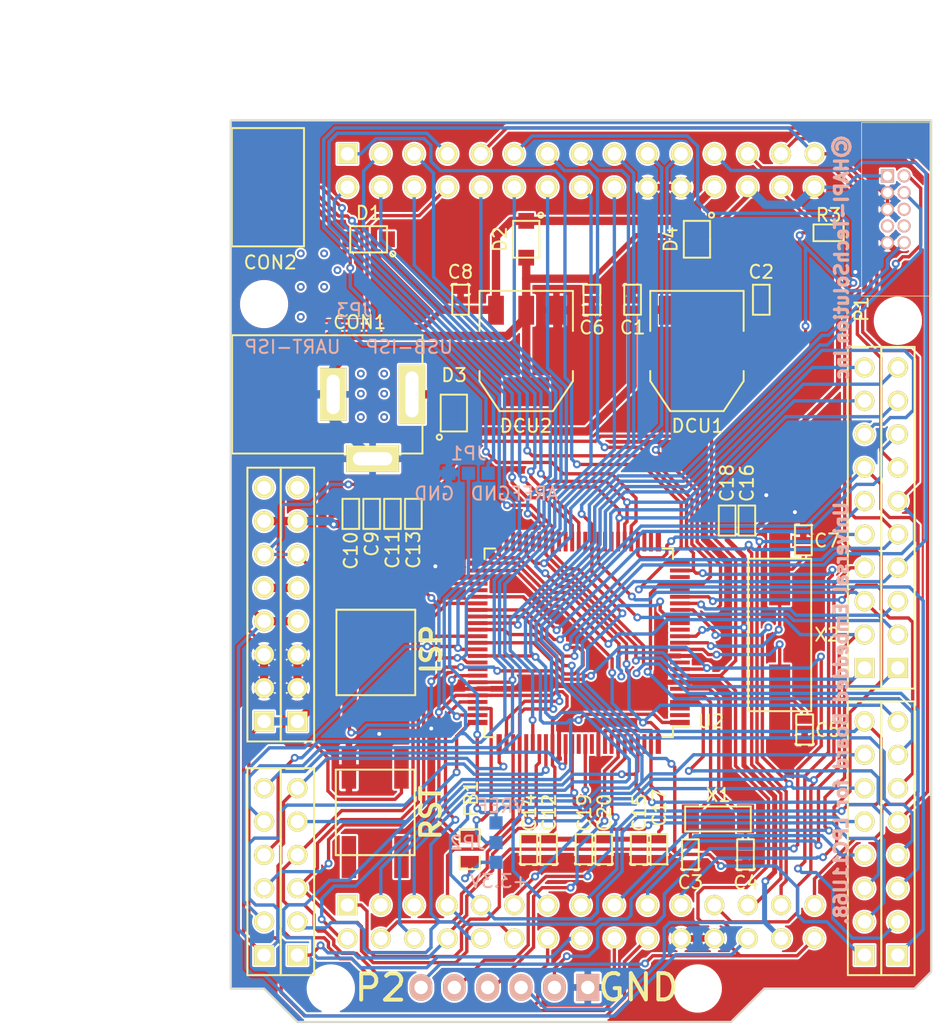
<source format=kicad_pcb>
(kicad_pcb (version 20221018) (generator pcbnew)
  (layers (0 "F.Cu" signal) (31 "B.Cu" signal) (34 "B.Paste" user) (35 "F.Paste" user) (36 "B.SilkS" user "B.Silkscreen") (37 "F.SilkS" user "F.Silkscreen") (38 "B.Mask" user) (39 "F.Mask" user) (44 "Edge.Cuts" user))
  (net 0 "")
  (net 1 "GND")
  (net 2 "Net-(C3-Pad1)")
  (net 3 "Net-(C4-Pad2)")
  (net 4 "Net-(C5-Pad1)")
  (net 5 "+3V3")
  (net 6 "Net-(C7-Pad2)")
  (net 7 "+5V")
  (net 8 "USB-VDD")
  (net 9 "Vin")
  (net 10 "Net-(FB1-Pad2)")
  (net 11 "Net-(JP1-Pad2)")
  (net 12 "AREFGND")
  (net 13 "ISP")
  (net 14 "VREF")
  (net 15 "PIO2_16")
  (net 16 "PIO2_17")
  (net 17 "PIO1_23")
  (net 18 "PIO1_22")
  (net 19 "PIO1_21")
  (net 20 "PIO1_20")
  (net 21 "PIO2_22")
  (net 22 "PIO2_23")
  (net 23 "PIO1_14")
  (net 24 "PIO1_11")
  (net 25 "PIO0_20")
  (net 26 "PIO1_0")
  (net 27 "PIO1_15")
  (net 28 "PIO1_13")
  (net 29 "PIO1_12")
  (net 30 "PIO1_10")
  (net 31 "PIO2_18")
  (net 32 "PIO1_8")
  (net 33 "RESETn")
  (net 34 "PIO0_16")
  (net 35 "PIO1_3")
  (net 36 "PIO0_22")
  (net 37 "PIO2_19")
  (net 38 "PIO2_20")
  (net 39 "PIO2_21")
  (net 40 "PIO1_28")
  (net 41 "PIO2_3")
  (net 42 "PIO0_2")
  (net 43 "PIO0_9")
  (net 44 "PIO0_8")
  (net 45 "PIO1_29")
  (net 46 "PIO0_5")
  (net 47 "PIO0_4")
  (net 48 "PIO2_11")
  (net 49 "PIO2_12")
  (net 50 "PIO1_18")
  (net 51 "PIO1_24")
  (net 52 "PIO1_19")
  (net 53 "PIO1_26")
  (net 54 "PIO1_25")
  (net 55 "PIO1_27")
  (net 56 "PIO0_23")
  (net 57 "PIO0_11")
  (net 58 "PIO0_12")
  (net 59 "PIO0_13")
  (net 60 "PIO0_14")
  (net 61 "PIO1_9")
  (net 62 "SWDIO")
  (net 63 "SWCLK")
  (net 64 "PIO0_18")
  (net 65 "PIO0_19")
  (net 66 "Net-(C2-Pad2)")
  (net 67 "Net-(CON1-Pad1)")
  (net 68 "PIO0_3(USB_VBUS)")
  (net 69 "USB_DM")
  (net 70 "USB_DP")
  (net 71 "Net-(JP2-Pad2)")
  (footprint "Diode:PMEG2010ER,115" (layer "F.Cu") (at 122.26 59.88 180)
    (fp_text reference "D1")
    (fp_text value "PMEG2010ER,115")
  )
  (footprint "Diode:PMEG2010ER,115" (layer "F.Cu") (at 134.26 59.88 -90)
    (fp_text reference "D2")
    (fp_text value "PMEG2010ER,115")
  )
  (footprint "Diode:PMEG2010ER,115" (layer "F.Cu") (at 128.75 73.1 90)
    (fp_text reference "D3")
    (fp_text value "PMEG2010ER,115")
  )
  (footprint "SMD_Packages:SMD-0805" (layer "F.Cu") (at 129.96 106.28 -90)
    (fp_text reference "FB1")
    (fp_text value "R" hide)
  )
  (footprint "Arduino_Shiled:Arduino-Shield-Inside-Outline" (layer "F.Cu") (at 138.43 95.29)
    (fp_text reference "OPT1" hide)
    (fp_text value "Arduino-Shiled2(11x)Inside" hide)
  )
  (footprint "Arduino_Shiled:Arduino-Shield-Normal-Outline" (layer "F.Cu") (at 138.43 95.29)
    (fp_text reference "OPT2" hide)
    (fp_text value "Arduino-Shiled" hide)
  )
  (footprint "Switch:SW_TACT-EVQQ2Y03W" (layer "F.Cu") (at 122.76 103.48 -90)
    (fp_text reference "SW1" hide)
    (fp_text value "SW_PUSH" hide)
  )
  (footprint "MCU:LPC11E68-TQFP-100" (layer "F.Cu") (at 138.26 90.58 180)
    (fp_text reference "U2")
    (fp_text value "LPC11U68JBD100" hide)
  )
  (footprint "Xtal:FC-255-RTC-Xtal" (layer "F.Cu") (at 148.86 103.98)
    (fp_text reference "X1")
    (fp_text value "32.768KHZ" hide)
  )
  (footprint "Diode:PMEG2010ER,115" (layer "F.Cu") (at 147.26 59.88 -90)
    (fp_text reference "D4")
    (fp_text value "PMEG2010ER,115")
  )
  (footprint "SMD_Packages:SOT-223" (layer "F.Cu") (at 147.26 68.38 180)
    (fp_text reference "DCU1")
    (fp_text value "AZ1117E-5.0V" hide)
  )
  (footprint "SMD_Packages:SOT-223" (layer "F.Cu") (at 134.26 68.38 180)
    (fp_text reference "DCU2")
    (fp_text value "AZ1117E-3.3V" hide)
  )
  (footprint "SMD_Packages:SMD-0603" (layer "F.Cu") (at 142.36 64.48 -90)
    (fp_text reference "C1")
    (fp_text value "1uF" hide)
  )
  (footprint "SMD_Packages:SMD-0603" (layer "F.Cu") (at 150.96 106.68 90)
    (fp_text reference "C4")
    (fp_text value "18pF" hide)
  )
  (footprint "SMD_Packages:SMD-0603" (layer "F.Cu") (at 155.46 97.18 -90)
    (fp_text reference "C5")
    (fp_text value "27pF" hide)
  )
  (footprint "SMD_Packages:SMD-0603" (layer "F.Cu") (at 139.26 64.48 -90)
    (fp_text reference "C6")
    (fp_text value "1uF" hide)
  )
  (footprint "SMD_Packages:SMD-0603" (layer "F.Cu") (at 155.36 82.78 -90)
    (fp_text reference "C7")
    (fp_text value "27pF" hide)
  )
  (footprint "SMD_Packages:SMD-0603" (layer "F.Cu") (at 129.26 64.48 90)
    (fp_text reference "C8")
    (fp_text value "1uF" hide)
  )
  (footprint "SMD_Packages:SMD-0603" (layer "F.Cu") (at 122.4915 80.772 90)
    (fp_text reference "C9")
    (fp_text value "0.1uF" hide)
  )
  (footprint "SMD_Packages:SMD-0603" (layer "F.Cu") (at 120.904 80.772 90)
    (fp_text reference "C10")
    (fp_text value "0.01uF" hide)
  )
  (footprint "SMD_Packages:SMD-0603" (layer "F.Cu") (at 124.079 80.772 90)
    (fp_text reference "C11")
    (fp_text value "0.1uF" hide)
  )
  (footprint "SMD_Packages:SMD-0603" (layer "F.Cu") (at 135.96 106.28 -90)
    (fp_text reference "C12")
    (fp_text value "0.1uF" hide)
  )
  (footprint "SMD_Packages:SMD-0603" (layer "F.Cu") (at 125.6665 80.772 90)
    (fp_text reference "C13")
    (fp_text value "0.01uF" hide)
  )
  (footprint "SMD_Packages:SMD-0603" (layer "F.Cu") (at 134.46 106.28 -90)
    (fp_text reference "C14")
    (fp_text value "0.01uF" hide)
  )
  (footprint "SMD_Packages:SMD-0603" (layer "F.Cu") (at 151.06 81.28 90)
    (fp_text reference "C16")
    (fp_text value "0.01uF" hide)
  )
  (footprint "SMD_Packages:SMD-0603" (layer "F.Cu") (at 149.56 81.28 -90)
    (fp_text reference "C18")
    (fp_text value "0.1uF" hide)
  )
  (footprint "SMD_Packages:SMD-0603" (layer "F.Cu") (at 138.66 106.28 -90)
    (fp_text reference "C19")
    (fp_text value "0.1uF" hide)
  )
  (footprint "SMD_Packages:SMD-0603" (layer "F.Cu") (at 140.16 106.28 -90)
    (fp_text reference "C20")
    (fp_text value "0.01uF" hide)
  )
  (footprint "Connect:DCJack_MJ-179P" (layer "F.Cu") (at 119.56 71.68)
    (fp_text reference "CON1")
    (fp_text value "MJ-179P" hide)
  )
  (footprint "SMD_Packages:SMD-0603" (layer "F.Cu") (at 157.2768 59.3852)
    (fp_text reference "R3")
    (fp_text value "100k" hide)
  )
  (footprint "Xtal:HC-49_S" (layer "F.Cu") (at 153.56 89.98 90)
    (fp_text reference "X2")
    (fp_text value "12MHz" hide)
  )
  (footprint "SMD_Packages:SMD-0603" (layer "F.Cu") (at 152.16 64.48 90)
    (fp_text reference "C2")
    (fp_text value "1uF" hide)
  )
  (footprint "SMD_Packages:SMD-0603" (layer "F.Cu") (at 146.76 106.68 -90)
    (fp_text reference "C3")
    (fp_text value "18pF" hide)
  )
  (footprint "SMD_Packages:SMD-0603" (layer "F.Cu") (at 144.36 106.28 -90)
    (fp_text reference "C17")
    (fp_text value "1uF" hide)
  )
  (footprint "SMD_Packages:SMD-0603" (layer "F.Cu") (at 142.86 106.28 -90)
    (fp_text reference "C15")
    (fp_text value "0.1uF" hide)
  )
  (footprint "Hirose-microUSB-ZX62R-B-5P" (layer "F.Cu") (at 114.84 55.92 -90)
    (fp_text reference "CON2")
    (fp_text value "HIROSE ZX62R-B-5P" hide)
  )
  (footprint "Switch:SW_TACT-EVQQ2Y03W" (layer "F.Cu") (at 122.809 91.313 90)
    (fp_text reference "SW2" hide)
    (fp_text value "SW_PUSH")
  )
  (footprint "BoardJumper:SJ-3Pin" (layer "B.Cu") (at 129.86 77.68)
    (fp_text reference "JP1")
    (fp_text value "JUMPER3" hide)
  )
  (footprint "BoardJumper:SJ-3Pin" (layer "B.Cu") (at 131.96 105.78 90)
    (fp_text reference "JP2")
    (fp_text value "JUMPER3" hide)
  )
  (footprint "Pin_Headers:JTAG-Half-2x5" (layer "B.Cu") (at 162.4 57.6 -90)
    (fp_text reference "P1")
    (fp_text value "CONN_02X05" hide)
  )
  (footprint "Pin_Headers:Pin_Header_Angled_1x06" (layer "B.Cu") (at 132.6 116.8 180)
    (fp_text reference "P2")
    (fp_text value "CONN_01X06" hide)
  )
  (footprint "BoardJumper:SJ-3Pin" (layer "B.Cu") (at 121.158 66.548 180)
    (fp_text reference "JP3")
    (fp_text value "JUMPER3" hide)
  )
  (gr_line (start 152.4 116.88) (end 163.83 116.88) (stroke (width 0.15)) (layer "Edge.Cuts"))
  (gr_line (start 114.3 116.88) (end 116.84 119.42) (stroke (width 0.15)) (layer "Edge.Cuts"))
  (gr_line (start 165.1 115.61) (end 165.1 50.84) (stroke (width 0.15)) (layer "Edge.Cuts"))
  (gr_line (start 163.83 116.88) (end 165.1 115.61) (stroke (width 0.15)) (layer "Edge.Cuts"))
  (gr_line (start 116.84 119.42) (end 149.86 119.42) (stroke (width 0.15)) (layer "Edge.Cuts"))
  (gr_line (start 111.76 50.84) (end 111.76 116.88) (stroke (width 0.15)) (layer "Edge.Cuts"))
  (gr_line (start 149.86 119.42) (end 152.4 116.88) (stroke (width 0.15)) (layer "Edge.Cuts"))
  (gr_line (start 165.1 50.84) (end 111.76 50.84) (stroke (width 0.15)) (layer "Edge.Cuts"))
  (gr_line (start 111.76 116.88) (end 114.3 116.88) (stroke (width 0.15)) (layer "Edge.Cuts"))
  (gr_text "Universal Embedded Board for LPC11U68." (at 158.24 95.94 90) (layer "B.SilkS") (effects (font (size 1 1) (thickness 0.25)) (justify mirror)))
  (gr_text "GND" (at 127.26 79.23) (layer "B.SilkS") (effects (font (size 1 1)) (justify mirror)))
  (gr_text "+3.3V" (at 132.207 108.712) (layer "B.SilkS") (effects (font (size 1 1)) (justify mirror)))
  (gr_text "USB-ISP" (at 125.349 68.072) (layer "B.SilkS") (effects (font (size 1 1)) (justify mirror)))
  (gr_text "AREFGND" (at 133.36 79.23) (layer "B.SilkS") (effects (font (size 1 1)) (justify mirror)))
  (gr_text "VREF" (at 132.334 102.997) (layer "B.SilkS") (effects (font (size 1 1)) (justify mirror)))
  (gr_text "UART-ISP" (at 116.459 68.072) (layer "B.SilkS") (effects (font (size 1 1)) (justify mirror)))
  (gr_text "©HAPI-TechSolution,Inc" (at 158.28 61.27 90) (layer "B.SilkS") (effects (font (size 1 1) (thickness 0.25)) (justify mirror)))
  (gr_text "GND" (at 142.8 116.8) (layer "F.SilkS") (effects (font (size 2 2) (thickness 0.3))))
  (gr_text "RST" (at 127 103.505 90) (layer "F.SilkS") (effects (font (size 1.5 1.5) (thickness 0.3))))
  (gr_text "ISP" (at 127.03 91.07 90) (layer "F.SilkS") (effects (font (size 1.5 1.5) (thickness 0.3))))
  (via (at 121.666 70.104) (size 0.6) (drill 0.3) (layers "F.Cu" "B.Cu") (net 0))
  (via (at 121.666 71.628) (size 0.6) (drill 0.3) (layers "F.Cu" "B.Cu") (net 0))
  (via (at 123.444 70.104) (size 0.6) (drill 0.3) (layers "F.Cu" "B.Cu") (net 0))
  (via (at 121.666 73.406) (size 0.6) (drill 0.3) (layers "F.Cu" "B.Cu") (net 0))
  (via (at 117.094 63.5) (size 0.6) (drill 0.3) (layers "F.Cu" "B.Cu") (net 0))
  (via (at 123.444 71.628) (size 0.6) (drill 0.3) (layers "F.Cu" "B.Cu") (net 0))
  (via (at 117.094 60.96) (size 0.6) (drill 0.3) (layers "F.Cu" "B.Cu") (net 0))
  (via (at 118.872 63.5) (size 0.6) (drill 0.3) (layers "F.Cu" "B.Cu") (net 0))
  (via (at 123.444 73.406) (size 0.6) (drill 0.3) (layers "F.Cu" "B.Cu") (net 0))
  (via (at 118.872 60.96) (size 0.6) (drill 0.3) (layers "F.Cu" "B.Cu") (net 0))
  (via (at 117.094 65.786) (size 0.6) (drill 0.3) (layers "F.Cu" "B.Cu") (net 0))
  (via (at 119.888 62.23) (size 0.6) (drill 0.3) (layers "F.Cu" "B.Cu") (net 0))
  (segment (start 129.52 54.65) (end 129.87 54.65) (width 0.508) (layer "F.Cu") (net 1))
  (segment (start 122.4915 80.01) (end 124.079 80.01) (width 0.508) (layer "F.Cu") (net 1))
  (segment (start 124.079 80.01) (end 125.6665 80.01) (width 0.508) (layer "F.Cu") (net 1))
  (segment (start 126.43 80.01) (end 127.3785 80.9585) (width 0.508) (layer "F.Cu") (net 1))
  (segment (start 127.3785 80.9585) (end 127.3785 84.8006) (width 0.508) (layer "F.Cu") (net 1))
  (segment (start 115.455 52.82) (end 114.3 53.975) (width 0.254) (layer "F.Cu") (net 1))
  (segment (start 114.3 53.975) (end 114.3 57.705) (width 0.254) (layer "F.Cu") (net 1))
  (segment (start 114.3 57.705) (end 115.615 59.02) (width 0.254) (layer "F.Cu") (net 1))
  (segment (start 112.19 89.37) (end 112.19 71.67) (width 0.381) (layer "F.Cu") (net 1))
  (segment (start 144.8 55.736) (end 144.8 52.53) (width 0.254) (layer "F.Cu") (net 1))
  (segment (start 156.61 70.52) (end 152.54 74.59) (width 0.508) (layer "F.Cu") (net 1))
  (segment (start 117.86 66) (end 117.86 60.07) (width 0.381) (layer "F.Cu") (net 1))
  (segment (start 149.56 63.28) (end 149.56 65.28) (width 0.635) (layer "F.Cu") (net 1))
  (segment (start 136.3785 88.69) (end 136.662053 88.69) (width 0.381) (layer "F.Cu") (net 1))
  (segment (start 152.4 55.32) (end 152.87 54.85) (width 0.254) (layer "F.Cu") (net 1))
  (segment (start 151.06 80.518) (end 151.372 80.518) (width 0.508) (layer "F.Cu") (net 1))
  (segment (start 146.76 107.442) (end 145.8075 107.442) (width 0.381) (layer "F.Cu") (net 1))
  (segment (start 136.76 97.2503) (end 139.76 97.2503) (width 0.254) (layer "F.Cu") (net 1))
  (segment (start 146.05 55.92) (end 144.984 55.92) (width 0.254) (layer "F.Cu") (net 1))
  (segment (start 129.55 54.68) (end 129.52 54.65) (width 0.381) (layer "F.Cu") (net 1))
  (segment (start 139.222 65.28) (end 139.26 65.242) (width 0.635) (layer "F.Cu") (net 1))
  (segment (start 116.308 54.62) (end 115.455 54.62) (width 0.254) (layer "F.Cu") (net 1))
  (segment (start 127.3379 84.76) (end 127.3785 84.8006) (width 0.381) (layer "F.Cu") (net 1))
  (segment (start 144.36 107.042) (end 144.36 109.26) (width 0.508) (layer "F.Cu") (net 1))
  (segment (start 120.76 99.11) (end 122.36 97.51) (width 0.381) (layer "F.Cu") (net 1))
  (segment (start 124.809 94.713) (end 124.809 93.449) (width 0.381) (layer "F.Cu") (net 1))
  (segment (start 142.36 63.718) (end 142.36 62.82) (width 0.635) (layer "F.Cu") (net 1))
  (segment (start 129.185758 54.65) (end 129.52 54.65) (width 0.508) (layer "F.Cu") (net 1))
  (segment (start 129.38 54.65) (end 142.24 54.65) (width 0.508) (layer "F.Cu") (net 1))
  (segment (start 116.308 54.62) (end 116.338 54.65) (width 0.508) (layer "F.Cu") (net 1))
  (segment (start 151.72 54.64) (end 152.4 55.32) (width 0.381) (layer "F.Cu") (net 1))
  (segment (start 159.019421 62.070001) (end 159.31942 62.37) (width 0.254) (layer "F.Cu") (net 1))
  (segment (start 156.316628 92.095578) (end 156.316628 97.339372) (width 0.254) (layer "F.Cu") (net 1))
  (segment (start 146.76 108.1405) (end 147.2195 108.6) (width 0.381) (layer "F.Cu") (net 1))
  (segment (start 155.36 82.018) (end 155.614 82.018) (width 0.254) (layer "F.Cu") (net 1))
  (segment (start 139.954717 91.982664) (end 139.954717 93.828677) (width 0.381) (layer "F.Cu") (net 1))
  (segment (start 140.358 65.242) (end 141.882 63.718) (width 0.635) (layer "F.Cu") (net 1))
  (segment (start 115.615 52.82) (end 115.455 52.82) (width 0.254) (layer "F.Cu") (net 1))
  (segment (start 157.38 54.85) (end 159.019421 56.489421) (width 0.254) (layer "F.Cu") (net 1))
  (segment (start 114.3 94.02) (end 114.3 91.48) (width 0.635) (layer "F.Cu") (net 1))
  (segment (start 145.4452 93.58) (end 144.9303 93.58) (width 0.381) (layer "F.Cu") (net 1))
  (segment (start 136.76 96.666) (end 139.597323 93.828677) (width 0.381) (layer "F.Cu") (net 1))
  (segment (start 149.09 62.81) (end 149.56 63.28) (width 0.635) (layer "F.Cu") (net 1))
  (segment (start 147.2195 108.6) (end 150.5005 108.6) (width 0.381) (layer "F.Cu") (net 1))
  (segment (start 155.614 82.018) (end 156.213417 82.617417) (width 0.254) (layer "F.Cu") (net 1))
  (segment (start 152.87 54.85) (end 157.38 54.85) (width 0.254) (layer "F.Cu") (net 1))
  (segment (start 159.019421 56.489421) (end 159.019421 62.070001) (width 0.254) (layer "F.Cu") (net 1))
  (segment (start 123.07 97.51) (end 124.809 95.771) (width 0.381) (layer "F.Cu") (net 1))
  (segment (start 149.598 65.242) (end 149.56 65.28) (width 0.635) (layer "F.Cu") (net 1))
  (segment (start 161.765 56.33) (end 161.765 57.6) (width 0.254) (layer "F.Cu") (net 1))
  (segment (start 136.56 65.28) (end 139.222 65.28) (width 0.635) (layer "F.Cu") (net 1))
  (segment (start 160.9 59.51) (end 160.9 57.195) (width 0.254) (layer "F.Cu") (net 1))
  (segment (start 144.580323 93.828677) (end 144.829 93.58) (width 0.381) (layer "F.Cu") (net 1))
  (segment (start 136.76 97.2503) (end 136.76 96.666) (width 0.381) (layer "F.Cu") (net 1))
  (segment (start 135.071323 93.828677) (end 139.787823 93.828677) (width 0.381) (layer "F.Cu") (net 1))
  (segment (start 136.76 98.28) (end 136.76 97.2503) (width 0.254) (layer "F.Cu") (net 1))
  (segment (start 140.16 108.21) (end 140.16 107.6135) (width 0.254) (layer "F.Cu") (net 1))
  (segment (start 156.88641 51.81641) (end 161.4 56.33) (width 0.254) (layer "F.Cu") (net 1))
  (segment (start 144.984 55.92) (end 144.8 55.736) (width 0.254) (layer "F.Cu") (net 1))
  (segment (start 142.24 54.65) (end 143.51 55.92) (width 0.508) (layer "F.Cu") (net 1))
  (segment (start 156.213417 82.617417) (end 156.213417 91.260385) (width 0.254) (layer "F.Cu") (net 1))
  (segment (start 114.5127 52.6794) (end 114.6533 52.82) (width 0.254) (layer "F.Cu") (net 1))
  (segment (start 127.030641 96.675736) (end 127.030641 97.1) (width 0.254) (layer "F.Cu") (net 1))
  (segment (start 148.800945 60.13341) (end 152.91341 60.13341) (width 0.508) (layer "F.Cu") (net 1))
  (segment (start 125.6665 80.01) (end 126.43 80.01) (width 0.508) (layer "F.Cu") (net 1))
  (segment (start 113.283 60.02) (end 113.283 58.9403) (width 0.254) (layer "F.Cu") (net 1))
  (segment (start 116.338 54.65) (end 129.185758 54.65) (width 0.508) (layer "F.Cu") (net 1))
  (segment (start 114.5127 51.82) (end 114.5127 52.6794) (width 0.254) (layer "F.Cu") (net 1))
  (segment (start 155.019999 80.939999) (end 154.72 80.64) (width 0.254) (layer "F.Cu") (net 1))
  (segment (start 120.75 100.09) (end 120.76 100.08) (width 0.254) (layer "F.Cu") (net 1))
  (segment (start 112.19 71.67) (end 117.86 66) (width 0.381) (layer "F.Cu") (net 1))
  (segment (start 120.904 80.01) (end 122.4915 80.01) (width 0.508) (layer "F.Cu") (net 1))
  (segment (start 129.55 55.136713) (end 129.55 54.68) (width 0.381) (layer "F.Cu") (net 1))
  (segment (start 143.51 55.92) (end 146.05 55.92) (width 0.508) (layer "F.Cu") (net 1))
  (segment (start 135.96 107.042) (end 144.36 107.042) (width 0.381) (layer "F.Cu") (net 1))
  (segment (start 115.983 58.85) (end 115.18 58.85) (width 0.254) (layer "F.Cu") (net 1))
  (segment (start 138.95 115.26) (end 139.72 114.49) (width 0.254) (layer "F.Cu") (net 1))
  (segment (start 152.4 55.32) (end 152.4 56.534355) (width 0.381) (layer "F.Cu") (net 1))
  (segment (start 145.96 93.58) (end 148.59 93.58) (width 0.381) (layer "F.Cu") (net 1))
  (segment (start 150.5005 108.6) (end 150.96 108.1405) (width 0.381) (layer "F.Cu") (net 1))
  (segment (start 144.36 107.042) (end 144.36 107.05) (width 0.381) (layer "F.Cu") (net 1))
  (segment (start 139.26 65.242) (end 140.358 65.242) (width 0.635) (layer "F.Cu") (net 1))
  (segment (start 160.9 57.195) (end 161.765 56.33) (width 0.254) (layer "F.Cu") (net 1))
  (segment (start 139.954717 93.828677) (end 139.787823 93.828677) (width 0.381) (layer "F.Cu") (net 1))
  (segment (start 150.96 108.1405) (end 150.96 107.442) (width 0.381) (layer "F.Cu") (net 1))
  (segment (start 136.69 65.41) (end 136.69 72.94) (width 0.635) (layer "F.Cu") (net 1))
  (segment (start 142.37 62.81) (end 149.09 62.81) (width 0.635) (layer "F.Cu") (net 1))
  (segment (start 148.800945 60.13341) (end 144.86659 60.13341) (width 0.381) (layer "F.Cu") (net 1))
  (segment (start 161.765 60.14) (end 161.53 60.14) (width 0.254) (layer "F.Cu") (net 1))
  (segment (start 156.316628 97.339372) (end 155.714 97.942) (width 0.254) (layer "F.Cu") (net 1))
  (segment (start 142.042 63.718) (end 142.36 63.718) (width 0.635) (layer "F.Cu") (net 1))
  (segment (start 133.2685 85.58) (end 136.3785 88.69) (width 0.381) (layer "F.Cu") (net 1))
  (segment (start 116.81 59.02) (end 115.983 59.02) (width 0.381) (layer "F.Cu") (net 1))
  (segment (start 135.96 107.042) (end 140.16 107.042) (width 0.381) (layer "F.Cu") (net 1))
  (segment (start 138.66 107.042) (end 140.16 107.042) (width 0.381) (layer "F.Cu") (net 1))
  (segment (start 142.36 62.64) (end 142.36 63.718) (width 0.381) (layer "F.Cu") (net 1))
  (segment (start 155.36 81.28) (end 155.019999 80.939999) (width 0.254) (layer "F.Cu") (net 1))
  (segment (start 139.76 98.28) (end 139.76 97.2503) (width 0.254) (layer "F.Cu") (net 1))
  (segment (start 161.4 56.33) (end 161.765 56.33) (width 0.254) (layer "F.Cu") (net 1))
  (segment (start 148.59 113.07) (end 146.05 113.07) (width 0.508) (layer "F.Cu") (net 1))
  (segment (start 129.26 63.718) (end 129.55 63.428) (width 0.381) (layer "F.Cu") (net 1))
  (segment (start 124.809 95.771) (end 124.809 94.713) (width 0.381) (layer "F.Cu") (net 1))
  (segment (start 161.53 60.14) (end 160.9 59.51) (width 0.254) (layer "F.Cu") (net 1))
  (segment (start 144.32 92.9697) (end 144.32 91.58) (width 0.381) (layer "F.Cu") (net 1))
  (segment (start 139.72 108.65) (end 140.16 108.21) (width 0.254) (layer "F.Cu") (net 1))
  (segment (start 151.214 107.442) (end 150.96 107.442) (width 0.381) (layer "F.Cu") (net 1))
  (segment (start 139.787823 93.828677) (end 144.580323 93.828677) (width 0.381) (layer "F.Cu") (net 1))
  (segment (start 129.55 55.136713) (end 129.55 54.97) (width 0.381) (layer "F.Cu") (net 1))
  (segment (start 134.82 94.08) (end 135.071323 93.828677) (width 0.381) (layer "F.Cu") (net 1))
  (segment (start 129.55 55.136713) (end 129.55 55.014242) (width 0.381) (layer "F.Cu") (net 1))
  (segment (start 115.983 59.02) (end 115.983 58.3801) (width 0.254) (layer "F.Cu") (net 1))
  (segment (start 145.4452 93.58) (end 145.96 93.58) (width 0.254) (layer "F.Cu") (net 1))
  (segment (start 145.4075 107.042) (end 144.36 107.042) (width 0.381) (layer "F.Cu") (net 1))
  (segment (start 122.36 97.51) (end 123.07 97.51) (width 0.381) (layer "F.Cu") (net 1))
  (segment (start 117.86 60.07) (end 116.81 59.02) (width 0.381) (layer "F.Cu") (net 1))
  (segment (start 144.984 55.92) (end 143.51 55.92) (width 0.254) (layer "F.Cu") (net 1))
  (segment (start 127.86 94.08) (end 127.030641 94.909359) (width 0.254) (layer "F.Cu") (net 1))
  (segment (start 115.983 58.3801) (end 115.983 58.85) (width 0.254) (layer "F.Cu") (net 1))
  (segment (start 115.455 54.62) (end 115.455 52.85) (width 0.254) (layer "F.Cu") (net 1))
  (segment (start 120.76 100.08) (end 120.76 99.11) (width 0.381) (layer "F.Cu") (net 1))
  (segment (start 142.86 107.042) (end 144.36 107.042) (width 0.381) (layer "F.Cu") (net 1))
  (segment (start 136.56 65.28) (end 136.69 65.41) (width 0.635) (layer "F.Cu") (net 1))
  (segment (start 115.455 52.85) (end 115.983 52.85) (width 0.254) (layer "F.Cu") (net 1))
  (segment (start 129.55 57.49) (end 129.55 55.136713) (width 0.381) (layer "F.Cu") (net 1))
  (segment (start 155.714 97.942) (end 155.46 97.942) (width 0.254) (layer "F.Cu") (net 1))
  (segment (start 149.56 80.518) (end 151.06 80.518) (width 0.381) (layer "F.Cu") (net 1))
  (segment (start 144.32 91.58) (end 145.96 91.58) (width 0.381) (layer "F.Cu") (net 1))
  (segment (start 120.805 68.47) (end 119.575 69.7) (width 0.635) (layer "F.Cu") (net 1))
  (segment (start 139.18 116.78) (end 138.95 116.55) (width 0.254) (layer "F.Cu") (net 1))
  (segment (start 152.16 65.242) (end 149.598 65.242) (width 0.635) (layer "F.Cu") (net 1))
  (segment (start 144.8 52.53) (end 145.51359 51.81641) (width 0.254) (layer "F.Cu") (net 1))
  (segment (start 156.125539 91.348263) (end 156.125539 91.904489) (width 0.254) (layer "F.Cu") (net 1))
  (segment (start 130.56 94.08) (end 127.86 94.08) (width 0.254) (layer "F.Cu") (net 1))
  (segment (start 152.4 56.534355) (end 148.800945 60.13341) (width 0.381) (layer "F.Cu") (net 1))
  (segment (start 140.16 107.6135) (end 140.16 107.042) (width 0.254) (layer "F.Cu") (net 1))
  (segment (start 129.55 55.014242) (end 129.185758 54.65) (width 0.381) (layer "F.Cu") (net 1))
  (segment (start 144.9303 93.58) (end 144.32 92.9697) (width 0.381) (layer "F.Cu") (net 1))
  (segment (start 152.91341 60.13341) (end 156.61 63.83) (width 0.508) (layer "F.Cu") (net 1))
  (segment (start 129.26 63.718) (end 129.288 63.69) (width 0.508) (layer "F.Cu") (net 1))
  (segment (start 147.33 54.64) (end 151.72 54.64) (width 0.381) (layer "F.Cu") (net 1))
  (segment (start 155.36 82.018) (end 155.36 81.28) (width 0.254) (layer "F.Cu") (net 1))
  (segment (start 116.84 94.02) (end 116.84 91.48) (width 0.635) (layer "F.Cu") (net 1))
  (segment (start 115.983 52.82) (end 114.6533 52.82) (width 0.254) (layer "F.Cu") (net 1))
  (segment (start 152.24 106.416) (end 151.214 107.442) (width 0.381) (layer "F.Cu") (net 1))
  (segment (start 130.8 70.4) (end 128.87 68.47) (width 0.635) (layer "F.Cu") (net 1))
  (segment (start 128.87 68.47) (end 120.805 68.47) (width 0.635) (layer "F.Cu") (net 1))
  (segment (start 114.3 91.48) (end 112.19 89.37) (width 0.381) (layer "F.Cu") (net 1))
  (segment (start 141.882 63.718) (end 142.36 63.718) (width 0.635) (layer "F.Cu") (net 1))
  (segment (start 148.59 93.58) (end 149.56 94.55) (width 0.381) (layer "F.Cu") (net 1))
  (segment (start 136.69 72.94) (end 136.16 73.47) (width 0.635) (layer "F.Cu") (net 1))
  (segment (start 130.56 85.58) (end 133.2685 85.58) (width 0.381) (layer "F.Cu") (net 1))
  (segment (start 145.8075 107.442) (end 145.4075 107.042) (width 0.381) (layer "F.Cu") (net 1))
  (segment (start 119.575 70.665) (end 119.56 70.68) (width 0.635) (layer "F.Cu") (net 1))
  (segment (start 151.372 80.518) (end 152.54 79.35) (width 0.508) (layer "F.Cu") (net 1))
  (segment (start 130.8 72.675) (end 130.8 70.4) (width 0.635) (layer "F.Cu") (net 1))
  (segment (start 119.56 70.68) (end 119.56 71.68) (width 0.635) (layer "F.Cu") (net 1))
  (segment (start 139.72 114.49) (end 139.72 108.65) (width 0.254) (layer "F.Cu") (net 1))
  (segment (start 144.36 109.26) (end 144.8 109.7) (width 0.508) (layer "F.Cu") (net 1))
  (segment (start 138.95 116.55) (end 138.95 115.26) (width 0.254) (layer "F.Cu") (net 1))
  (segment (start 128.1579 85.58) (end 130.56 85.58) (width 0.381) (layer "F.Cu") (net 1))
  (segment (start 127.030641 94.909359) (end 127.030641 96.675736) (width 0.254) (layer "F.Cu") (net 1))
  (segment (start 136.16 73.47) (end 131.595 73.47) (width 0.635) (layer "F.Cu") (net 1))
  (segment (start 145.51359 51.81641) (end 156.88641 51.81641) (width 0.254) (layer "F.Cu") (net 1))
  (segment (start 134.46 107.042) (end 135.96 107.042) (width 0.381) (layer "F.Cu") (net 1))
  (segment (start 113.283 51.82) (end 114.5127 51.82) (width 0.254) (layer "F.Cu") (net 1))
  (segment (start 119.575 69.7) (end 119.575 70.665) (width 0.635) (layer "F.Cu") (net 1))
  (segment (start 149.56 99.97) (end 152.24 102.65) (width 0.381) (layer "F.Cu") (net 1))
  (segment (start 146.05 55.92) (end 147.33 54.64) (width 0.381) (layer "F.Cu") (net 1))
  (segment (start 115.983 52.85) (end 115.983 52.82) (width 0.254) (layer "F.Cu") (net 1))
  (segment (start 129.288 63.69) (end 129.36 63.69) (width 0.508) (layer "F.Cu") (net 1))
  (segment (start 152.54 74.59) (end 152.54 79.35) (width 0.508) (layer "F.Cu") (net 1))
  (segment (start 150.706 107.442) (end 150.96 107.442) (width 0.254) (layer "F.Cu") (net 1))
  (segment (start 156.61 63.83) (end 156.61 70.52) (width 0.508) (layer "F.Cu") (net 1))
  (segment (start 156.213417 91.260385) (end 156.125539 91.348263) (width 0.254) (layer "F.Cu") (net 1))
  (segment (start 115.983 58.3801) (end 113.8432 58.3801) (width 0.254) (layer "F.Cu") (net 1))
  (segment (start 113.8432 58.3801) (end 113.283 58.9403) (width 0.254) (layer "F.Cu") (net 1))
  (segment (start 127.3785 84.8006) (end 128.1579 85.58) (width 0.381) (layer "F.Cu") (net 1))
  (segment (start 130.56 94.08) (end 134.82 94.08) (width 0.381) (layer "F.Cu") (net 1))
  (segment (start 156.125539 91.904489) (end 156.316628 92.095578) (width 0.254) (layer "F.Cu") (net 1))
  (segment (start 144.829 93.58) (end 145.96 93.58) (width 0.381) (layer "F.Cu") (net 1))
  (segment (start 136.662053 88.69) (end 139.954717 91.982664) (width 0.381) (layer "F.Cu") (net 1))
  (segment (start 129.55 63.428) (end 129.55 57.49) (width 0.381) (layer "F.Cu") (net 1))
  (segment (start 149.56 94.55) (end 149.56 99.97) (width 0.381) (layer "F.Cu") (net 1))
  (segment (start 144.86659 60.13341) (end 142.36 62.64) (width 0.381) (layer "F.Cu") (net 1))
  (segment (start 152.24 102.65) (end 152.24 106.416) (width 0.381) (layer "F.Cu") (net 1))
  (segment (start 142.36 62.82) (end 142.37 62.81) (width 0.635) (layer "F.Cu") (net 1))
  (segment (start 144.8 111.82) (end 146.05 113.07) (width 0.508) (layer "F.Cu") (net 1))
  (segment (start 129.55 54.97) (end 129.87 54.65) (width 0.381) (layer "F.Cu") (net 1))
  (segment (start 146.76 107.442) (end 146.76 108.1405) (width 0.381) (layer "F.Cu") (net 1))
  (segment (start 131.595 73.47) (end 130.8 72.675) (width 0.635) (layer "F.Cu") (net 1))
  (segment (start 139.597323 93.828677) (end 139.787823 93.828677) (width 0.381) (layer "F.Cu") (net 1))
  (segment (start 144.8 109.7) (end 144.8 111.82) (width 0.508) (layer "F.Cu") (net 1))
  (segment (start 139.538 65.242) (end 139.26 65.242) (width 0.381) (layer "F.Cu") (net 1))
  (via (at 159.31942 62.37) (size 0.6) (drill 0.3) (layers "F.Cu" "B.Cu") (net 1))
  (via (at 152.54 79.35) (size 0.6) (drill 0.3) (layers "F.Cu" "B.Cu") (net 1))
  (via (at 123.07 97.51) (size 0.6) (drill 0.3) (layers "F.Cu" "B.Cu") (net 1))
  (via (at 127.34 84.76) (size 0.6) (drill 0.3) (layers "F.Cu" "B.Cu") (net 1))
  (via (at 127.030641 97.1) (size 0.6) (drill 0.3) (layers "F.Cu" "B.Cu") (net 1))
  (via (at 154.72 80.64) (size 0.6) (drill 0.3) (layers "F.Cu" "B.Cu") (net 1))
  (segment (start 119.56 73.58) (end 122.56 76.58) (width 0.635) (layer "B.Cu") (net 1))
  (segment (start 119.56 66.646) (end 119.658 66.548) (width 0.254) (layer "B.Cu") (net 1))
  (segment (start 161.765 60.14) (end 159.535 62.37) (width 0.254) (layer "B.Cu") (net 1))
  (segment (start 112.63 84.96) (end 112.81 85.14) (width 0.635) (layer "B.Cu") (net 1))
  (segment (start 119.56 71.68) (end 119.56 73.58) (width 0.635) (layer "B.Cu") (net 1))
  (segment (start 119.72 84.76) (end 127.34 84.76) (width 0.635) (layer "B.Cu") (net 1))
  (segment (start 159.535 62.37) (end 159.31942 62.37) (width 0.254) (layer "B.Cu") (net 1))
  (segment (start 127.34 84.76) (end 128.36 83.74) (width 0.254) (layer "B.Cu") (net 1))
  (segment (start 115.42 71.68) (end 112.63 74.47) (width 0.635) (layer "B.Cu") (net 1))
  (segment (start 127.030641 97.1) (end 126.620641 97.51) (width 0.254) (layer "B.Cu") (net 1))
  (segment (start 118.88 89.44) (end 118.88 85.6) (width 0.635) (layer "B.Cu") (net 1))
  (segment (start 152.54 79.35) (end 153.43 79.35) (width 0.254) (layer "B.Cu") (net 1))
  (segment (start 112.81 85.14) (end 115.05 85.14) (width 0.635) (layer "B.Cu") (net 1))
  (segment (start 153.43 79.35) (end 154.420001 80.340001) (width 0.254) (layer "B.Cu") (net 1))
  (segment (start 123.494264 97.51) (end 123.07 97.51) (width 0.254) (layer "B.Cu") (net 1))
  (segment (start 115.56 90.22) (end 114.3 91.48) (width 0.635) (layer "B.Cu") (net 1))
  (segment (start 114.3 94.02) (end 116.84 94.02) (width 0.635) (layer "B.Cu") (net 1))
  (segment (start 126.620641 97.51) (end 123.494264 97.51) (width 0.254) (layer "B.Cu") (net 1))
  (segment (start 154.420001 80.340001) (end 154.72 80.64) (width 0.254) (layer "B.Cu") (net 1))
  (segment (start 128.36 83.74) (end 128.36 77.68) (width 0.254) (layer "B.Cu") (net 1))
  (segment (start 114.3 91.48) (end 116.84 91.48) (width 0.635) (layer "B.Cu") (net 1))
  (segment (start 119.56 71.68) (end 119.56 66.646) (width 0.254) (layer "B.Cu") (net 1))
  (segment (start 115.56 85.65) (end 115.56 90.22) (width 0.635) (layer "B.Cu") (net 1))
  (segment (start 116.84 91.48) (end 118.88 89.44) (width 0.635) (layer "B.Cu") (net 1))
  (segment (start 118.88 85.6) (end 119.72 84.76) (width 0.635) (layer "B.Cu") (net 1))
  (segment (start 112.63 74.47) (end 112.63 84.96) (width 0.635) (layer "B.Cu") (net 1))
  (segment (start 122.56 76.58) (end 122.56 76.84) (width 0.635) (layer "B.Cu") (net 1))
  (segment (start 119.56 71.68) (end 115.42 71.68) (width 0.635) (layer "B.Cu") (net 1))
  (segment (start 115.05 85.14) (end 115.56 85.65) (width 0.635) (layer "B.Cu") (net 1))
  (segment (start 148.3 95.12) (end 148.3 102.44) (width 0.254) (layer "F.Cu") (net 2))
  (segment (start 145.96 94.58) (end 147.76 94.58) (width 0.254) (layer "F.Cu") (net 2))
  (segment (start 147.76 94.58) (end 148.3 95.12) (width 0.254) (layer "F.Cu") (net 2))
  (segment (start 148.3 102.44) (end 146.76 103.98) (width 0.254) (layer "F.Cu") (net 2))
  (segment (start 146.76 103.98) (end 146.76 105.918) (width 0.254) (layer "F.Cu") (net 2))
  (segment (start 148.92 101.94) (end 150.96 103.98) (width 0.254) (layer "F.Cu") (net 3))
  (segment (start 145.96 94.08) (end 145.97 94.09) (width 0.254) (layer "F.Cu") (net 3))
  (segment (start 148.92 94.81) (end 148.92 101.94) (width 0.254) (layer "F.Cu") (net 3))
  (segment (start 148.2 94.09) (end 148.92 94.81) (width 0.254) (layer "F.Cu") (net 3))
  (segment (start 145.97 94.09) (end 148.2 94.09) (width 0.254) (layer "F.Cu") (net 3))
  (segment (start 150.96 105.918) (end 150.96 103.98) (width 0.254) (layer "F.Cu") (net 3))
  (segment (start 153.56 94.98) (end 153.56 90.69) (width 0.254) (layer "F.Cu") (net 4))
  (segment (start 153.56 94.98) (end 154.6192 94.98) (width 0.254) (layer "F.Cu") (net 4))
  (segment (start 147.73724 91.08) (end 148.1328 91.47556) (width 0.254) (layer "F.Cu") (net 4))
  (segment (start 145.96 91.08) (end 147.73724 91.08) (width 0.254) (layer "F.Cu") (net 4))
  (segment (start 155.46 96.418) (end 155.46 95.8208) (width 0.254) (layer "F.Cu") (net 4))
  (segment (start 154.6192 94.98) (end 155.46 95.8208) (width 0.254) (layer "F.Cu") (net 4))
  (segment (start 148.328296 91.47556) (end 148.75256 91.47556) (width 0.254) (layer "F.Cu") (net 4))
  (segment (start 148.1328 91.47556) (end 148.328296 91.47556) (width 0.254) (layer "F.Cu") (net 4))
  (via (at 153.56 90.69) (size 0.6) (drill 0.3) (layers "F.Cu" "B.Cu") (net 4))
  (via (at 148.75256 91.47556) (size 0.6) (drill 0.3) (layers "F.Cu" "B.Cu") (net 4))
  (segment (start 153.56 90.69) (end 152.77444 91.47556) (width 0.254) (layer "B.Cu") (net 4))
  (segment (start 149.176824 91.47556) (end 148.75256 91.47556) (width 0.254) (layer "B.Cu") (net 4))
  (segment (start 152.77444 91.47556) (end 149.176824 91.47556) (width 0.254) (layer "B.Cu") (net 4))
  (segment (start 156.21 55.9816) (end 158.0388 57.8104) (width 0.635) (layer "F.Cu") (net 5))
  (segment (start 158.0388 57.8104) (end 158.0388 59.3852) (width 0.635) (layer "F.Cu") (net 5))
  (segment (start 122.4915 81.534) (end 124.079 81.534) (width 0.635) (layer "F.Cu") (net 5))
  (segment (start 124.079 81.534) (end 125.6665 81.534) (width 0.635) (layer "F.Cu") (net 5))
  (segment (start 127.21 86.08) (end 125.6665 84.5365) (width 0.254) (layer "F.Cu") (net 5))
  (segment (start 125.6665 84.5365) (end 125.6665 81.534) (width 0.254) (layer "F.Cu") (net 5))
  (segment (start 136.245818 94.58) (end 131.564 94.58) (width 0.254) (layer "F.Cu") (net 5))
  (segment (start 114.3 86.4) (end 115.57 86.4) (width 0.635) (layer "F.Cu") (net 5))
  (segment (start 127.610061 96.284266) (end 127.610061 95.860002) (width 0.254) (layer "F.Cu") (net 5))
  (segment (start 140.16 105.518) (end 142.86 105.518) (width 0.381) (layer "F.Cu") (net 5))
  (segment (start 129.0075 105.3275) (end 127.610061 103.930061) (width 0.254) (layer "F.Cu") (net 5))
  (segment (start 139.26 63.718) (end 139.26 62.965) (width 0.381) (layer "F.Cu") (net 5))
  (segment (start 131.564 94.58) (end 130.56 94.58) (width 0.254) (layer "F.Cu") (net 5))
  (segment (start 147.18 90.08) (end 147.360001 89.899999) (width 0.254) (layer "F.Cu") (net 5))
  (segment (start 151.628 82.042) (end 151.06 82.042) (width 0.381) (layer "F.Cu") (net 5))
  (segment (start 140.26 98.28) (end 140.26 97.2503) (width 0.254) (layer "F.Cu") (net 5))
  (segment (start 145.96 90.08) (end 147.18 90.08) (width 0.254) (layer "F.Cu") (net 5))
  (segment (start 120.898 81.54) (end 120.904 81.534) (width 0.635) (layer "F.Cu") (net 5))
  (segment (start 137.365998 95.39545) (end 137.365998 94.648128) (width 0.254) (layer "F.Cu") (net 5))
  (segment (start 153.17982 108.01018) (end 153.17982 102.260714) (width 0.381) (layer "F.Cu") (net 5))
  (segment (start 150.84 89.837026) (end 150.84 89.412762) (width 0.381) (layer "F.Cu") (net 5))
  (segment (start 134.26 68.68) (end 134.26 71.48) (width 0.635) (layer "F.Cu") (net 5))
  (segment (start 142.625 59.6) (end 148.09 59.6) (width 0.381) (layer "F.Cu") (net 5))
  (segment (start 149.56 81.8927) (end 149.56 82.042) (width 0.254) (layer "F.Cu") (net 5))
  (segment (start 150.84 88.988498) (end 150.84 89.412762) (width 0.381) (layer "F.Cu") (net 5))
  (segment (start 142.7939 105.518) (end 142.86 105.518) (width 0.254) (layer "F.Cu") (net 5))
  (segment (start 150.84 99.920894) (end 150.84 89.837026) (width 0.381) (layer "F.Cu") (net 5))
  (segment (start 144.36 105.518) (end 144.36 104.9465) (width 0.254) (layer "F.Cu") (net 5))
  (segment (start 139.26 63.718) (end 139.26 62.9847) (width 0.635) (layer "F.Cu") (net 5))
  (segment (start 137.016458 94.298587) (end 136.527231 94.298587) (width 0.254) (layer "F.Cu") (net 5))
  (segment (start 144.36 104.9465) (end 144.569401 104.737099) (width 0.254) (layer "F.Cu") (net 5))
  (segment (start 121.700983 81.534) (end 122.4915 81.534) (width 0.635) (layer "F.Cu") (net 5))
  (segment (start 151.06 82.042) (end 149.56 82.042) (width 0.381) (layer "F.Cu") (net 5))
  (segment (start 137.365998 94.648128) (end 137.016458 94.298587) (width 0.254) (layer "F.Cu") (net 5))
  (segment (start 139.26 62.9847) (end 139.26 62.88) (width 0.635) (layer "F.Cu") (net 5))
  (segment (start 154.42 74.71) (end 154.42 79.25) (width 0.381) (layer "F.Cu") (net 5))
  (segment (start 115.57 86.4) (end 115.57 81.32) (width 0.254) (layer "F.Cu") (net 5))
  (segment (start 121.700983 81.830983) (end 121.700983 81.534) (width 0.254) (layer "F.Cu") (net 5))
  (segment (start 136.527231 94.298587) (end 136.245818 94.58) (width 0.254) (layer "F.Cu") (net 5))
  (segment (start 135.96 105.518) (end 135.96 105.3978) (width 0.254) (layer "F.Cu") (net 5))
  (segment (start 134.26 61.28) (end 134.26 62.88) (width 0.635) (layer "F.Cu") (net 5))
  (segment (start 115.56 70.9) (end 119.23127 67.22873) (width 0.635) (layer "F.Cu") (net 5))
  (segment (start 119.63 81.54) (end 120.898 81.54) (width 0.635) (layer "F.Cu") (net 5))
  (segment (start 143.76 101.46) (end 143.76 98.28) (width 0.254) (layer "F.Cu") (net 5))
  (segment (start 139.26 62.965) (end 142.625 59.6) (width 0.381) (layer "F.Cu") (net 5))
  (segment (start 158.0388 59.3852) (end 158.0388 71.0912) (width 0.381) (layer "F.Cu") (net 5))
  (segment (start 119.6 81.57) (end 119.63 81.54) (width 0.635) (layer "F.Cu") (net 5))
  (segment (start 115.56 81.32) (end 115.57 81.32) (width 0.635) (layer "F.Cu") (net 5))
  (segment (start 128.890063 94.58) (end 127.91006 95.560003) (width 0.254) (layer "F.Cu") (net 5))
  (segment (start 154.42 79.25) (end 151.628 82.042) (width 0.381) (layer "F.Cu") (net 5))
  (segment (start 115.57 86.4) (end 115.57 81.33) (width 0.635) (layer "F.Cu") (net 5))
  (segment (start 136.440599 100.073085) (end 136.440599 104.797101) (width 0.254) (layer "F.Cu") (net 5))
  (segment (start 144.569401 104.737099) (end 144.569401 102.269401) (width 0.254) (layer "F.Cu") (net 5))
  (segment (start 134.26 62.88) (end 134.26 65.28) (width 0.635) (layer "F.Cu") (net 5))
  (segment (start 153.17982 102.260714) (end 150.84 99.920894) (width 0.381) (layer "F.Cu") (net 5))
  (segment (start 140.76 98.28) (end 140.76 97.7651) (width 0.254) (layer "F.Cu") (net 5))
  (segment (start 136.26 99.892486) (end 136.440599 100.073085) (width 0.254) (layer "F.Cu") (net 5))
  (segment (start 140.76 97.7651) (end 140.76 97.428) (width 0.254) (layer "F.Cu") (net 5))
  (segment (start 144.569401 102.269401) (end 143.76 101.46) (width 0.254) (layer "F.Cu") (net 5))
  (segment (start 127.610061 103.930061) (end 127.610061 96.284266) (width 0.254) (layer "F.Cu") (net 5))
  (segment (start 135.96 105.518) (end 138.66 105.518) (width 0.381) (layer "F.Cu") (net 5))
  (segment (start 132.81127 67.22873) (end 134.26 65.78) (width 0.635) (layer "F.Cu") (net 5))
  (segment (start 115.57 81.33) (end 115.56 81.32) (width 0.635) (layer "F.Cu") (net 5))
  (segment (start 143.76 98.28) (end 143.76 97.2503) (width 0.254) (layer "F.Cu") (net 5))
  (segment (start 136.26 98.28) (end 136.26 96.501448) (width 0.254) (layer "F.Cu") (net 5))
  (segment (start 147.360001 89.899999) (end 147.66 89.6) (width 0.254) (layer "F.Cu") (net 5))
  (segment (start 115.56 81.32) (end 115.56 70.9) (width 0.635) (layer "F.Cu") (net 5))
  (segment (start 136.440599 104.797101) (end 135.96 105.2777) (width 0.254) (layer "F.Cu") (net 5))
  (segment (start 140.5823 97.2503) (end 140.26 97.2503) (width 0.254) (layer "F.Cu") (net 5))
  (segment (start 156.21 55.92) (end 156.21 55.9816) (width 0.635) (layer "F.Cu") (net 5))
  (segment (start 129.96 105.3275) (end 129.0075 105.3275) (width 0.254) (layer "F.Cu") (net 5))
  (segment (start 151.17 56.52) (end 151.17 55.91) (width 0.381) (layer "F.Cu") (net 5))
  (segment (start 136.26 96.501448) (end 137.365998 95.39545) (width 0.254) (layer "F.Cu") (net 5))
  (segment (start 140.9377 97.2503) (end 140.76 97.428) (width 0.254) (layer "F.Cu") (net 5))
  (segment (start 149.56 82.7405) (end 150.84 84.0205) (width 0.381) (layer "F.Cu") (net 5))
  (segment (start 134.26 65.28) (end 134.26 68.68) (width 0.635) (layer "F.Cu") (net 5))
  (segment (start 115.57 81.32) (end 116.84 81.32) (width 0.635) (layer "F.Cu") (net 5))
  (segment (start 142.86 105.518) (end 144.36 105.518) (width 0.381) (layer "F.Cu") (net 5))
  (segment (start 130.56 94.58) (end 128.890063 94.58) (width 0.254) (layer "F.Cu") (net 5))
  (segment (start 127.91006 95.560003) (end 127.610061 95.860002) (width 0.254) (layer "F.Cu") (net 5))
  (segment (start 135.96 105.3978) (end 135.96 105.2777) (width 0.254) (layer "F.Cu") (net 5))
  (segment (start 127.04 87.17) (end 121.700983 81.830983) (width 0.254) (layer "F.Cu") (net 5))
  (segment (start 138.66 105.518) (end 140.16 105.518) (width 0.381) (layer "F.Cu") (net 5))
  (segment (start 134.46 105.518) (end 135.96 105.518) (width 0.381) (layer "F.Cu") (net 5))
  (segment (start 120.904 81.534) (end 121.700983 81.534) (width 0.635) (layer "F.Cu") (net 5))
  (segment (start 130.56 86.08) (end 127.21 86.08) (width 0.254) (layer "F.Cu") (net 5))
  (segment (start 148.09 59.6) (end 151.17 56.52) (width 0.381) (layer "F.Cu") (net 5))
  (segment (start 150.84 84.0205) (end 150.84 88.988498) (width 0.381) (layer "F.Cu") (net 5))
  (segment (start 149.56 82.042) (end 149.56 82.7405) (width 0.381) (layer "F.Cu") (net 5))
  (segment (start 134.26 65.78) (end 134.26 65.28) (width 0.635) (layer "F.Cu") (net 5))
  (segment (start 119.23127 67.22873) (end 132.81127 67.22873) (width 0.635) (layer "F.Cu") (net 5))
  (segment (start 140.76 97.428) (end 140.5823 97.2503) (width 0.254) (layer "F.Cu") (net 5))
  (segment (start 136.26 98.28) (end 136.26 99.892486) (width 0.254) (layer "F.Cu") (net 5))
  (segment (start 139.26 62.88) (end 134.26 62.88) (width 0.635) (layer "F.Cu") (net 5))
  (segment (start 114.3 81.32) (end 115.56 81.32) (width 0.635) (layer "F.Cu") (net 5))
  (segment (start 143.76 97.2503) (end 140.9377 97.2503) (width 0.254) (layer "F.Cu") (net 5))
  (segment (start 152.47 108.72) (end 153.17982 108.01018) (width 0.381) (layer "F.Cu") (net 5))
  (segment (start 158.0388 71.0912) (end 154.42 74.71) (width 0.381) (layer "F.Cu") (net 5))
  (segment (start 115.57 86.4) (end 116.84 86.4) (width 0.635) (layer "F.Cu") (net 5))
  (via (at 150.84 89.412762) (size 0.6) (drill 0.3) (layers "F.Cu" "B.Cu") (net 5))
  (via (at 127.04 87.17) (size 0.6) (drill 0.3) (layers "F.Cu" "B.Cu") (net 5))
  (via (at 119.6 81.57) (size 0.6) (drill 0.3) (layers "F.Cu" "B.Cu") (net 5))
  (via (at 147.66 89.6) (size 0.6) (drill 0.3) (layers "F.Cu" "B.Cu") (net 5))
  (via (at 152.47 108.72) (size 0.6) (drill 0.3) (layers "F.Cu" "B.Cu") (net 5))
  (via (at 127.610061 95.860002) (size 0.6) (drill 0.3) (layers "F.Cu" "B.Cu") (net 5))
  (segment (start 135.78 118.46) (end 140.83 118.46) (width 0.254) (layer "B.Cu") (net 5))
  (segment (start 148.271502 89.412762) (end 150.84 89.412762) (width 0.254) (layer "B.Cu") (net 5))
  (segment (start 159.44 55.06) (end 161.765 55.06) (width 0.254) (layer "B.Cu") (net 5))
  (segment (start 152.41 111.81) (end 153.67 113.07) (width 0.381) (layer "B.Cu") (net 5))
  (segment (start 127.610061 95.435738) (end 127.610061 95.860002) (width 0.254) (layer "B.Cu") (net 5))
  (segment (start 152.41 108.78) (end 152.41 111.81) (width 0.381) (layer "B.Cu") (net 5))
  (segment (start 127.610061 87.740061) (end 127.610061 95.435738) (width 0.254) (layer "B.Cu") (net 5))
  (segment (start 116.84 81.32) (end 119.35 81.32) (width 0.635) (layer "B.Cu") (net 5))
  (segment (start 152.47 108.72) (end 152.41 108.78) (width 0.381) (layer "B.Cu") (net 5))
  (segment (start 127.04 87.17) (end 127.610061 87.740061) (width 0.254) (layer "B.Cu") (net 5))
  (segment (start 147.66 89.6) (end 148.084264 89.6) (width 0.254) (layer "B.Cu") (net 5))
  (segment (start 152.46 57.25) (end 151.13 55.92) (width 0.635) (layer "B.Cu") (net 5))
  (segment (start 158.58 55.92) (end 159.44 55.06) (width 0.254) (layer "B.Cu") (net 5))
  (segment (start 145.19125 111.86) (end 152.46 111.86) (width 0.254) (layer "B.Cu") (net 5))
  (segment (start 134.1 116.78) (end 135.78 118.46) (width 0.254) (layer "B.Cu") (net 5))
  (segment (start 156.21 55.92) (end 154.88 57.25) (width 0.635) (layer "B.Cu") (net 5))
  (segment (start 119.35 81.32) (end 119.6 81.57) (width 0.635) (layer "B.Cu") (net 5))
  (segment (start 116.84 86.4) (end 116.86 86.4) (width 0.381) (layer "B.Cu") (net 5))
  (segment (start 144.77 112.28125) (end 145.19125 111.86) (width 0.254) (layer "B.Cu") (net 5))
  (segment (start 144.77 114.52) (end 144.77 112.28125) (width 0.254) (layer "B.Cu") (net 5))
  (segment (start 156.21 55.92) (end 158.58 55.92) (width 0.254) (layer "B.Cu") (net 5))
  (segment (start 148.084264 89.6) (end 148.271502 89.412762) (width 0.254) (layer "B.Cu") (net 5))
  (segment (start 154.88 57.25) (end 152.46 57.25) (width 0.635) (layer "B.Cu") (net 5))
  (segment (start 140.83 118.46) (end 144.77 114.52) (width 0.254) (layer "B.Cu") (net 5))
  (segment (start 155.36 83.542) (end 155.36 84.1392) (width 0.254) (layer "F.Cu") (net 6))
  (segment (start 154.5192 84.98) (end 155.36 84.1392) (width 0.254) (layer "F.Cu") (net 6))
  (segment (start 153.56 84.98) (end 153.56 89.51) (width 0.254) (layer "F.Cu") (net 6))
  (segment (start 153.56 84.98) (end 154.5192 84.98) (width 0.254) (layer "F.Cu") (net 6))
  (segment (start 145.96 90.58) (end 148.071386 90.58) (width 0.254) (layer "F.Cu") (net 6))
  (segment (start 153.56 89.51) (end 153.49 89.58) (width 0.254) (layer "F.Cu") (net 6))
  (segment (start 148.071386 90.58) (end 148.320501 90.829115) (width 0.254) (layer "F.Cu") (net 6))
  (via (at 153.49 89.58) (size 0.6) (drill 0.3) (layers "F.Cu" "B.Cu") (net 6))
  (via (at 148.320501 90.829115) (size 0.6) (drill 0.3) (layers "F.Cu" "B.Cu") (net 6))
  (segment (start 148.646135 90.829115) (end 148.320501 90.829115) (width 0.254) (layer "B.Cu") (net 6))
  (segment (start 152.240885 90.829115) (end 148.646135 90.829115) (width 0.254) (layer "B.Cu") (net 6))
  (segment (start 153.49 89.58) (end 152.240885 90.829115) (width 0.254) (layer "B.Cu") (net 6))
  (segment (start 118.9228 66.56832) (end 126.49196 66.56832) (width 0.381) (layer "F.Cu") (net 7))
  (segment (start 147.0948 58.48) (end 147.26 58.48) (width 0.635) (layer "F.Cu") (net 7))
  (segment (start 147.26 57.25) (end 148.59 55.92) (width 0.635) (layer "F.Cu") (net 7))
  (segment (start 129.26 65.242) (end 127.787 65.242) (width 0.635) (layer "F.Cu") (net 7))
  (segment (start 131.822 65.142) (end 131.96 65.28) (width 0.635) (layer "F.Cu") (net 7))
  (segment (start 113.15 72.34112) (end 118.9228 66.56832) (width 0.381) (layer "F.Cu") (net 7))
  (segment (start 147.26 58.48) (end 147.26 57.25) (width 0.635) (layer "F.Cu") (net 7))
  (segment (start 131.96 65.28) (end 131.96 59.65) (width 0.635) (layer "F.Cu") (net 7))
  (segment (start 131.96 59.65) (end 133.13 58.48) (width 0.635) (layer "F.Cu") (net 7))
  (segment (start 127.787 65.242) (end 123.66 61.115) (width 0.635) (layer "F.Cu") (net 7))
  (segment (start 127.80264 65.25764) (end 123.66 61.115) (width 0.381) (layer "F.Cu") (net 7))
  (segment (start 129.26 65.242) (end 131.922 65.242) (width 0.635) (layer "F.Cu") (net 7))
  (segment (start 113.15 87.79) (end 113.15 72.34112) (width 0.381) (layer "F.Cu") (net 7))
  (segment (start 114.3 88.94) (end 113.15 87.79) (width 0.381) (layer "F.Cu") (net 7))
  (segment (start 133.13 58.48) (end 134.26 58.48) (width 0.635) (layer "F.Cu") (net 7))
  (segment (start 134.26 58.48) (end 147.0948 58.48) (width 0.635) (layer "F.Cu") (net 7))
  (segment (start 131.922 65.242) (end 131.96 65.28) (width 0.635) (layer "F.Cu") (net 7))
  (segment (start 123.66 61.115) (end 123.66 59.88) (width 0.635) (layer "F.Cu") (net 7))
  (segment (start 114.3 88.94) (end 114 88.94) (width 0.635) (layer "F.Cu") (net 7))
  (segment (start 126.49196 66.56832) (end 127.80264 65.25764) (width 0.381) (layer "F.Cu") (net 7))
  (segment (start 114.3 88.94) (end 116.84 88.94) (width 0.635) (layer "F.Cu") (net 7))
  (segment (start 114.31 115.84) (end 113.42 115.84) (width 0.254) (layer "B.Cu") (net 7))
  (segment (start 151.13 113.07) (end 149.89 114.31) (width 0.254) (layer "B.Cu") (net 7))
  (segment (start 112.94 115.36) (end 112.94 112.98) (width 0.254) (layer "B.Cu") (net 7))
  (segment (start 113.42 115.84) (end 112.94 115.36) (width 0.254) (layer "B.Cu") (net 7))
  (segment (start 140.99 118.97) (end 117.44 118.97) (width 0.254) (layer "B.Cu") (net 7))
  (segment (start 113.538001 89.701999) (end 114.3 88.94) (width 0.254) (layer "B.Cu") (net 7))
  (segment (start 112.94 112.98) (end 112.35 112.39) (width 0.254) (layer "B.Cu") (net 7))
  (segment (start 112.35 112.39) (end 112.35 90.89) (width 0.254) (layer "B.Cu") (net 7))
  (segment (start 149.89 114.31) (end 145.65 114.31) (width 0.254) (layer "B.Cu") (net 7))
  (segment (start 145.65 114.31) (end 140.99 118.97) (width 0.254) (layer "B.Cu") (net 7))
  (segment (start 112.35 90.89) (end 113.538001 89.701999) (width 0.254) (layer "B.Cu") (net 7))
  (segment (start 117.44 118.97) (end 114.31 115.84) (width 0.254) (layer "B.Cu") (net 7))
  (segment (start 120.61 59.88) (end 117.95 57.22) (width 0.381) (layer "F.Cu") (net 8))
  (segment (start 120.86 59.88) (end 120.61 59.88) (width 0.381) (layer "F.Cu") (net 8))
  (segment (start 117.95 57.22) (end 116.308 57.22) (width 0.381) (layer "F.Cu") (net 8))
  (segment (start 120.86 59.88) (end 120.86 62.06) (width 0.254) (layer "F.Cu") (net 8))
  (via (at 120.86 62.06) (size 0.6) (drill 0.3) (layers "F.Cu" "B.Cu") (net 8))
  (segment (start 122.658 65.308) (end 122.658 66.548) (width 0.254) (layer "B.Cu") (net 8))
  (segment (start 120.86 62.06) (end 120.86 63.51) (width 0.254) (layer "B.Cu") (net 8))
  (segment (start 120.86 63.51) (end 122.658 65.308) (width 0.254) (layer "B.Cu") (net 8))
  (segment (start 119.68 74.7) (end 128.55 74.7) (width 0.635) (layer "F.Cu") (net 9))
  (segment (start 141.74 114.84) (end 141.74 117.58475) (width 0.254) (layer "F.Cu") (net 9))
  (segment (start 113.71 113.03) (end 113.14 112.46) (width 0.254) (layer "F.Cu") (net 9))
  (segment (start 119.31 75.07) (end 119.34 75.07) (width 0.508) (layer "F.Cu") (net 9))
  (segment (start 118.74 75.64) (end 119.31 75.07) (width 0.635) (layer "F.Cu") (net 9))
  (segment (start 128.75 74.5) (end 138.9 74.5) (width 0.635) (layer "F.Cu") (net 9))
  (segment (start 141.74 117.58475) (end 140.35475 118.97) (width 0.254) (layer "F.Cu") (net 9))
  (segment (start 143.51 113.07) (end 141.74 114.84) (width 0.254) (layer "F.Cu") (net 9))
  (segment (start 142.36 71.04) (end 142.36 66.1945) (width 0.635) (layer "F.Cu") (net 9))
  (segment (start 119.31 75.07) (end 119.68 74.7) (width 0.635) (layer "F.Cu") (net 9))
  (segment (start 118.74 94.66) (end 118.74 75.64) (width 0.635) (layer "F.Cu") (net 9))
  (segment (start 116.84 96.56) (end 118.74 94.66) (width 0.635) (layer "F.Cu") (net 9))
  (segment (start 128.55 74.7) (end 128.75 74.5) (width 0.635) (layer "F.Cu") (net 9))
  (segment (start 140.35475 118.97) (end 117.39 118.97) (width 0.254) (layer "F.Cu") (net 9))
  (segment (start 138.9 74.5) (end 142.36 71.04) (width 0.635) (layer "F.Cu") (net 9))
  (segment (start 142.36 66.1945) (end 142.36 65.242) (width 0.635) (layer "F.Cu") (net 9))
  (segment (start 142.36 65.242) (end 144.922 65.242) (width 0.635) (layer "F.Cu") (net 9))
  (segment (start 113.14 97.72) (end 114.3 96.56) (width 0.254) (layer "F.Cu") (net 9))
  (segment (start 144.922 65.242) (end 144.96 65.28) (width 0.635) (layer "F.Cu") (net 9))
  (segment (start 115.6 117.18) (end 115.6 113.45) (width 0.254) (layer "F.Cu") (net 9))
  (segment (start 144.822 65.142) (end 144.96 65.28) (width 0.635) (layer "F.Cu") (net 9))
  (segment (start 115.18 113.03) (end 113.71 113.03) (width 0.254) (layer "F.Cu") (net 9))
  (segment (start 144.95 65.29) (end 144.96 65.28) (width 0.635) (layer "F.Cu") (net 9))
  (segment (start 113.14 112.46) (end 113.14 97.72) (width 0.254) (layer "F.Cu") (net 9))
  (segment (start 117.39 118.97) (end 115.6 117.18) (width 0.254) (layer "F.Cu") (net 9))
  (segment (start 115.6 113.45) (end 115.18 113.03) (width 0.254) (layer "F.Cu") (net 9))
  (segment (start 116.84 96.56) (end 114.3 96.56) (width 0.635) (layer "B.Cu") (net 9))
  (segment (start 129.89971 108.200288) (end 129.599711 108.500287) (width 0.254) (layer "F.Cu") (net 10))
  (segment (start 129.96 108.139998) (end 129.89971 108.200288) (width 0.254) (layer "F.Cu") (net 10))
  (segment (start 129.96 107.2325) (end 129.96 108.139998) (width 0.254) (layer "F.Cu") (net 10))
  (via (at 129.599711 108.500287) (size 0.6) (drill 0.3) (layers "F.Cu" "B.Cu") (net 10))
  (segment (start 131.96 107.28) (end 130.819998 107.28) (width 0.254) (layer "B.Cu") (net 10))
  (segment (start 129.89971 108.200288) (end 129.599711 108.500287) (width 0.254) (layer "B.Cu") (net 10))
  (segment (start 130.819998 107.28) (end 129.89971 108.200288) (width 0.254) (layer "B.Cu") (net 10))
  (segment (start 130.56 96.08) (end 129.066584 96.08) (width 0.254) (layer "F.Cu") (net 11))
  (segment (start 129.066584 96.08) (end 128.971353 96.175231) (width 0.254) (layer "F.Cu") (net 11))
  (via (at 128.971353 96.175231) (size 0.6) (drill 0.3) (layers "F.Cu" "B.Cu") (net 11))
  (segment (start 128.016462 95.22034) (end 128.016462 87.283417) (width 0.254) (layer "B.Cu") (net 11))
  (segment (start 128.971353 96.175231) (end 128.016462 95.22034) (width 0.254) (layer "B.Cu") (net 11))
  (segment (start 129.86 78.434) (end 129.86 77.68) (width 0.254) (layer "B.Cu") (net 11))
  (segment (start 129.86 85.439879) (end 129.86 78.434) (width 0.254) (layer "B.Cu") (net 11))
  (segment (start 128.016462 87.283417) (end 129.86 85.439879) (width 0.254) (layer "B.Cu") (net 11))
  (segment (start 160.51 63.65525) (end 160.51 61.70475) (width 0.254) (layer "F.Cu") (net 12))
  (segment (start 161.27 75.966) (end 161.27 68.90475) (width 0.254) (layer "F.Cu") (net 12))
  (segment (start 162.56 77.256) (end 161.27 75.966) (width 0.254) (layer "F.Cu") (net 12))
  (segment (start 160.06 61.25475) (end 160.06 56.148127) (width 0.254) (layer "F.Cu") (net 12))
  (segment (start 161.27 68.90475) (end 159.47359 67.10834) (width 0.254) (layer "F.Cu") (net 12))
  (segment (start 157.291873 53.38) (end 156.21 53.38) (width 0.254) (layer "F.Cu") (net 12))
  (segment (start 160.06 56.148127) (end 157.291873 53.38) (width 0.254) (layer "F.Cu") (net 12))
  (segment (start 160.51 61.70475) (end 160.06 61.25475) (width 0.254) (layer "F.Cu") (net 12))
  (segment (start 159.473591 64.691659) (end 160.51 63.65525) (width 0.254) (layer "F.Cu") (net 12))
  (segment (start 159.47359 67.10834) (end 159.473591 64.691659) (width 0.254) (layer "F.Cu") (net 12))
  (segment (start 119.71525 51.41) (end 118.83778 52.28747) (width 0.254) (layer "B.Cu") (net 12))
  (segment (start 131.77 71.90525) (end 131.77 76.516) (width 0.254) (layer "B.Cu") (net 12))
  (segment (start 131.36 76.926) (end 131.36 77.68) (width 0.254) (layer "B.Cu") (net 12))
  (segment (start 131.77 76.516) (end 131.36 76.926) (width 0.254) (layer "B.Cu") (net 12))
  (segment (start 154.24 51.41) (end 119.71525 51.41) (width 0.254) (layer "B.Cu") (net 12))
  (segment (start 156.21 53.38) (end 154.24 51.41) (width 0.254) (layer "B.Cu") (net 12))
  (segment (start 118.83778 58.97303) (end 131.77 71.90525) (width 0.254) (layer "B.Cu") (net 12))
  (segment (start 118.83778 52.28747) (end 118.83778 58.97303) (width 0.254) (layer "B.Cu") (net 12))
  (segment (start 128.110428 92.431361) (end 127.030729 93.51106) (width 0.254) (layer "F.Cu") (net 13))
  (segment (start 127.030729 93.51106) (end 127.030657 93.51106) (width 0.254) (layer "F.Cu") (net 13))
  (segment (start 145.96 92.58) (end 147.93908 92.58) (width 0.254) (layer "F.Cu") (net 13))
  (segment (start 156.70494 91.626376) (end 156.726454 91.64789) (width 0.254) (layer "F.Cu") (net 13))
  (segment (start 154.935558 100.207442) (end 154.935558 105.935501) (width 0.254) (layer "F.Cu") (net 13))
  (segment (start 154.935558 105.935501) (end 154.635559 106.2355) (width 0.254) (layer "F.Cu") (net 13))
  (segment (start 156.726454 91.64789) (end 156.726454 98.416546) (width 0.254) (layer "F.Cu") (net 13))
  (segment (start 138.499969 93.358767) (end 136.978767 93.358767) (width 0.254) (layer "F.Cu") (net 13))
  (segment (start 120.809 97.279002) (end 120.939998 97.41) (width 0.254) (layer "F.Cu") (net 13))
  (segment (start 136.41 115.3675) (end 136.41 116.8) (width 0.254) (layer "F.Cu") (net 13))
  (segment (start 120.809 94.713) (end 120.809 97.279002) (width 0.254) (layer "F.Cu") (net 13))
  (segment (start 139.192 93.091) (end 138.767736 93.091) (width 0.254) (layer "F.Cu") (net 13))
  (segment (start 132.475963 92.71456) (end 132.051699 92.71456) (width 0.254) (layer "F.Cu") (net 13))
  (segment (start 156.726454 98.416546) (end 154.935558 100.207442) (width 0.254) (layer "F.Cu") (net 13))
  (segment (start 136.64 116.78) (end 136.39 116.53) (width 0.254) (layer "F.Cu") (net 13))
  (segment (start 129.284198 92.431361) (end 128.110428 92.431361) (width 0.254) (layer "F.Cu") (net 13))
  (segment (start 147.93908 92.58) (end 148.0185 92.50058) (width 0.254) (layer "F.Cu") (net 13))
  (segment (start 136.978767 93.358767) (end 136.33456 92.71456) (width 0.254) (layer "F.Cu") (net 13))
  (segment (start 136.33456 92.71456) (end 132.475963 92.71456) (width 0.254) (layer "F.Cu") (net 13))
  (segment (start 137.3505 114.427) (end 136.41 115.3675) (width 0.254) (layer "F.Cu") (net 13))
  (segment (start 138.767736 93.091) (end 138.499969 93.358767) (width 0.254) (layer "F.Cu") (net 13))
  (via (at 156.70494 91.626376) (size 0.6) (drill 0.3) (layers "F.Cu" "B.Cu") (net 13))
  (via (at 154.635559 106.2355) (size 0.6) (drill 0.3) (layers "F.Cu" "B.Cu") (net 13))
  (via (at 127.030657 93.51106) (size 0.6) (drill 0.3) (layers "F.Cu" "B.Cu") (net 13))
  (via (at 120.939998 97.41) (size 0.6) (drill 0.3) (layers "F.Cu" "B.Cu") (net 13))
  (via (at 132.051699 92.71456) (size 0.6) (drill 0.3) (layers "F.Cu" "B.Cu") (net 13))
  (via (at 139.192 93.091) (size 0.6) (drill 0.3) (layers "F.Cu" "B.Cu") (net 13))
  (via (at 148.0185 92.50058) (size 0.6) (drill 0.3) (layers "F.Cu" "B.Cu") (net 13))
  (via (at 137.3505 114.427) (size 0.6) (drill 0.3) (layers "F.Cu" "B.Cu") (net 13))
  (via (at 129.284198 92.431361) (size 0.6) (drill 0.3) (layers "F.Cu" "B.Cu") (net 13))
  (segment (start 144.78 111.3155) (end 144.78 109.69) (width 0.254) (layer "B.Cu") (net 13))
  (segment (start 139.192 93.091) (end 141.378074 90.904926) (width 0.254) (layer "B.Cu") (net 13))
  (segment (start 146.422846 90.904926) (end 147.718501 92.200581) (width 0.254) (layer "B.Cu") (net 13))
  (segment (start 131.767139 92.43) (end 129.285559 92.43) (width 0.254) (layer "B.Cu") (net 13))
  (segment (start 141.378074 90.904926) (end 146.422846 90.904926) (width 0.254) (layer "B.Cu") (net 13))
  (segment (start 148.442764 92.50058) (end 148.0185 92.50058) (width 0.254) (layer "B.Cu") (net 13))
  (segment (start 148.2345 106.2355) (end 154.211295 106.2355) (width 0.254) (layer "B.Cu") (net 13))
  (segment (start 132.051699 92.71456) (end 131.767139 92.43) (width 0.254) (layer "B.Cu") (net 13))
  (segment (start 144.78 109.69) (end 148.2345 106.2355) (width 0.254) (layer "B.Cu") (net 13))
  (segment (start 140.06 112) (end 144.0955 112) (width 0.254) (layer "B.Cu") (net 13))
  (segment (start 122.12 96.84) (end 125.97 96.84) (width 0.254) (layer "B.Cu") (net 13))
  (segment (start 154.211295 106.2355) (end 154.635559 106.2355) (width 0.254) (layer "B.Cu") (net 13))
  (segment (start 155.830736 92.50058) (end 148.442764 92.50058) (width 0.254) (layer "B.Cu") (net 13))
  (segment (start 127.030657 95.779343) (end 127.030657 93.51106) (width 0.254) (layer "B.Cu") (net 13))
  (segment (start 139.7 112.36) (end 140.06 112) (width 0.254) (layer "B.Cu") (net 13))
  (segment (start 129.285559 92.43) (end 129.284198 92.431361) (width 0.254) (layer "B.Cu") (net 13))
  (segment (start 139.0015 114.427) (end 139.7 113.7285) (width 0.254) (layer "B.Cu") (net 13))
  (segment (start 156.70494 91.626376) (end 155.830736 92.50058) (width 0.254) (layer "B.Cu") (net 13))
  (segment (start 137.3505 114.427) (end 139.0015 114.427) (width 0.254) (layer "B.Cu") (net 13))
  (segment (start 125.97 96.84) (end 127.030657 95.779343) (width 0.254) (layer "B.Cu") (net 13))
  (segment (start 121.55 97.41) (end 122.12 96.84) (width 0.254) (layer "B.Cu") (net 13))
  (segment (start 147.718501 92.200581) (end 148.0185 92.50058) (width 0.254) (layer "B.Cu") (net 13))
  (segment (start 120.939998 97.41) (end 121.55 97.41) (width 0.254) (layer "B.Cu") (net 13))
  (segment (start 139.7 113.7285) (end 139.7 112.36) (width 0.254) (layer "B.Cu") (net 13))
  (segment (start 144.0955 112) (end 144.78 111.3155) (width 0.254) (layer "B.Cu") (net 13))
  (segment (start 130.530288 97.560288) (end 130.53 97.56) (width 0.254) (layer "F.Cu") (net 14))
  (segment (start 130.530288 103.190868) (end 130.530288 97.560288) (width 0.254) (layer "F.Cu") (net 14))
  (via (at 130.53 97.56) (size 0.6) (drill 0.3) (layers "F.Cu" "B.Cu") (net 14))
  (via (at 130.530288 103.190868) (size 0.6) (drill 0.3) (layers "F.Cu" "B.Cu") (net 14))
  (segment (start 143.170959 82.105811) (end 155.834189 82.105811) (width 0.254) (layer "B.Cu") (net 14))
  (segment (start 130.53 97.135736) (end 130.53 97.56) (width 0.254) (layer "B.Cu") (net 14))
  (segment (start 160.714 78.526) (end 161.29 77.95) (width 0.254) (layer "B.Cu") (net 14))
  (segment (start 133.739401 82.135228) (end 128.432221 87.442408) (width 0.254) (layer "B.Cu") (net 14))
  (segment (start 128.432221 92.398806) (end 130.53 94.496585) (width 0.254) (layer "B.Cu") (net 14))
  (segment (start 130.53 94.496585) (end 130.53 97.135736) (width 0.254) (layer "B.Cu") (net 14))
  (segment (start 132.607717 71.593467) (end 132.607717 78.687717) (width 0.254) (layer "B.Cu") (net 14))
  (segment (start 130.830287 103.490867) (end 130.530288 103.190868) (width 0.254) (layer "B.Cu") (net 14))
  (segment (start 135.8265 89.45027) (end 143.170959 82.105811) (width 0.254) (layer "B.Cu") (net 14))
  (segment (start 131.96 103.5003) (end 130.83972 103.5003) (width 0.254) (layer "B.Cu") (net 14))
  (segment (start 135.8265 90.2335) (end 135.8265 89.45027) (width 0.254) (layer "B.Cu") (net 14))
  (segment (start 137.027065 93.683579) (end 137.027065 91.434065) (width 0.254) (layer "B.Cu") (net 14))
  (segment (start 155.834189 82.105811) (end 159.414 78.526) (width 0.254) (layer "B.Cu") (net 14))
  (segment (start 132.607717 78.687717) (end 133.739401 79.819401) (width 0.254) (layer "B.Cu") (net 14))
  (segment (start 128.432221 87.442408) (end 128.432221 92.398806) (width 0.254) (layer "B.Cu") (net 14))
  (segment (start 137.027065 91.434065) (end 135.8265 90.2335) (width 0.254) (layer "B.Cu") (net 14))
  (segment (start 131.96 104.28) (end 131.96 103.5003) (width 0.254) (layer "B.Cu") (net 14))
  (segment (start 138.361561 103.104189) (end 139.834978 101.630772) (width 0.254) (layer "B.Cu") (net 14))
  (segment (start 130.83972 103.5003) (end 130.830287 103.490867) (width 0.254) (layer "B.Cu") (net 14))
  (segment (start 133.739401 79.819401) (end 133.739401 82.135228) (width 0.254) (layer "B.Cu") (net 14))
  (segment (start 159.414 78.526) (end 160.714 78.526) (width 0.254) (layer "B.Cu") (net 14))
  (segment (start 119.6506 58.63635) (end 132.607717 71.593467) (width 0.254) (layer "B.Cu") (net 14))
  (segment (start 132.356111 103.104189) (end 138.361561 103.104189) (width 0.254) (layer "B.Cu") (net 14))
  (segment (start 142.665811 99.322325) (end 137.027065 93.683579) (width 0.254) (layer "B.Cu") (net 14))
  (segment (start 161.29 75.986) (end 161.798001 75.477999) (width 0.254) (layer "B.Cu") (net 14))
  (segment (start 131.96 103.5003) (end 132.356111 103.104189) (width 0.254) (layer "B.Cu") (net 14))
  (segment (start 139.834978 101.630772) (end 142.074978 101.630772) (width 0.254) (layer "B.Cu") (net 14))
  (segment (start 142.665811 101.039939) (end 142.665811 99.322325) (width 0.254) (layer "B.Cu") (net 14))
  (segment (start 119.6506 56.9194) (end 119.6506 58.63635) (width 0.254) (layer "B.Cu") (net 14))
  (segment (start 120.65 55.92) (end 119.6506 56.9194) (width 0.254) (layer "B.Cu") (net 14))
  (segment (start 142.074978 101.630772) (end 142.665811 101.039939) (width 0.254) (layer "B.Cu") (net 14))
  (segment (start 161.798001 75.477999) (end 162.56 74.716) (width 0.254) (layer "B.Cu") (net 14))
  (segment (start 161.29 77.95) (end 161.29 75.986) (width 0.254) (layer "B.Cu") (net 14))
  (segment (start 132.2 83.884) (end 132.42959 84.11359) (width 0.254) (layer "F.Cu") (net 15))
  (segment (start 158.50359 100.84641) (end 157.011301 102.338699) (width 0.254) (layer "F.Cu") (net 15))
  (segment (start 157.011301 102.338699) (end 157.011301 104.568301) (width 0.254) (layer "F.Cu") (net 15))
  (segment (start 158.50359 94.01241) (end 158.50359 100.84641) (width 0.254) (layer "F.Cu") (net 15))
  (segment (start 137.418812 86.75) (end 141.320811 90.651999) (width 0.254) (layer "F.Cu") (net 15))
  (segment (start 132.42959 84.11359) (end 133.68892 84.113591) (width 0.254) (layer "F.Cu") (net 15))
  (segment (start 132.2 82.88) (end 132.2 83.884) (width 0.254) (layer "F.Cu") (net 15))
  (segment (start 157.011301 104.568301) (end 157.3113 104.8683) (width 0.254) (layer "F.Cu") (net 15))
  (segment (start 141.502414 92.718853) (end 141.502414 93.143117) (width 0.254) (layer "F.Cu") (net 15))
  (segment (start 133.68892 84.113591) (end 136.325329 86.75) (width 0.254) (layer "F.Cu") (net 15))
  (segment (start 141.320811 90.651999) (end 141.320811 92.53725) (width 0.254) (layer "F.Cu") (net 15))
  (segment (start 141.320811 92.53725) (end 141.502414 92.718853) (width 0.254) (layer "F.Cu") (net 15))
  (segment (start 136.325329 86.75) (end 137.418812 86.75) (width 0.254) (layer "F.Cu") (net 15))
  (segment (start 160.02 92.496) (end 158.50359 94.01241) (width 0.254) (layer "F.Cu") (net 15))
  (via (at 141.502414 93.143117) (size 0.6) (drill 0.3) (layers "F.Cu" "B.Cu") (net 15))
  (via (at 157.3113 104.8683) (size 0.6) (drill 0.3) (layers "F.Cu" "B.Cu") (net 15))
  (segment (start 146.685 93.345) (end 144.670501 91.330501) (width 0.254) (layer "B.Cu") (net 15))
  (segment (start 157.286279 104.843279) (end 146.656721 104.843279) (width 0.254) (layer "B.Cu") (net 15))
  (segment (start 144.670501 91.330501) (end 141.527249 91.330501) (width 0.254) (layer "B.Cu") (net 15))
  (segment (start 141.502414 92.718853) (end 141.502414 93.143117) (width 0.254) (layer "B.Cu") (net 15))
  (segment (start 141.527249 91.330501) (end 141.224 91.63375) (width 0.254) (layer "B.Cu") (net 15))
  (segment (start 146.656721 104.843279) (end 141.734999 109.765001) (width 0.254) (layer "B.Cu") (net 15))
  (segment (start 141.224 91.63375) (end 141.224 92.440439) (width 0.254) (layer "B.Cu") (net 15))
  (segment (start 141.734999 109.765001) (end 140.97 110.53) (width 0.254) (layer "B.Cu") (net 15))
  (segment (start 157.3113 104.8683) (end 157.286279 104.843279) (width 0.254) (layer "B.Cu") (net 15))
  (segment (start 160.02 92.496) (end 159.171 93.345) (width 0.254) (layer "B.Cu") (net 15))
  (segment (start 141.224 92.440439) (end 141.502414 92.718853) (width 0.254) (layer "B.Cu") (net 15))
  (segment (start 159.171 93.345) (end 146.685 93.345) (width 0.254) (layer "B.Cu") (net 15))
  (segment (start 137.109388 87.26) (end 140.214694 90.365306) (width 0.254) (layer "F.Cu") (net 16))
  (segment (start 136.260579 87.26) (end 137.109388 87.26) (width 0.254) (layer "F.Cu") (net 16))
  (segment (start 159.444 89.956) (end 158.09718 91.30282) (width 0.254) (layer "F.Cu") (net 16))
  (segment (start 156.51224 101.59251) (end 156.51224 105.562979) (width 0.254) (layer "F.Cu") (net 16))
  (segment (start 140.214694 90.365306) (end 140.514693 90.665305) (width 0.254) (layer "F.Cu") (net 16))
  (segment (start 130.56 84.52) (end 133.520579 84.52) (width 0.254) (layer "F.Cu") (net 16))
  (segment (start 160.02 89.956) (end 159.444 89.956) (width 0.254) (layer "F.Cu") (net 16))
  (segment (start 158.09718 91.30282) (end 158.09718 100.00757) (width 0.254) (layer "F.Cu") (net 16))
  (segment (start 158.09718 100.00757) (end 156.51224 101.59251) (width 0.254) (layer "F.Cu") (net 16))
  (segment (start 156.51224 105.562979) (end 156.51224 105.987243) (width 0.254) (layer "F.Cu") (net 16))
  (segment (start 133.520579 84.52) (end 136.260579 87.26) (width 0.254) (layer "F.Cu") (net 16))
  (via (at 156.51224 105.987243) (size 0.6) (drill 0.3) (layers "F.Cu" "B.Cu") (net 16))
  (via (at 140.514693 90.665305) (size 0.6) (drill 0.3) (layers "F.Cu" "B.Cu") (net 16))
  (segment (start 156.181096 105.656099) (end 156.212241 105.687244) (width 0.254) (layer "B.Cu") (net 16))
  (segment (start 143.51 110.53) (end 143.51 109.448127) (width 0.254) (layer "B.Cu") (net 16))
  (segment (start 155.136 89.956) (end 154.000599 88.820599) (width 0.254) (layer "B.Cu") (net 16))
  (segment (start 147.302028 105.656099) (end 156.181096 105.656099) (width 0.254) (layer "B.Cu") (net 16))
  (segment (start 140.814692 90.365306) (end 140.514693 90.665305) (width 0.254) (layer "B.Cu") (net 16))
  (segment (start 141.269998 89.91) (end 140.814692 90.365306) (width 0.254) (layer "B.Cu") (net 16))
  (segment (start 144.984151 88.820599) (end 143.89475 89.91) (width 0.254) (layer "B.Cu") (net 16))
  (segment (start 156.212241 105.687244) (end 156.51224 105.987243) (width 0.254) (layer "B.Cu") (net 16))
  (segment (start 143.89475 89.91) (end 141.269998 89.91) (width 0.254) (layer "B.Cu") (net 16))
  (segment (start 154.000599 88.820599) (end 144.984151 88.820599) (width 0.254) (layer "B.Cu") (net 16))
  (segment (start 143.51 109.448127) (end 147.302028 105.656099) (width 0.254) (layer "B.Cu") (net 16))
  (segment (start 160.02 89.956) (end 155.136 89.956) (width 0.254) (layer "B.Cu") (net 16))
  (segment (start 142.003501 86.758501) (end 142.3035 87.0585) (width 0.254) (layer "F.Cu") (net 17))
  (segment (start 139.76 82.88) (end 139.76 84.515) (width 0.254) (layer "F.Cu") (net 17))
  (segment (start 157.900599 103.848113) (end 157.900599 105.849401) (width 0.254) (layer "F.Cu") (net 17))
  (segment (start 157.700599 103.648113) (end 157.900599 103.848113) (width 0.254) (layer "F.Cu") (net 17))
  (segment (start 157.700599 103.091887) (end 157.700599 103.648113) (width 0.254) (layer "F.Cu") (net 17))
  (segment (start 160.02 87.416) (end 161.31 88.706) (width 0.254) (layer "F.Cu") (net 17))
  (segment (start 158.91 101.882486) (end 157.700599 103.091887) (width 0.254) (layer "F.Cu") (net 17))
  (segment (start 161.31 88.706) (end 161.31 93.48) (width 0.254) (layer "F.Cu") (net 17))
  (segment (start 157.159999 106.590001) (end 156.86 106.89) (width 0.254) (layer "F.Cu") (net 17))
  (segment (start 158.91 95.88) (end 158.91 101.882486) (width 0.254) (layer "F.Cu") (net 17))
  (segment (start 157.900599 105.849401) (end 157.159999 106.590001) (width 0.254) (layer "F.Cu") (net 17))
  (segment (start 139.76 84.515) (end 142.003501 86.758501) (width 0.254) (layer "F.Cu") (net 17))
  (segment (start 161.31 93.48) (end 158.91 95.88) (width 0.254) (layer "F.Cu") (net 17))
  (via (at 142.3035 87.0585) (size 0.6) (drill 0.3) (layers "F.Cu" "B.Cu") (net 17))
  (via (at 156.86 106.89) (size 0.6) (drill 0.3) (layers "F.Cu" "B.Cu") (net 17))
  (segment (start 156.435736 106.89) (end 156.86 106.89) (width 0.254) (layer "B.Cu") (net 17))
  (segment (start 146.05 110.53) (end 146.05 109.74) (width 0.254) (layer "B.Cu") (net 17))
  (segment (start 156.366326 106.95941) (end 156.435736 106.89) (width 0.254) (layer "B.Cu") (net 17))
  (segment (start 160.02 87.416) (end 159.344598 86.740598) (width 0.254) (layer "B.Cu") (net 17))
  (segment (start 148.83059 106.95941) (end 156.366326 106.95941) (width 0.254) (layer "B.Cu") (net 17))
  (segment (start 146.05 109.74) (end 148.83059 106.95941) (width 0.254) (layer "B.Cu") (net 17))
  (segment (start 159.344598 86.740598) (end 144.166916 86.740598) (width 0.254) (layer "B.Cu") (net 17))
  (segment (start 143.598038 87.309476) (end 142.554476 87.309476) (width 0.254) (layer "B.Cu") (net 17))
  (segment (start 144.166916 86.740598) (end 143.598038 87.309476) (width 0.254) (layer "B.Cu") (net 17))
  (segment (start 142.554476 87.309476) (end 142.3035 87.0585) (width 0.254) (layer "B.Cu") (net 17))
  (segment (start 155.93282 101.50268) (end 156.1671 101.2684) (width 0.254) (layer "F.Cu") (net 18))
  (segment (start 158.94237 84.876) (end 160.02 84.876) (width 0.254) (layer "F.Cu") (net 18))
  (segment (start 157.69077 86.1276) (end 158.94237 84.876) (width 0.254) (layer "F.Cu") (net 18))
  (segment (start 157.69077 99.49893) (end 157.69077 86.1276) (width 0.254) (layer "F.Cu") (net 18))
  (segment (start 134.26 98.28) (end 134.26 103.94) (width 0.254) (layer "F.Cu") (net 18))
  (segment (start 154.92 109.0935) (end 155.93282 108.08068) (width 0.254) (layer "F.Cu") (net 18))
  (segment (start 154.19 111.81) (end 154.92 111.08) (width 0.254) (layer "F.Cu") (net 18))
  (segment (start 156.1671 101.2684) (end 156.1671 101.0226) (width 0.254) (layer "F.Cu") (net 18))
  (segment (start 156.1671 101.0226) (end 157.69077 99.49893) (width 0.254) (layer "F.Cu") (net 18))
  (segment (start 134.26 103.94) (end 134.44 104.12) (width 0.254) (layer "F.Cu") (net 18))
  (segment (start 155.93282 108.08068) (end 155.93282 101.50268) (width 0.254) (layer "F.Cu") (net 18))
  (segment (start 149.87 111.81) (end 154.19 111.81) (width 0.254) (layer "F.Cu") (net 18))
  (segment (start 154.92 111.08) (end 154.92 109.0935) (width 0.254) (layer "F.Cu") (net 18))
  (segment (start 148.59 110.53) (end 149.87 111.81) (width 0.254) (layer "F.Cu") (net 18))
  (via (at 156.1671 101.0226) (size 0.6) (drill 0.3) (layers "F.Cu" "B.Cu") (net 18))
  (via (at 134.44 104.12) (size 0.6) (drill 0.3) (layers "F.Cu" "B.Cu") (net 18))
  (segment (start 155.448813 100.728577) (end 153.988022 100.728577) (width 0.254) (layer "B.Cu") (net 18))
  (segment (start 156.1671 101.0226) (end 155.742836 101.0226) (width 0.254) (layer "B.Cu") (net 18))
  (segment (start 142.41166 102.44359) (end 140.171659 102.443591) (width 0.254) (layer "B.Cu") (net 18))
  (segment (start 140.171659 102.443591) (end 138.49525 104.12) (width 0.254) (layer "B.Cu") (net 18))
  (segment (start 153.988022 100.728577) (end 153.751033 100.965566) (width 0.254) (layer "B.Cu") (net 18))
  (segment (start 155.742836 101.0226) (end 155.448813 100.728577) (width 0.254) (layer "B.Cu") (net 18))
  (segment (start 134.864264 104.12) (end 134.44 104.12) (width 0.254) (layer "B.Cu") (net 18))
  (segment (start 138.49525 104.12) (end 134.864264 104.12) (width 0.254) (layer "B.Cu") (net 18))
  (segment (start 143.889684 100.965566) (end 142.41166 102.44359) (width 0.254) (layer "B.Cu") (net 18))
  (segment (start 153.751033 100.965566) (end 143.889684 100.965566) (width 0.254) (layer "B.Cu") (net 18))
  (segment (start 151.1908 110.5908) (end 151.56 110.5908) (width 0.254) (layer "F.Cu") (net 19))
  (segment (start 151.42718 83.771446) (end 151.199998 83.544264) (width 0.254) (layer "F.Cu") (net 19))
  (segment (start 153.649729 108.501071) (end 153.649729 102.06607) (width 0.254) (layer "F.Cu") (net 19))
  (segment (start 130.56 87.08) (end 134.030515 87.08) (width 0.254) (layer "F.Cu") (net 19))
  (segment (start 151.199998 83.544264) (end 151.199998 83.12) (width 0.254) (layer "F.Cu") (net 19))
  (segment (start 136.273973 89.323458) (end 136.573972 89.623457) (width 0.254) (layer "F.Cu") (net 19))
  (segment (start 153.649729 102.06607) (end 151.42718 99.843521) (width 0.254) (layer "F.Cu") (net 19))
  (segment (start 134.030515 87.08) (end 136.273973 89.323458) (width 0.254) (layer "F.Cu") (net 19))
  (segment (start 151.56 110.5908) (end 153.649729 108.501071) (width 0.254) (layer "F.Cu") (net 19))
  (segment (start 151.13 110.53) (end 151.1908 110.5908) (width 0.254) (layer "F.Cu") (net 19))
  (segment (start 151.42718 99.843521) (end 151.42718 83.771446) (width 0.254) (layer "F.Cu") (net 19))
  (via (at 136.573972 89.623457) (size 0.6) (drill 0.3) (layers "F.Cu" "B.Cu") (net 19))
  (via (at 151.199998 83.12) (size 0.6) (drill 0.3) (layers "F.Cu" "B.Cu") (net 19))
  (segment (start 150.884724 83.435274) (end 142.762155 83.435274) (width 0.254) (layer "B.Cu") (net 19))
  (segment (start 151.199998 83.12) (end 150.884724 83.435274) (width 0.254) (layer "B.Cu") (net 19))
  (segment (start 156.910001 83.479999) (end 151.559997 83.479999) (width 0.254) (layer "B.Cu") (net 19))
  (segment (start 136.873971 89.323458) (end 136.573972 89.623457) (width 0.254) (layer "B.Cu") (net 19))
  (segment (start 142.762155 83.435274) (end 136.873971 89.323458) (width 0.254) (layer "B.Cu") (net 19))
  (segment (start 158.054 82.336) (end 156.910001 83.479999) (width 0.254) (layer "B.Cu") (net 19))
  (segment (start 151.499997 83.419999) (end 151.199998 83.12) (width 0.254) (layer "B.Cu") (net 19))
  (segment (start 151.559997 83.479999) (end 151.499997 83.419999) (width 0.254) (layer "B.Cu") (net 19))
  (segment (start 160.02 82.336) (end 158.054 82.336) (width 0.254) (layer "B.Cu") (net 19))
  (segment (start 153.67 110.53) (end 153.67 109.0708) (width 0.254) (layer "F.Cu") (net 20))
  (segment (start 142.76 83.884) (end 142.98959 84.11359) (width 0.254) (layer "F.Cu") (net 20))
  (segment (start 144.97 83.78) (end 144.97 83.18) (width 0.254) (layer "F.Cu") (net 20))
  (segment (start 144.97 83.18) (end 145.3 82.85) (width 0.254) (layer "F.Cu") (net 20))
  (segment (start 153.67 109.0708) (end 154.056139 108.684661) (width 0.254) (layer "F.Cu") (net 20))
  (segment (start 154.056139 108.684661) (end 154.056139 101.89773) (width 0.254) (layer "F.Cu") (net 20))
  (segment (start 152.021616 83.302495) (end 152.021616 82.878231) (width 0.254) (layer "F.Cu") (net 20))
  (segment (start 151.83359 83.490521) (end 152.021616 83.302495) (width 0.254) (layer "F.Cu") (net 20))
  (segment (start 154.056139 101.89773) (end 151.83359 99.675181) (width 0.254) (layer "F.Cu") (net 20))
  (segment (start 151.83359 99.675181) (end 151.83359 83.490521) (width 0.254) (layer "F.Cu") (net 20))
  (segment (start 142.76 82.88) (end 142.76 83.884) (width 0.254) (layer "F.Cu") (net 20))
  (segment (start 142.98959 84.11359) (end 144.63641 84.11359) (width 0.254) (layer "F.Cu") (net 20))
  (segment (start 144.63641 84.11359) (end 144.97 83.78) (width 0.254) (layer "F.Cu") (net 20))
  (via (at 145.3 82.85) (size 0.6) (drill 0.3) (layers "F.Cu" "B.Cu") (net 20))
  (via (at 152.021616 82.878231) (size 0.6) (drill 0.3) (layers "F.Cu" "B.Cu") (net 20))
  (segment (start 152.44588 82.878231) (end 152.021616 82.878231) (width 0.254) (layer "B.Cu") (net 20))
  (segment (start 151.721617 82.578232) (end 152.021616 82.878231) (width 0.254) (layer "B.Cu") (net 20))
  (segment (start 151.683983 82.540598) (end 151.721617 82.578232) (width 0.254) (layer "B.Cu") (net 20))
  (segment (start 160.02 79.796) (end 159.258001 80.557999) (width 0.254) (layer "B.Cu") (net 20))
  (segment (start 145.609402 82.540598) (end 151.683983 82.540598) (width 0.254) (layer "B.Cu") (net 20))
  (segment (start 159.257251 80.557999) (end 156.937019 82.878231) (width 0.254) (layer "B.Cu") (net 20))
  (segment (start 159.258001 80.557999) (end 159.257251 80.557999) (width 0.254) (layer "B.Cu") (net 20))
  (segment (start 156.937019 82.878231) (end 152.44588 82.878231) (width 0.254) (layer "B.Cu") (net 20))
  (segment (start 145.3 82.85) (end 145.609402 82.540598) (width 0.254) (layer "B.Cu") (net 20))
  (segment (start 163.13 102.87) (end 161.65 102.87) (width 0.254) (layer "F.Cu") (net 21))
  (segment (start 161.33 104.95) (end 160.8226 105.4574) (width 0.254) (layer "F.Cu") (net 21))
  (segment (start 161.27 78.506) (end 161.27 80.39) (width 0.254) (layer "F.Cu") (net 21))
  (segment (start 136.362323 95.025249) (end 136.786587 95.025249) (width 0.254) (layer "F.Cu") (net 21))
  (segment (start 132.76 98.28) (end 132.76 96.40825) (width 0.254) (layer "F.Cu") (net 21))
  (segment (start 163.48 81.05) (end 164.09359 81.66359) (width 0.254) (layer "F.Cu") (net 21))
  (segment (start 161.65 102.87) (end 161.33 103.19) (width 0.254) (layer "F.Cu") (net 21))
  (segment (start 156.21 109.448127) (end 156.21 110.53) (width 0.254) (layer "F.Cu") (net 21))
  (segment (start 132.76 96.40825) (end 134.143001 95.025249) (width 0.254) (layer "F.Cu") (net 21))
  (segment (start 164.09359 101.90641) (end 163.13 102.87) (width 0.254) (layer "F.Cu") (net 21))
  (segment (start 160.8226 105.4574) (end 159.2926 105.4574) (width 0.254) (layer "F.Cu") (net 21))
  (segment (start 161.27 80.39) (end 161.93 81.05) (width 0.254) (layer "F.Cu") (net 21))
  (segment (start 156.21 108.54) (end 156.21 109.448127) (width 0.254) (layer "F.Cu") (net 21))
  (segment (start 159.2926 105.4574) (end 156.21 108.54) (width 0.254) (layer "F.Cu") (net 21))
  (segment (start 164.09359 81.66359) (end 164.09359 101.90641) (width 0.254) (layer "F.Cu") (net 21))
  (segment (start 161.33 103.19) (end 161.33 104.95) (width 0.254) (layer "F.Cu") (net 21))
  (segment (start 161.93 81.05) (end 163.48 81.05) (width 0.254) (layer "F.Cu") (net 21))
  (segment (start 134.143001 95.025249) (end 136.362323 95.025249) (width 0.254) (layer "F.Cu") (net 21))
  (segment (start 160.02 77.256) (end 161.27 78.506) (width 0.254) (layer "F.Cu") (net 21))
  (via (at 136.786587 95.025249) (size 0.6) (drill 0.3) (layers "F.Cu" "B.Cu") (net 21))
  (segment (start 136.588548 94.402946) (end 136.786587 94.600985) (width 0.254) (layer "B.Cu") (net 21))
  (segment (start 136.588548 91.570298) (end 136.588548 94.402946) (width 0.254) (layer "B.Cu") (net 21))
  (segment (start 155.576599 81.699401) (end 143.002619 81.699401) (width 0.254) (layer "B.Cu") (net 21))
  (segment (start 143.002619 81.699401) (end 135.42009 89.28193) (width 0.254) (layer "B.Cu") (net 21))
  (segment (start 135.42009 89.28193) (end 135.42009 90.40184) (width 0.254) (layer "B.Cu") (net 21))
  (segment (start 135.42009 90.40184) (end 136.588548 91.570298) (width 0.254) (layer "B.Cu") (net 21))
  (segment (start 160.02 77.256) (end 155.576599 81.699401) (width 0.254) (layer "B.Cu") (net 21))
  (segment (start 136.786587 94.600985) (end 136.786587 95.025249) (width 0.254) (layer "B.Cu") (net 21))
  (segment (start 138.685085 96.02) (end 138.545135 96.15995) (width 0.254) (layer "F.Cu") (net 22))
  (segment (start 144.62 96.64) (end 144 96.02) (width 0.254) (layer "F.Cu") (net 22))
  (segment (start 145.96 96.64) (end 144.62 96.64) (width 0.254) (layer "F.Cu") (net 22))
  (segment (start 120.66 113.08) (end 120.150576 113.08) (width 0.254) (layer "F.Cu") (net 22))
  (segment (start 138.545135 96.15995) (end 138.245136 96.459949) (width 0.254) (layer "F.Cu") (net 22))
  (segment (start 120.65 113.07) (end 120.66 113.08) (width 0.254) (layer "F.Cu") (net 22))
  (segment (start 120.150576 113.08) (end 118.686753 111.616177) (width 0.254) (layer "F.Cu") (net 22))
  (segment (start 144 96.02) (end 138.685085 96.02) (width 0.254) (layer "F.Cu") (net 22))
  (via (at 118.686753 111.616177) (size 0.6) (drill 0.3) (layers "F.Cu" "B.Cu") (net 22))
  (via (at 138.245136 96.459949) (size 0.6) (drill 0.3) (layers "F.Cu" "B.Cu") (net 22))
  (segment (start 134.200862 91.7453) (end 134.200862 88.77691) (width 0.254) (layer "B.Cu") (net 22))
  (segment (start 121.268236 109.09) (end 119.63 109.09) (width 0.254) (layer "B.Cu") (net 22))
  (segment (start 118.686753 110.033247) (end 118.686753 111.191913) (width 0.254) (layer "B.Cu") (net 22))
  (segment (start 161.475899 73.954001) (end 160.781999 73.954001) (width 0.254) (layer "B.Cu") (net 22))
  (segment (start 137.553 96.4596) (end 137.33229 96.68031) (width 0.254) (layer "B.Cu") (net 22))
  (segment (start 137.820872 96.459949) (end 138.245136 96.459949) (width 0.254) (layer "B.Cu") (net 22))
  (segment (start 163.75 72.87) (end 163.174 73.446) (width 0.254) (layer "B.Cu") (net 22))
  (segment (start 135.337833 96.447597) (end 135.337833 92.882271) (width 0.254) (layer "B.Cu") (net 22))
  (segment (start 137.553 96.4596) (end 137.553349 96.459949) (width 0.254) (layer "B.Cu") (net 22))
  (segment (start 135.337833 92.882271) (end 134.200862 91.7453) (width 0.254) (layer "B.Cu") (net 22))
  (segment (start 141.60631 78.694191) (end 146.415309 78.694191) (width 0.254) (layer "B.Cu") (net 22))
  (segment (start 136.844689 100.985811) (end 129.372425 100.985811) (width 0.254) (layer "B.Cu") (net 22))
  (segment (start 137.644694 96.551294) (end 137.644694 100.185806) (width 0.254) (layer "B.Cu") (net 22))
  (segment (start 163.06 68.33) (end 163.75 69.02) (width 0.254) (layer "B.Cu") (net 22))
  (segment (start 139.88208 83.09569) (end 139.88208 80.41842) (width 0.254) (layer "B.Cu") (net 22))
  (segment (start 163.174 73.446) (end 161.9839 73.446) (width 0.254) (layer "B.Cu") (net 22))
  (segment (start 118.686753 111.191913) (end 118.686753 111.616177) (width 0.254) (layer "B.Cu") (net 22))
  (segment (start 161.9839 73.446) (end 161.475899 73.954001) (width 0.254) (layer "B.Cu") (net 22))
  (segment (start 160.781999 73.954001) (end 160.02 74.716) (width 0.254) (layer "B.Cu") (net 22))
  (segment (start 146.415309 78.694191) (end 156.7795 68.33) (width 0.254) (layer "B.Cu") (net 22))
  (segment (start 137.33229 96.68031) (end 135.570546 96.68031) (width 0.254) (layer "B.Cu") (net 22))
  (segment (start 137.553 96.4596) (end 137.644694 96.551294) (width 0.254) (layer "B.Cu") (net 22))
  (segment (start 137.644694 100.185806) (end 136.844689 100.985811) (width 0.254) (layer "B.Cu") (net 22))
  (segment (start 139.88208 80.41842) (end 141.60631 78.694191) (width 0.254) (layer "B.Cu") (net 22))
  (segment (start 119.63 109.09) (end 118.686753 110.033247) (width 0.254) (layer "B.Cu") (net 22))
  (segment (start 135.570546 96.68031) (end 135.337833 96.447597) (width 0.254) (layer "B.Cu") (net 22))
  (segment (start 156.7795 68.33) (end 163.06 68.33) (width 0.254) (layer "B.Cu") (net 22))
  (segment (start 129.372425 100.985811) (end 121.268236 109.09) (width 0.254) (layer "B.Cu") (net 22))
  (segment (start 163.75 69.02) (end 163.75 72.87) (width 0.254) (layer "B.Cu") (net 22))
  (segment (start 134.200862 88.77691) (end 139.88208 83.09569) (width 0.254) (layer "B.Cu") (net 22))
  (segment (start 137.553349 96.459949) (end 137.820872 96.459949) (width 0.254) (layer "B.Cu") (net 22))
  (segment (start 129.323591 109.691659) (end 131.297181 107.718069) (width 0.254) (layer "F.Cu") (net 23))
  (segment (start 133.76 104.02605) (end 133.76 99.284) (width 0.254) (layer "F.Cu") (net 23))
  (segment (start 129.32359 111.13216) (end 129.323591 109.691659) (width 0.254) (layer "F.Cu") (net 23))
  (segment (start 133.76 95.983) (end 134.124619 95.618381) (width 0.254) (layer "F.Cu") (net 23))
  (segment (start 123.19 113.07) (end 124.45 111.81) (width 0.254) (layer "F.Cu") (net 23))
  (segment (start 133.76 99.284) (end 133.76 98.28) (width 0.254) (layer "F.Cu") (net 23))
  (segment (start 134.124619 95.618381) (end 135.899379 95.618381) (width 0.254) (layer "F.Cu") (net 23))
  (segment (start 135.899379 95.618381) (end 136.323643 95.618381) (width 0.254) (layer "F.Cu") (net 23))
  (segment (start 131.297182 106.488868) (end 133.76 104.02605) (width 0.254) (layer "F.Cu") (net 23))
  (segment (start 124.45 111.81) (end 128.64575 111.81) (width 0.254) (layer "F.Cu") (net 23))
  (segment (start 131.297181 107.718069) (end 131.297182 106.488868) (width 0.254) (layer "F.Cu") (net 23))
  (segment (start 133.76 98.28) (end 133.76 95.983) (width 0.254) (layer "F.Cu") (net 23))
  (segment (start 128.64575 111.81) (end 129.32359 111.13216) (width 0.254) (layer "F.Cu") (net 23))
  (via (at 136.323643 95.618381) (size 0.6) (drill 0.3) (layers "F.Cu" "B.Cu") (net 23))
  (segment (start 135.013681 90.570181) (end 136.182138 91.738638) (width 0.254) (layer "B.Cu") (net 23))
  (segment (start 135.01368 89.11359) (end 135.013681 90.570181) (width 0.254) (layer "B.Cu") (net 23))
  (segment (start 140.986411 80.46359) (end 140.6949 80.7551) (width 0.254) (layer "B.Cu") (net 23))
  (segment (start 154.65775 72.176) (end 146.37016 80.46359) (width 0.254) (layer "B.Cu") (net 23))
  (segment (start 136.182138 95.476876) (end 136.323643 95.618381) (width 0.254) (layer "B.Cu") (net 23))
  (segment (start 140.694899 83.432371) (end 135.01368 89.11359) (width 0.254) (layer "B.Cu") (net 23))
  (segment (start 160.02 72.176) (end 154.65775 72.176) (width 0.254) (layer "B.Cu") (net 23))
  (segment (start 146.37016 80.46359) (end 140.986411 80.46359) (width 0.254) (layer "B.Cu") (net 23))
  (segment (start 136.182138 91.738638) (end 136.182138 95.476876) (width 0.254) (layer "B.Cu") (net 23))
  (segment (start 140.6949 80.7551) (end 140.694899 83.432371) (width 0.254) (layer "B.Cu") (net 23))
  (segment (start 134.893076 91.58) (end 134.967618 91.654542) (width 0.254) (layer "F.Cu") (net 24))
  (segment (start 130.56 91.58) (end 134.893076 91.58) (width 0.254) (layer "F.Cu") (net 24))
  (via (at 134.967618 91.654542) (size 0.6) (drill 0.3) (layers "F.Cu" "B.Cu") (net 24))
  (segment (start 129.709105 101.798631) (end 137.201369 101.798631) (width 0.254) (layer "B.Cu") (net 24))
  (segment (start 136.946887 95.876127) (end 136.549114 96.2739) (width 0.254) (layer "B.Cu") (net 24))
  (segment (start 124.6166 106.891136) (end 129.709105 101.798631) (width 0.254) (layer "B.Cu") (net 24))
  (segment (start 135.744242 95.896494) (end 135.744242 92.431166) (width 0.254) (layer "B.Cu") (net 24))
  (segment (start 124.6166 111.9566) (end 124.6166 106.891136) (width 0.254) (layer "B.Cu") (net 24))
  (segment (start 136.549114 96.2739) (end 136.121648 96.2739) (width 0.254) (layer "B.Cu") (net 24))
  (segment (start 125.73 113.07) (end 124.6166 111.9566) (width 0.254) (layer "B.Cu") (net 24))
  (segment (start 136.121648 96.2739) (end 135.744242 95.896494) (width 0.254) (layer "B.Cu") (net 24))
  (segment (start 142.11 99.4598) (end 138.526327 95.876127) (width 0.254) (layer "B.Cu") (net 24))
  (segment (start 137.201369 101.798631) (end 137.84 101.16) (width 0.254) (layer "B.Cu") (net 24))
  (segment (start 142.11 100.91) (end 142.11 99.4598) (width 0.254) (layer "B.Cu") (net 24))
  (segment (start 160.02 69.636) (end 156.04825 69.636) (width 0.254) (layer "B.Cu") (net 24))
  (segment (start 135.267617 91.954541) (end 134.967618 91.654542) (width 0.254) (layer "B.Cu") (net 24))
  (segment (start 140.28849 80.58676) (end 140.28849 83.26403) (width 0.254) (layer "B.Cu") (net 24))
  (segment (start 146.583649 79.100601) (end 141.77465 79.100601) (width 0.254) (layer "B.Cu") (net 24))
  (segment (start 134.667619 91.354543) (end 134.967618 91.654542) (width 0.254) (layer "B.Cu") (net 24))
  (segment (start 156.04825 69.636) (end 146.583649 79.100601) (width 0.254) (layer "B.Cu") (net 24))
  (segment (start 138.526327 95.876127) (end 136.946887 95.876127) (width 0.254) (layer "B.Cu") (net 24))
  (segment (start 137.84 101.16) (end 141.86 101.16) (width 0.254) (layer "B.Cu") (net 24))
  (segment (start 134.607272 91.294196) (end 134.667619 91.354543) (width 0.254) (layer "B.Cu") (net 24))
  (segment (start 134.607272 88.945249) (end 134.607272 91.294196) (width 0.254) (layer "B.Cu") (net 24))
  (segment (start 141.86 101.16) (end 142.11 100.91) (width 0.254) (layer "B.Cu") (net 24))
  (segment (start 135.744242 92.431166) (end 135.267617 91.954541) (width 0.254) (layer "B.Cu") (net 24))
  (segment (start 141.77465 79.100601) (end 140.28849 80.58676) (width 0.254) (layer "B.Cu") (net 24))
  (segment (start 140.28849 83.26403) (end 134.607272 88.945249) (width 0.254) (layer "B.Cu") (net 24))
  (segment (start 148.790001 107.260001) (end 149.09 107.56) (width 0.254) (layer "F.Cu") (net 25))
  (segment (start 133.02505 106.28) (end 145.36 106.28) (width 0.254) (layer "F.Cu") (net 25))
  (segment (start 144.46 88.084) (end 144.46 87.854264) (width 0.254) (layer "F.Cu") (net 25))
  (segment (start 130.00525 111.6) (end 131.285714 111.6) (width 0.254) (layer "F.Cu") (net 25))
  (segment (start 145.636576 106.556576) (end 145.57 106.49) (width 0.254) (layer "F.Cu") (net 25))
  (segment (start 129.33 113.91) (end 129.330001 112.275249) (width 0.254) (layer "F.Cu") (net 25))
  (segment (start 120.65 110.53) (end 121.669 110.53) (width 0.254) (layer "F.Cu") (net 25))
  (segment (start 121.669 110.53) (end 122.135022 110.996022) (width 0.254) (layer "F.Cu") (net 25))
  (segment (start 145.57 106.49) (end 145.57 100.0408) (width 0.254) (layer "F.Cu") (net 25))
  (segment (start 145.57 100.0408) (end 145.32 99.7908) (width 0.254) (layer "F.Cu") (net 25))
  (segment (start 132.212811 107.092239) (end 133.02505 106.28) (width 0.254) (layer "F.Cu") (net 25))
  (segment (start 128.79 114.45) (end 129.33 113.91) (width 0.254) (layer "F.Cu") (net 25))
  (segment (start 129.330001 112.275249) (end 130.00525 111.6) (width 0.254) (layer "F.Cu") (net 25))
  (segment (start 148.21 106.68) (end 148.790001 107.260001) (width 0.254) (layer "F.Cu") (net 25))
  (segment (start 144.956 88.58) (end 144.46 88.084) (width 0.254) (layer "F.Cu") (net 25))
  (segment (start 131.285714 111.6) (end 132.212811 110.672903) (width 0.254) (layer "F.Cu") (net 25))
  (segment (start 132.212811 110.672903) (end 132.212811 107.092239) (width 0.254) (layer "F.Cu") (net 25))
  (segment (start 145.96 88.58) (end 144.956 88.58) (width 0.254) (layer "F.Cu") (net 25))
  (segment (start 145.76 106.68) (end 148.21 106.68) (width 0.254) (layer "F.Cu") (net 25))
  (segment (start 122.72425 114.45) (end 128.79 114.45) (width 0.254) (layer "F.Cu") (net 25))
  (segment (start 144.46 87.854264) (end 144.46 87.43) (width 0.254) (layer "F.Cu") (net 25))
  (segment (start 145.636576 106.556576) (end 145.76 106.68) (width 0.254) (layer "F.Cu") (net 25))
  (segment (start 145.36 106.28) (end 145.636576 106.556576) (width 0.254) (layer "F.Cu") (net 25))
  (segment (start 122.135022 113.860772) (end 122.72425 114.45) (width 0.254) (layer "F.Cu") (net 25))
  (segment (start 122.135022 110.996022) (end 122.135022 113.860772) (width 0.254) (layer "F.Cu") (net 25))
  (via (at 144.46 87.43) (size 0.6) (drill 0.3) (layers "F.Cu" "B.Cu") (net 25))
  (via (at 149.09 107.56) (size 0.6) (drill 0.3) (layers "F.Cu" "B.Cu") (net 25))
  (via (at 145.32 99.7908) (size 0.6) (drill 0.3) (layers "F.Cu" "B.Cu") (net 25))
  (segment (start 141.318089 87.75) (end 138.53159 90.536499) (width 0.254) (layer "B.Cu") (net 25))
  (segment (start 143.873786 99.3808) (end 144.92 99.3808) (width 0.254) (layer "B.Cu") (net 25))
  (segment (start 154.93 109.21) (end 153.28 107.56) (width 0.254) (layer "B.Cu") (net 25))
  (segment (start 149.514264 107.56) (end 149.09 107.56) (width 0.254) (layer "B.Cu") (net 25))
  (segment (start 160.02 114.34) (end 159.68 114.34) (width 0.254) (layer "B.Cu") (net 25))
  (segment (start 138.53159 90.536499) (end 138.53159 92.319146) (width 0.254) (layer "B.Cu") (net 25))
  (segment (start 138.206189 93.713203) (end 143.873786 99.3808) (width 0.254) (layer "B.Cu") (net 25))
  (segment (start 138.206189 92.644547) (end 138.206189 93.713203) (width 0.254) (layer "B.Cu") (net 25))
  (segment (start 145.32 99.7808) (end 145.32 99.7908) (width 0.254) (layer "B.Cu") (net 25))
  (segment (start 144.92 99.3808) (end 145.32 99.7808) (width 0.254) (layer "B.Cu") (net 25))
  (segment (start 153.28 107.56) (end 149.514264 107.56) (width 0.254) (layer "B.Cu") (net 25))
  (segment (start 155.43 111.8) (end 154.93 111.3) (width 0.254) (layer "B.Cu") (net 25))
  (segment (start 159.68 114.34) (end 157.14 111.8) (width 0.254) (layer "B.Cu") (net 25))
  (segment (start 144.46 87.43) (end 144.14 87.75) (width 0.254) (layer "B.Cu") (net 25))
  (segment (start 138.53159 92.319146) (end 138.206189 92.644547) (width 0.254) (layer "B.Cu") (net 25))
  (segment (start 154.93 111.3) (end 154.93 109.21) (width 0.254) (layer "B.Cu") (net 25))
  (segment (start 144.14 87.75) (end 141.318089 87.75) (width 0.254) (layer "B.Cu") (net 25))
  (segment (start 157.14 111.8) (end 155.43 111.8) (width 0.254) (layer "B.Cu") (net 25))
  (segment (start 142.76 100.3496) (end 142.6273 100.4823) (width 0.254) (layer "F.Cu") (net 26))
  (segment (start 142.76 99.208) (end 142.76 100.3496) (width 0.254) (layer "F.Cu") (net 26))
  (segment (start 141.954844 100.58058) (end 141.53058 100.58058) (width 0.254) (layer "F.Cu") (net 26))
  (segment (start 142.76 98.28) (end 142.76 99.208) (width 0.254) (layer "F.Cu") (net 26))
  (segment (start 142.6273 100.4823) (end 142.6273 101.507302) (width 0.254) (layer "F.Cu") (net 26))
  (segment (start 142.6273 101.507302) (end 143.529999 102.410001) (width 0.254) (layer "F.Cu") (net 26))
  (segment (start 142.6273 100.4823) (end 142.52902 100.58058) (width 0.254) (layer "F.Cu") (net 26))
  (segment (start 142.52902 100.58058) (end 141.954844 100.58058) (width 0.254) (layer "F.Cu") (net 26))
  (segment (start 143.529999 102.410001) (end 143.829998 102.71) (width 0.254) (layer "F.Cu") (net 26))
  (via (at 143.829998 102.71) (size 0.6) (drill 0.3) (layers "F.Cu" "B.Cu") (net 26))
  (via (at 141.53058 100.58058) (size 0.6) (drill 0.3) (layers "F.Cu" "B.Cu") (net 26))
  (segment (start 123.19 110.53) (end 123.19 107.742986) (width 0.254) (layer "B.Cu") (net 26))
  (segment (start 160.02 111.8) (end 161.49 110.33) (width 0.254) (layer "B.Cu") (net 26))
  (segment (start 161.33 105.42) (end 161.33 103.62) (width 0.254) (layer "B.Cu") (net 26))
  (segment (start 144.254262 102.71) (end 143.829998 102.71) (width 0.254) (layer "B.Cu") (net 26))
  (segment (start 123.19 107.742986) (end 129.540765 101.392221) (width 0.254) (layer "B.Cu") (net 26))
  (segment (start 160.6 102.89) (end 158.73 102.89) (width 0.254) (layer "B.Cu") (net 26))
  (segment (start 161.49 105.58) (end 161.33 105.42) (width 0.254) (layer "B.Cu") (net 26))
  (segment (start 158.55 102.71) (end 144.254262 102.71) (width 0.254) (layer "B.Cu") (net 26))
  (segment (start 129.540765 101.392221) (end 137.013029 101.392221) (width 0.254) (layer "B.Cu") (net 26))
  (segment (start 161.49 110.33) (end 161.49 105.58) (width 0.254) (layer "B.Cu") (net 26))
  (segment (start 158.73 102.89) (end 158.55 102.71) (width 0.254) (layer "B.Cu") (net 26))
  (segment (start 137.82467 100.58058) (end 141.106316 100.58058) (width 0.254) (layer "B.Cu") (net 26))
  (segment (start 137.013029 101.392221) (end 137.82467 100.58058) (width 0.254) (layer "B.Cu") (net 26))
  (segment (start 141.106316 100.58058) (end 141.53058 100.58058) (width 0.254) (layer "B.Cu") (net 26))
  (segment (start 161.33 103.62) (end 160.6 102.89) (width 0.254) (layer "B.Cu") (net 26))
  (segment (start 139.852485 104.759999) (end 137.92 102.827514) (width 0.254) (layer "F.Cu") (net 27))
  (segment (start 137.92 102.415731) (end 137.92 101.991467) (width 0.254) (layer "F.Cu") (net 27))
  (segment (start 137.92 102.827514) (end 137.92 102.415731) (width 0.254) (layer "F.Cu") (net 27))
  (segment (start 143.55 104.46) (end 143.250001 104.759999) (width 0.254) (layer "F.Cu") (net 27))
  (segment (start 143.250001 104.759999) (end 139.852485 104.759999) (width 0.254) (layer "F.Cu") (net 27))
  (segment (start 137.76 101.831467) (end 137.92 101.991467) (width 0.254) (layer "F.Cu") (net 27))
  (segment (start 137.76 98.28) (end 137.76 101.831467) (width 0.254) (layer "F.Cu") (net 27))
  (via (at 143.55 104.46) (size 0.6) (drill 0.3) (layers "F.Cu" "B.Cu") (net 27))
  (via (at 137.92 101.991467) (size 0.6) (drill 0.3) (layers "F.Cu" "B.Cu") (net 27))
  (segment (start 137.706428 102.205039) (end 137.92 101.991467) (width 0.254) (layer "B.Cu") (net 27))
  (segment (start 143.57 104.46) (end 143.55 104.46) (width 0.254) (layer "B.Cu") (net 27))
  (segment (start 129.877447 102.205039) (end 137.706428 102.205039) (width 0.254) (layer "B.Cu") (net 27))
  (segment (start 125.73 110.53) (end 125.73 106.352486) (width 0.254) (layer "B.Cu") (net 27))
  (segment (start 158.7716 105.46) (end 157.591601 104.280001) (width 0.254) (layer "B.Cu") (net 27))
  (segment (start 125.73 106.352486) (end 129.877447 102.205039) (width 0.254) (layer "B.Cu") (net 27))
  (segment (start 157.591601 104.280001) (end 143.749999 104.280001) (width 0.254) (layer "B.Cu") (net 27))
  (segment (start 161.08359 108.19641) (end 161.08359 105.79359) (width 0.254) (layer "B.Cu") (net 27))
  (segment (start 160.75 105.46) (end 158.7716 105.46) (width 0.254) (layer "B.Cu") (net 27))
  (segment (start 160.02 109.26) (end 161.08359 108.19641) (width 0.254) (layer "B.Cu") (net 27))
  (segment (start 161.08359 105.79359) (end 160.75 105.46) (width 0.254) (layer "B.Cu") (net 27))
  (segment (start 143.749999 104.280001) (end 143.57 104.46) (width 0.254) (layer "B.Cu") (net 27))
  (segment (start 130.9313 106.28) (end 128.77 106.28) (width 0.254) (layer "F.Cu") (net 28))
  (segment (start 133.26 98.28) (end 133.26 103.9513) (width 0.254) (layer "F.Cu") (net 28))
  (segment (start 128.27 109.448127) (end 128.27 110.53) (width 0.254) (layer "F.Cu") (net 28))
  (segment (start 133.26 103.9513) (end 130.9313 106.28) (width 0.254) (layer "F.Cu") (net 28))
  (segment (start 128.77 106.28) (end 128.27 106.78) (width 0.254) (layer "F.Cu") (net 28))
  (segment (start 128.27 106.78) (end 128.27 109.448127) (width 0.254) (layer "F.Cu") (net 28))
  (segment (start 129.7261 111.9861) (end 129.034999 111.294999) (width 0.254) (layer "B.Cu") (net 28))
  (segment (start 139.891659 111.593591) (end 139.49915 111.9861) (width 0.254) (layer "B.Cu") (net 28))
  (segment (start 142.24 111.3) (end 141.946409 111.593591) (width 0.254) (layer "B.Cu") (net 28))
  (segment (start 160.02 106.72) (end 158.25 106.72) (width 0.254) (layer "B.Cu") (net 28))
  (segment (start 147.090311 105.249689) (end 142.24 110.1) (width 0.254) (layer "B.Cu") (net 28))
  (segment (start 141.946409 111.593591) (end 139.891659 111.593591) (width 0.254) (layer "B.Cu") (net 28))
  (segment (start 139.49915 111.9861) (end 129.7261 111.9861) (width 0.254) (layer "B.Cu") (net 28))
  (segment (start 156.779689 105.249689) (end 147.090311 105.249689) (width 0.254) (layer "B.Cu") (net 28))
  (segment (start 158.25 106.72) (end 156.779689 105.249689) (width 0.254) (layer "B.Cu") (net 28))
  (segment (start 142.24 110.1) (end 142.24 111.3) (width 0.254) (layer "B.Cu") (net 28))
  (segment (start 129.034999 111.294999) (end 128.27 110.53) (width 0.254) (layer "B.Cu") (net 28))
  (segment (start 138.76 101.779998) (end 138.759998 101.78) (width 0.254) (layer "F.Cu") (net 29))
  (segment (start 138.76 98.28) (end 138.76 101.779998) (width 0.254) (layer "F.Cu") (net 29))
  (via (at 138.759998 101.78) (size 0.6) (drill 0.3) (layers "F.Cu" "B.Cu") (net 29))
  (segment (start 130.81 110.53) (end 128.5 108.22) (width 0.254) (layer "B.Cu") (net 29))
  (segment (start 139.1807 111.5793) (end 131.8593 111.5793) (width 0.254) (layer "B.Cu") (net 29))
  (segment (start 141.56282 107.97248) (end 139.69 109.8453) (width 0.254) (layer "B.Cu") (net 29))
  (segment (start 158.232486 104.18) (end 157.892486 103.84) (width 0.254) (layer "B.Cu") (net 29))
  (segment (start 129.79 103.992486) (end 129.79 103.033062) (width 0.254) (layer "B.Cu") (net 29))
  (segment (start 141.56282 104.99718) (end 141.56282 107.97248) (width 0.254) (layer "B.Cu") (net 29))
  (segment (start 142.72 103.84) (end 141.56282 104.99718) (width 0.254) (layer "B.Cu") (net 29))
  (segment (start 129.79 103.033062) (end 130.211613 102.611449) (width 0.254) (layer "B.Cu") (net 29))
  (segment (start 131.574999 111.294999) (end 130.81 110.53) (width 0.254) (layer "B.Cu") (net 29))
  (segment (start 160.02 104.18) (end 158.232486 104.18) (width 0.254) (layer "B.Cu") (net 29))
  (segment (start 138.759998 102.131002) (end 138.759998 101.78) (width 0.254) (layer "B.Cu") (net 29))
  (segment (start 139.69 111.07) (end 139.1807 111.5793) (width 0.254) (layer "B.Cu") (net 29))
  (segment (start 128.5 105.282486) (end 129.79 103.992486) (width 0.254) (layer "B.Cu") (net 29))
  (segment (start 128.5 108.22) (end 128.5 105.282486) (width 0.254) (layer "B.Cu") (net 29))
  (segment (start 138.279551 102.611449) (end 138.759998 102.131002) (width 0.254) (layer "B.Cu") (net 29))
  (segment (start 130.211613 102.611449) (end 138.279551 102.611449) (width 0.254) (layer "B.Cu") (net 29))
  (segment (start 157.892486 103.84) (end 142.72 103.84) (width 0.254) (layer "B.Cu") (net 29))
  (segment (start 139.69 109.8453) (end 139.69 111.07) (width 0.254) (layer "B.Cu") (net 29))
  (segment (start 131.8593 111.5793) (end 131.574999 111.294999) (width 0.254) (layer "B.Cu") (net 29))
  (segment (start 145.96 88.08) (end 146.964 88.08) (width 0.254) (layer "F.Cu") (net 30))
  (segment (start 148.66025 89.77625) (end 148.66025 89.995576) (width 0.254) (layer "F.Cu") (net 30))
  (segment (start 133.35 110.53) (end 133.35 109.945827) (width 0.254) (layer "F.Cu") (net 30))
  (segment (start 152.7 89.4) (end 152.24 89.86) (width 0.254) (layer "F.Cu") (net 30))
  (segment (start 133.35 109.945827) (end 134.934379 108.361448) (width 0.254) (layer "F.Cu") (net 30))
  (segment (start 153.985812 101.007979) (end 154.285811 101.307978) (width 0.254) (layer "F.Cu") (net 30))
  (segment (start 152.24 89.86) (end 152.24 99.262167) (width 0.254) (layer "F.Cu") (net 30))
  (segment (start 152.24 99.262167) (end 153.985812 101.007979) (width 0.254) (layer "F.Cu") (net 30))
  (segment (start 146.964 88.08) (end 148.66025 89.77625) (width 0.254) (layer "F.Cu") (net 30))
  (via (at 134.934379 108.361448) (size 0.6) (drill 0.3) (layers "F.Cu" "B.Cu") (net 30))
  (via (at 154.285811 101.307978) (size 0.6) (drill 0.3) (layers "F.Cu" "B.Cu") (net 30))
  (via (at 152.7 89.4) (size 0.6) (drill 0.3) (layers "F.Cu" "B.Cu") (net 30))
  (via (at 148.66025 89.995576) (size 0.6) (drill 0.3) (layers "F.Cu" "B.Cu") (net 30))
  (segment (start 148.663644 89.992182) (end 148.66025 89.995576) (width 0.254) (layer "B.Cu") (net 30))
  (segment (start 153.985812 101.607977) (end 154.285811 101.307978) (width 0.254) (layer "B.Cu") (net 30))
  (segment (start 154.617833 101.64) (end 154.58581 101.607977) (width 0.254) (layer "B.Cu") (net 30))
  (segment (start 152.7 89.4) (end 152.107818 89.992182) (width 0.254) (layer "B.Cu") (net 30))
  (segment (start 154.58581 101.607977) (end 154.285811 101.307978) (width 0.254) (layer "B.Cu") (net 30))
  (segment (start 140.445827 102.85) (end 142.58 102.85) (width 0.254) (layer "B.Cu") (net 30))
  (segment (start 142.58 102.85) (end 143.758923 101.671077) (width 0.254) (layer "B.Cu") (net 30))
  (segment (start 134.934379 108.361448) (end 140.445827 102.85) (width 0.254) (layer "B.Cu") (net 30))
  (segment (start 153.922712 101.671077) (end 153.985812 101.607977) (width 0.254) (layer "B.Cu") (net 30))
  (segment (start 143.758923 101.671077) (end 153.922712 101.671077) (width 0.254) (layer "B.Cu") (net 30))
  (segment (start 152.107818 89.992182) (end 148.663644 89.992182) (width 0.254) (layer "B.Cu") (net 30))
  (segment (start 160.02 101.64) (end 154.617833 101.64) (width 0.254) (layer "B.Cu") (net 30))
  (segment (start 130.56 85.08) (end 133.505829 85.08) (width 0.254) (layer "F.Cu") (net 31))
  (segment (start 136.215829 87.79) (end 136.8 87.79) (width 0.254) (layer "F.Cu") (net 31))
  (segment (start 158.77 102.89) (end 158.579999 103.080001) (width 0.254) (layer "F.Cu") (net 31))
  (segment (start 160.02 96.56) (end 161.28 97.82) (width 0.254) (layer "F.Cu") (net 31))
  (segment (start 140.8 92.849097) (end 140.806927 92.856024) (width 0.254) (layer "F.Cu") (net 31))
  (segment (start 158.579999 103.080001) (end 158.28 103.38) (width 0.254) (layer "F.Cu") (net 31))
  (segment (start 136.8 87.79) (end 140.8 91.79) (width 0.254) (layer "F.Cu") (net 31))
  (segment (start 161.28 102.49) (end 160.88 102.89) (width 0.254) (layer "F.Cu") (net 31))
  (segment (start 160.88 102.89) (end 158.77 102.89) (width 0.254) (layer "F.Cu") (net 31))
  (segment (start 133.505829 85.08) (end 136.215829 87.79) (width 0.254) (layer "F.Cu") (net 31))
  (segment (start 140.8 91.79) (end 140.8 92.849097) (width 0.254) (layer "F.Cu") (net 31))
  (segment (start 161.28 97.82) (end 161.28 102.49) (width 0.254) (layer "F.Cu") (net 31))
  (via (at 158.28 103.38) (size 0.6) (drill 0.3) (layers "F.Cu" "B.Cu") (net 31))
  (via (at 140.806927 92.856024) (size 0.6) (drill 0.3) (layers "F.Cu" "B.Cu") (net 31))
  (segment (start 159.258001 97.321999) (end 142.964485 97.321999) (width 0.254) (layer "B.Cu") (net 31))
  (segment (start 157.855736 103.38) (end 158.28 103.38) (width 0.254) (layer "B.Cu") (net 31))
  (segment (start 141.15641 107.80359) (end 141.15641 104.82884) (width 0.254) (layer "B.Cu") (net 31))
  (segment (start 140.806927 93.280288) (end 140.806927 92.856024) (width 0.254) (layer "B.Cu") (net 31))
  (segment (start 160.02 96.56) (end 159.258001 97.321999) (width 0.254) (layer "B.Cu") (net 31))
  (segment (start 140.806927 95.164441) (end 140.806927 93.280288) (width 0.254) (layer "B.Cu") (net 31))
  (segment (start 142.60525 103.38) (end 157.855736 103.38) (width 0.254) (layer "B.Cu") (net 31))
  (segment (start 142.964485 97.321999) (end 140.806927 95.164441) (width 0.254) (layer "B.Cu") (net 31))
  (segment (start 138.43 110.53) (end 141.15641 107.80359) (width 0.254) (layer "B.Cu") (net 31))
  (segment (start 141.15641 104.82884) (end 142.60525 103.38) (width 0.254) (layer "B.Cu") (net 31))
  (segment (start 132.961668 89.95409) (end 134.813326 89.95409) (width 0.254) (layer "F.Cu") (net 32))
  (segment (start 130.56 89.58) (end 132.587578 89.58) (width 0.254) (layer "F.Cu") (net 32))
  (segment (start 132.587578 89.58) (end 132.961668 89.95409) (width 0.254) (layer "F.Cu") (net 32))
  (segment (start 137.174124 92.314888) (end 137.305425 92.314888) (width 0.254) (layer "F.Cu") (net 32))
  (segment (start 137.305425 92.314888) (end 137.729689 92.314888) (width 0.254) (layer "F.Cu") (net 32))
  (segment (start 134.813326 89.95409) (end 137.174124 92.314888) (width 0.254) (layer "F.Cu") (net 32))
  (via (at 137.729689 92.314888) (size 0.6) (drill 0.3) (layers "F.Cu" "B.Cu") (net 32))
  (segment (start 147.0008 99.1) (end 145.55 100.5508) (width 0.254) (layer "B.Cu") (net 32))
  (segment (start 160.02 99.1) (end 147.0008 99.1) (width 0.254) (layer "B.Cu") (net 32))
  (segment (start 133.26 107.9) (end 135.125001 109.765001) (width 0.254) (layer "B.Cu") (net 32))
  (segment (start 140.003318 102.037182) (end 138.529901 103.510599) (width 0.254) (layer "B.Cu") (net 32))
  (segment (start 143.0724 101.2081) (end 142.243318 102.037182) (width 0.254) (layer "B.Cu") (net 32))
  (segment (start 138.529901 103.510599) (end 134.021887 103.510599) (width 0.254) (layer "B.Cu") (net 32))
  (segment (start 137.729689 93.811453) (end 137.729689 92.739152) (width 0.254) (layer "B.Cu") (net 32))
  (segment (start 143.0724 99.154164) (end 137.729689 93.811453) (width 0.254) (layer "B.Cu") (net 32))
  (segment (start 134.021887 103.510599) (end 133.26 104.272486) (width 0.254) (layer "B.Cu") (net 32))
  (segment (start 145.55 100.5508) (end 143.7297 100.5508) (width 0.254) (layer "B.Cu") (net 32))
  (segment (start 135.125001 109.765001) (end 135.89 110.53) (width 0.254) (layer "B.Cu") (net 32))
  (segment (start 133.26 104.272486) (end 133.26 107.9) (width 0.254) (layer "B.Cu") (net 32))
  (segment (start 143.0724 101.2081) (end 143.0724 99.154164) (width 0.254) (layer "B.Cu") (net 32))
  (segment (start 137.729689 92.739152) (end 137.729689 92.314888) (width 0.254) (layer "B.Cu") (net 32))
  (segment (start 142.243318 102.037182) (end 140.003318 102.037182) (width 0.254) (layer "B.Cu") (net 32))
  (segment (start 143.7297 100.5508) (end 143.0724 101.2081) (width 0.254) (layer "B.Cu") (net 32))
  (segment (start 148.37 75) (end 148.508821 74.861179) (width 0.254) (layer "F.Cu") (net 33))
  (segment (start 119.16 101.85) (end 119.16 99.33) (width 0.254) (layer "F.Cu") (net 33))
  (segment (start 148.508821 74.861179) (end 139.918821 74.861179) (width 0.254) (layer "F.Cu") (net 33))
  (segment (start 124.76 100.08) (end 124.76 102) (width 0.254) (layer "F.Cu") (net 33))
  (segment (start 124.27 102.49) (end 119.8 102.49) (width 0.254) (layer "F.Cu") (net 33))
  (segment (start 116.25 90.27) (end 117.49 90.27) (width 0.254) (layer "F.Cu") (net 33))
  (segment (start 146.964 93.08) (end 149.0609 93.08) (width 0.254) (layer "F.Cu") (net 33))
  (segment (start 118.07 85.09) (end 116.84 83.86) (width 0.254) (layer "F.Cu") (net 33))
  (segment (start 115.798599 90.721401) (end 116.25 90.27) (width 0.254) (layer "F.Cu") (net 33))
  (segment (start 150.21009 91.93081) (end 150.21009 84.25584) (width 0.254) (layer "F.Cu") (net 33))
  (segment (start 153.67 55.92) (end 153.67 56.23) (width 0.254) (layer "F.Cu") (net 33))
  (segment (start 156.52 59.29) (end 156.5148 59.2952) (width 0.254) (layer "F.Cu") (net 33))
  (segment (start 124.76 102) (end 124.27 102.49) (width 0.254) (layer "F.Cu") (net 33))
  (segment (start 119.8 102.49) (end 119.16 101.85) (width 0.254) (layer "F.Cu") (net 33))
  (segment (start 116.07 98.38) (end 115.798599 98.108599) (width 0.254) (layer "F.Cu") (net 33))
  (segment (start 139.53 75.25) (end 130.56 75.25) (width 0.254) (layer "F.Cu") (net 33))
  (segment (start 143.9 114.39) (end 150.54 114.39) (width 0.254) (layer "F.Cu") (net 33))
  (segment (start 148.37 82.41575) (end 148.37 76.0272) (width 0.254) (layer "F.Cu") (net 33))
  (segment (start 151.03 109.2) (end 152.70991 107.52009) (width 0.254) (layer "F.Cu") (net 33))
  (segment (start 145.96 93.08) (end 146.964 93.08) (width 0.254) (layer "F.Cu") (net 33))
  (segment (start 154.89 114.39) (end 150.54 114.39) (width 0.254) (layer "F.Cu") (net 33))
  (segment (start 143.31 114.98) (end 143.9 114.39) (width 0.254) (layer "F.Cu") (net 33))
  (segment (start 150.21009 84.25584) (end 148.37 82.41575) (width 0.254) (layer "F.Cu") (net 33))
  (segment (start 147.78 109.2) (end 151.03 109.2) (width 0.254) (layer "F.Cu") (net 33))
  (segment (start 117.49 90.27) (end 118.07 89.69) (width 0.254) (layer "F.Cu") (net 33))
  (segment (start 155.2748 59.3852) (end 155.08 59.58) (width 0.254) (layer "F.Cu") (net 33))
  (segment (start 155.53 66.625739) (end 155.53 66.479457) (width 0.254) (layer "F.Cu") (net 33))
  (segment (start 149.86 112.39) (end 149.27 111.8) (width 0.254) (layer "F.Cu") (net 33))
  (segment (start 115.798599 98.108599) (end 115.798599 90.721401) (width 0.254) (layer "F.Cu") (net 33))
  (segment (start 150.2 94.2191) (end 149.0609 93.08) (width 0.254) (layer "F.Cu") (net 33))
  (segment (start 127.28 78.53) (end 120.72 78.53) (width 0.254) (layer "F.Cu") (net 33))
  (segment (start 149.86 113.71) (end 149.86 112.39) (width 0.254) (layer "F.Cu") (net 33))
  (segment (start 130.56 75.25) (end 127.28 78.53) (width 0.254) (layer "F.Cu") (net 33))
  (segment (start 156.5148 59.2952) (end 156.5148 59.3852) (width 0.254) (layer "F.Cu") (net 33))
  (segment (start 139.918821 74.861179) (end 139.53 75.25) (width 0.254) (layer "F.Cu") (net 33))
  (segment (start 152.70991 102.455357) (end 150.2 99.945448) (width 0.254) (layer "F.Cu") (net 33))
  (segment (start 149.0609 93.08) (end 150.21009 91.93081) (width 0.254) (layer "F.Cu") (net 33))
  (segment (start 152.70991 107.52009) (end 152.70991 102.455357) (width 0.254) (layer "F.Cu") (net 33))
  (segment (start 156.5148 59.3852) (end 155.2748 59.3852) (width 0.254) (layer "F.Cu") (net 33))
  (segment (start 149.27 111.8) (end 147.59 111.8) (width 0.254) (layer "F.Cu") (net 33))
  (segment (start 118.21 98.38) (end 116.07 98.38) (width 0.254) (layer "F.Cu") (net 33))
  (segment (start 148.508821 74.861179) (end 155.53 67.84) (width 0.254) (layer "F.Cu") (net 33))
  (segment (start 147.34 109.64) (end 147.78 109.2) (width 0.254) (layer "F.Cu") (net 33))
  (segment (start 156.21 113.07) (end 154.89 114.39) (width 0.254) (layer "F.Cu") (net 33))
  (segment (start 119.16 99.33) (end 118.21 98.38) (width 0.254) (layer "F.Cu") (net 33))
  (segment (start 118.07 89.69) (end 118.07 85.09) (width 0.254) (layer "F.Cu") (net 33))
  (segment (start 147.59 111.8) (end 147.34 111.55) (width 0.254) (layer "F.Cu") (net 33))
  (segment (start 150.54 114.39) (end 149.86 113.71) (width 0.254) (layer "F.Cu") (net 33))
  (segment (start 150.2 99.945448) (end 150.2 94.2191) (width 0.254) (layer "F.Cu") (net 33))
  (segment (start 153.67 56.23) (end 156.52 59.08) (width 0.254) (layer "F.Cu") (net 33))
  (segment (start 147.34 111.55) (end 147.34 109.64) (width 0.254) (layer "F.Cu") (net 33))
  (segment (start 156.52 59.08) (end 156.52 59.29) (width 0.254) (layer "F.Cu") (net 33))
  (segment (start 148.37 76.0272) (end 148.37 75) (width 0.254) (layer "F.Cu") (net 33))
  (segment (start 155.53 67.84) (end 155.53 66.625739) (width 0.254) (layer "F.Cu") (net 33))
  (via (at 155.53 66.479457) (size 0.6) (drill 0.3) (layers "F.Cu" "B.Cu") (net 33))
  (via (at 120.72 78.53) (size 0.6) (drill 0.3) (layers "F.Cu" "B.Cu") (net 33))
  (via (at 155.08 59.58) (size 0.6) (drill 0.3) (layers "F.Cu" "B.Cu") (net 33))
  (via (at 143.31 114.98) (size 0.6) (drill 0.3) (layers "F.Cu" "B.Cu") (net 33))
  (segment (start 114.3 83.86) (end 115.6 82.56) (width 0.254) (layer "B.Cu") (net 33))
  (segment (start 156.19 113.09) (end 156.21 113.07) (width 0.254) (layer "B.Cu") (net 33))
  (segment (start 160.06 63.79) (end 158.86 63.79) (width 0.254) (layer "B.Cu") (net 33))
  (segment (start 115.6 80.25) (end 115.8 80.05) (width 0.254) (layer "B.Cu") (net 33))
  (segment (start 116.84 83.86) (end 114.3 83.86) (width 0.254) (layer "B.Cu") (net 33))
  (segment (start 115.6 82.56) (end 115.6 80.25) (width 0.254) (layer "B.Cu") (net 33))
  (segment (start 143.26 115.03) (end 143.31 114.98) (width 0.254) (layer "B.Cu") (net 33))
  (segment (start 115.8 80.05) (end 117.85 80.05) (width 0.254) (layer "B.Cu") (net 33))
  (segment (start 158.86 63.79) (end 155.08 60.01) (width 0.254) (layer "B.Cu") (net 33))
  (segment (start 117.85 80.05) (end 119.37 78.53) (width 0.254) (layer "B.Cu") (net 33))
  (segment (start 161.76 61.415) (end 161.76 62.09) (width 0.254) (layer "B.Cu") (net 33))
  (segment (start 163.035 60.14) (end 161.76 61.415) (width 0.254) (layer "B.Cu") (net 33))
  (segment (start 119.37 78.53) (end 120.72 78.53) (width 0.254) (layer "B.Cu") (net 33))
  (segment (start 155.08 60.004264) (end 155.08 59.58) (width 0.254) (layer "B.Cu") (net 33))
  (segment (start 126.48 116.25) (end 127.7 115.03) (width 0.254) (layer "B.Cu") (net 33))
  (segment (start 127.7 115.03) (end 143.26 115.03) (width 0.254) (layer "B.Cu") (net 33))
  (segment (start 155.08 60.01) (end 155.08 59.58) (width 0.254) (layer "B.Cu") (net 33))
  (segment (start 126.48 116.78) (end 126.48 116.25) (width 0.254) (layer "B.Cu") (net 33))
  (segment (start 161.76 62.09) (end 160.06 63.79) (width 0.254) (layer "B.Cu") (net 33))
  (segment (start 156.18 113.09) (end 156.19 113.09) (width 0.254) (layer "B.Cu") (net 33))
  (segment (start 155.53 66.479457) (end 155.53 60.454264) (width 0.254) (layer "B.Cu") (net 33))
  (segment (start 155.53 60.454264) (end 155.08 60.004264) (width 0.254) (layer "B.Cu") (net 33))
  (segment (start 116.84 114.34) (end 117.85884 114.34) (width 0.254) (layer "F.Cu") (net 34))
  (segment (start 117.85884 114.34) (end 118.299421 113.899419) (width 0.254) (layer "F.Cu") (net 34))
  (segment (start 133.661399 104.699401) (end 134.718113 104.699401) (width 0.254) (layer "F.Cu") (net 34))
  (segment (start 131.703591 107.886409) (end 131.703591 106.657209) (width 0.254) (layer "F.Cu") (net 34))
  (segment (start 135.019401 99.940599) (end 135.26 99.7) (width 0.254) (layer "F.Cu") (net 34))
  (segment (start 129.73 109.86) (end 131.703591 107.886409) (width 0.254) (layer "F.Cu") (net 34))
  (segment (start 118.299421 113.899419) (end 118.59942 113.59942) (width 0.254) (layer "F.Cu") (net 34))
  (segment (start 128.27 113.07) (end 128.27 112.7605) (width 0.254) (layer "F.Cu") (net 34))
  (segment (start 135.019401 104.398113) (end 135.019401 99.940599) (width 0.254) (layer "F.Cu") (net 34))
  (segment (start 129.73 111.3005) (end 129.73 109.86) (width 0.254) (layer "F.Cu") (net 34))
  (segment (start 135.26 99.284) (end 135.26 98.28) (width 0.254) (layer "F.Cu") (net 34))
  (segment (start 128.27 112.7605) (end 129.73 111.3005) (width 0.254) (layer "F.Cu") (net 34))
  (segment (start 135.26 99.7) (end 135.26 99.284) (width 0.254) (layer "F.Cu") (net 34))
  (segment (start 131.703591 106.657209) (end 133.661399 104.699401) (width 0.254) (layer "F.Cu") (net 34))
  (segment (start 134.718113 104.699401) (end 135.019401 104.398113) (width 0.254) (layer "F.Cu") (net 34))
  (via (at 118.59942 113.59942) (size 0.6) (drill 0.3) (layers "F.Cu" "B.Cu") (net 34))
  (segment (start 128.27 113.07) (end 126.786411 114.553589) (width 0.254) (layer "B.Cu") (net 34))
  (segment (start 126.786411 114.553589) (end 121.498339 114.553589) (width 0.254) (layer "B.Cu") (net 34))
  (segment (start 121.498339 114.553589) (end 121.10834 114.16359) (width 0.254) (layer "B.Cu") (net 34))
  (segment (start 116.97641 114.20359) (end 116.84 114.34) (width 0.254) (layer "B.Cu") (net 34))
  (segment (start 118.899419 113.899419) (end 118.59942 113.59942) (width 0.254) (layer "B.Cu") (net 34))
  (segment (start 119.16359 114.16359) (end 118.899419 113.899419) (width 0.254) (layer "B.Cu") (net 34))
  (segment (start 121.10834 114.16359) (end 119.16359 114.16359) (width 0.254) (layer "B.Cu") (net 34))
  (segment (start 128.11 96.19) (end 128.11 103.29) (width 0.254) (layer "F.Cu") (net 35))
  (segment (start 129.22 95.08) (end 128.11 96.19) (width 0.254) (layer "F.Cu") (net 35))
  (segment (start 130.56 95.08) (end 129.22 95.08) (width 0.254) (layer "F.Cu") (net 35))
  (segment (start 128.570001 103.750001) (end 128.87 104.05) (width 0.254) (layer "F.Cu") (net 35))
  (segment (start 128.11 103.29) (end 128.570001 103.750001) (width 0.254) (layer "F.Cu") (net 35))
  (via (at 128.87 104.05) (size 0.6) (drill 0.3) (layers "F.Cu" "B.Cu") (net 35))
  (segment (start 119.397514 111.86) (end 118.987514 112.27) (width 0.254) (layer "B.Cu") (net 35))
  (segment (start 121.91 112.44) (end 121.33 111.86) (width 0.254) (layer "B.Cu") (net 35))
  (segment (start 118.987514 112.27) (end 117.31 112.27) (width 0.254) (layer "B.Cu") (net 35))
  (segment (start 127 105.92) (end 128.87 104.05) (width 0.254) (layer "B.Cu") (net 35))
  (segment (start 121.91 113.82) (end 121.91 112.44) (width 0.254) (layer "B.Cu") (net 35))
  (segment (start 117.31 112.27) (end 116.84 111.8) (width 0.254) (layer "B.Cu") (net 35))
  (segment (start 127.01 113.75525) (end 126.618071 114.147179) (width 0.254) (layer "B.Cu") (net 35))
  (segment (start 121.33 111.86) (end 119.397514 111.86) (width 0.254) (layer "B.Cu") (net 35))
  (segment (start 122.237179 114.147179) (end 121.91 113.82) (width 0.254) (layer "B.Cu") (net 35))
  (segment (start 127.01 112.4) (end 127.01 113.75525) (width 0.254) (layer "B.Cu") (net 35))
  (segment (start 127 111.17) (end 127 105.92) (width 0.254) (layer "B.Cu") (net 35))
  (segment (start 127.65 111.82) (end 127 111.17) (width 0.254) (layer "B.Cu") (net 35))
  (segment (start 130.81 113.07) (end 129.9919 113.07) (width 0.254) (layer "B.Cu") (net 35))
  (segment (start 128.7419 111.82) (end 127.59 111.82) (width 0.254) (layer "B.Cu") (net 35))
  (segment (start 129.9919 113.07) (end 128.7419 111.82) (width 0.254) (layer "B.Cu") (net 35))
  (segment (start 127.59 111.82) (end 127.01 112.4) (width 0.254) (layer "B.Cu") (net 35))
  (segment (start 126.618071 114.147179) (end 122.237179 114.147179) (width 0.254) (layer "B.Cu") (net 35))
  (segment (start 126.044802 102.700446) (end 124.714458 104.03079) (width 0.254) (layer "F.Cu") (net 36))
  (segment (start 120.164459 104.030791) (end 118.365339 105.829911) (width 0.254) (layer "F.Cu") (net 36))
  (segment (start 119.78 111.86) (end 121.41 111.86) (width 0.254) (layer "F.Cu") (net 36))
  (segment (start 130.17359 112.00641) (end 132.28641 112.00641) (width 0.254) (layer "F.Cu") (net 36))
  (segment (start 129.73641 112.44359) (end 130.17359 112.00641) (width 0.254) (layer "F.Cu") (net 36))
  (segment (start 126.044802 90.435198) (end 126.044802 102.700446) (width 0.254) (layer "F.Cu") (net 36))
  (segment (start 121.71359 112.16359) (end 121.71359 114.01409) (width 0.254) (layer "F.Cu") (net 36))
  (segment (start 122.61309 114.91359) (end 128.90116 114.91359) (width 0.254) (layer "F.Cu") (net 36))
  (segment (start 126.4 90.08) (end 126.044802 90.435198) (width 0.254) (layer "F.Cu") (net 36))
  (segment (start 118.365339 105.829911) (end 118.365339 107.734661) (width 0.254) (layer "F.Cu") (net 36))
  (segment (start 130.56 90.08) (end 126.4 90.08) (width 0.254) (layer "F.Cu") (net 36))
  (segment (start 117.17 109.25) (end 119.78 111.86) (width 0.254) (layer "F.Cu") (net 36))
  (segment (start 121.41 111.86) (end 121.71359 112.16359) (width 0.254) (layer "F.Cu") (net 36))
  (segment (start 116.84 109.26) (end 116.85 109.25) (width 0.254) (layer "F.Cu") (net 36))
  (segment (start 116.85 109.25) (end 117.17 109.25) (width 0.254) (layer "F.Cu") (net 36))
  (segment (start 132.585001 112.305001) (end 133.35 113.07) (width 0.254) (layer "F.Cu") (net 36))
  (segment (start 129.73641 114.07834) (end 129.73641 112.44359) (width 0.254) (layer "F.Cu") (net 36))
  (segment (start 118.365339 107.734661) (end 117.601999 108.498001) (width 0.254) (layer "F.Cu") (net 36))
  (segment (start 128.90116 114.91359) (end 129.73641 114.07834) (width 0.254) (layer "F.Cu") (net 36))
  (segment (start 124.714458 104.03079) (end 120.164459 104.030791) (width 0.254) (layer "F.Cu") (net 36))
  (segment (start 121.71359 114.01409) (end 122.61309 114.91359) (width 0.254) (layer "F.Cu") (net 36))
  (segment (start 117.601999 108.498001) (end 116.84 109.26) (width 0.254) (layer "F.Cu") (net 36))
  (segment (start 132.28641 112.00641) (end 132.585001 112.305001) (width 0.254) (layer "F.Cu") (net 36))
  (segment (start 118.107352 111.257352) (end 118.107352 112.197352) (width 0.254) (layer "F.Cu") (net 37))
  (segment (start 125.638401 90.181599) (end 125.638401 102.532097) (width 0.254) (layer "F.Cu") (net 37))
  (segment (start 135.14 115.76) (end 135.89 115.01) (width 0.254) (layer "F.Cu") (net 37))
  (segment (start 135.89 115.01) (end 135.89 114.151873) (width 0.254) (layer "F.Cu") (net 37))
  (segment (start 115.77 107.79) (end 115.77 110.22) (width 0.254) (layer "F.Cu") (net 37))
  (segment (start 118.107352 112.197352) (end 118.424189 112.514189) (width 0.254) (layer "F.Cu") (net 37))
  (segment (start 124.824088 103.34641) (end 120.21359 103.34641) (width 0.254) (layer "F.Cu") (net 37))
  (segment (start 115.77 110.22) (end 116.07 110.52) (width 0.254) (layer "F.Cu") (net 37))
  (segment (start 119.605599 113.185599) (end 119.605599 113.571313) (width 0.254) (layer "F.Cu") (net 37))
  (segment (start 118.424189 112.514189) (end 118.934189 112.514189) (width 0.254) (layer "F.Cu") (net 37))
  (segment (start 120.21359 103.34641) (end 117.601999 105.958001) (width 0.254) (layer "F.Cu") (net 37))
  (segment (start 134.90282 118.14718) (end 135.14 117.91) (width 0.254) (layer "F.Cu") (net 37))
  (segment (start 119.605599 113.571313) (end 120.244286 114.21) (width 0.254) (layer "F.Cu") (net 37))
  (segment (start 118.934189 112.514189) (end 119.605599 113.185599) (width 0.254) (layer "F.Cu") (net 37))
  (segment (start 116.07 110.52) (end 117.37 110.52) (width 0.254) (layer "F.Cu") (net 37))
  (segment (start 125.27193 118.14718) (end 134.90282 118.14718) (width 0.254) (layer "F.Cu") (net 37))
  (segment (start 120.244286 114.21) (end 121.33475 114.21) (width 0.254) (layer "F.Cu") (net 37))
  (segment (start 125.638401 102.532097) (end 124.824088 103.34641) (width 0.254) (layer "F.Cu") (net 37))
  (segment (start 130.56 87.58) (end 128.24 87.58) (width 0.254) (layer "F.Cu") (net 37))
  (segment (start 135.14 117.91) (end 135.14 115.76) (width 0.254) (layer "F.Cu") (net 37))
  (segment (start 117.37 110.52) (end 118.107352 111.257352) (width 0.254) (layer "F.Cu") (net 37))
  (segment (start 128.24 87.58) (end 125.638401 90.181599) (width 0.254) (layer "F.Cu") (net 37))
  (segment (start 117.601999 105.958001) (end 116.84 106.72) (width 0.254) (layer "F.Cu") (net 37))
  (segment (start 121.33475 114.21) (end 125.27193 118.14718) (width 0.254) (layer "F.Cu") (net 37))
  (segment (start 116.84 106.72) (end 115.77 107.79) (width 0.254) (layer "F.Cu") (net 37))
  (segment (start 135.89 114.151873) (end 135.89 113.07) (width 0.254) (layer "F.Cu") (net 37))
  (segment (start 130.56 96.64) (end 130.01 96.64) (width 0.254) (layer "F.Cu") (net 38))
  (segment (start 128.96 97.69) (end 128.96 100.005736) (width 0.254) (layer "F.Cu") (net 38))
  (segment (start 130.01 96.64) (end 128.96 97.69) (width 0.254) (layer "F.Cu") (net 38))
  (segment (start 128.96 100.005736) (end 128.96 100.43) (width 0.254) (layer "F.Cu") (net 38))
  (via (at 128.96 100.43) (size 0.6) (drill 0.3) (layers "F.Cu" "B.Cu") (net 38))
  (segment (start 125.594 103.796) (end 128.660001 100.729999) (width 0.254) (layer "B.Cu") (net 38))
  (segment (start 118.02 114.19) (end 118.02 113.11) (width 0.254) (layer "B.Cu") (net 38))
  (segment (start 126.68 115.3) (end 121.67 115.3) (width 0.254) (layer "B.Cu") (net 38))
  (segment (start 116.84 104.18) (end 125.21 104.18) (width 0.254) (layer "B.Cu") (net 38))
  (segment (start 116.15 110.52) (end 117.41 110.52) (width 0.254) (layer "B.Cu") (net 38))
  (segment (start 128.660001 100.729999) (end 128.96 100.43) (width 0.254) (layer "B.Cu") (net 38))
  (segment (start 117.224 103.796) (end 116.84 104.18) (width 0.254) (layer "B.Cu") (net 38))
  (segment (start 117.41 110.52) (end 119.28 108.65) (width 0.254) (layer "B.Cu") (net 38))
  (segment (start 125.21 104.18) (end 125.594 103.796) (width 0.254) (layer "B.Cu") (net 38))
  (segment (start 115.79 112.76) (end 115.79 110.88) (width 0.254) (layer "B.Cu") (net 38))
  (segment (start 118.02 113.11) (end 117.93 113.02) (width 0.254) (layer "B.Cu") (net 38))
  (segment (start 116.05 113.02) (end 115.79 112.76) (width 0.254) (layer "B.Cu") (net 38))
  (segment (start 137.622486 113.07) (end 136.222486 114.47) (width 0.254) (layer "B.Cu") (net 38))
  (segment (start 138.43 113.07) (end 137.622486 113.07) (width 0.254) (layer "B.Cu") (net 38))
  (segment (start 119.28 108.65) (end 120.74 108.65) (width 0.254) (layer "B.Cu") (net 38))
  (segment (start 120.94 114.57) (end 118.4 114.57) (width 0.254) (layer "B.Cu") (net 38))
  (segment (start 127.51 114.47) (end 126.68 115.3) (width 0.254) (layer "B.Cu") (net 38))
  (segment (start 117.93 113.02) (end 116.05 113.02) (width 0.254) (layer "B.Cu") (net 38))
  (segment (start 118.4 114.57) (end 118.02 114.19) (width 0.254) (layer "B.Cu") (net 38))
  (segment (start 120.74 108.65) (end 125.594 103.796) (width 0.254) (layer "B.Cu") (net 38))
  (segment (start 121.67 115.3) (end 120.94 114.57) (width 0.254) (layer "B.Cu") (net 38))
  (segment (start 115.79 110.88) (end 116.15 110.52) (width 0.254) (layer "B.Cu") (net 38))
  (segment (start 136.222486 114.47) (end 127.51 114.47) (width 0.254) (layer "B.Cu") (net 38))
  (segment (start 140.97 117.78) (end 140.19641 118.55359) (width 0.254) (layer "F.Cu") (net 39))
  (segment (start 119.199189 113.739653) (end 119.199189 113.353939) (width 0.254) (layer "F.Cu") (net 39))
  (segment (start 115.36359 107.54359) (end 115.57 107.33718) (width 0.254) (layer "F.Cu") (net 39))
  (segment (start 124.92359 118.55359) (end 120.98641 114.61641) (width 0.254) (layer "F.Cu") (net 39))
  (segment (start 116.26 113.02) (end 115.36359 112.12359) (width 0.254) (layer "F.Cu") (net 39))
  (segment (start 116.078001 102.401999) (end 116.84 101.64) (width 0.254) (layer "F.Cu") (net 39))
  (segment (start 119.199189 113.353939) (end 118.86525 113.02) (width 0.254) (layer "F.Cu") (net 39))
  (segment (start 140.97 113.07) (end 140.97 117.78) (width 0.254) (layer "F.Cu") (net 39))
  (segment (start 132.2 99.67) (end 132.230001 99.700001) (width 0.254) (layer "F.Cu") (net 39))
  (segment (start 115.78 105.84) (end 115.78 102.7) (width 0.254) (layer "F.Cu") (net 39))
  (segment (start 115.57 107.33718) (end 115.57 106.05) (width 0.254) (layer "F.Cu") (net 39))
  (segment (start 115.36359 112.12359) (end 115.36359 107.54359) (width 0.254) (layer "F.Cu") (net 39))
  (segment (start 140.19641 118.55359) (end 124.92359 118.55359) (width 0.254) (layer "F.Cu") (net 39))
  (segment (start 132.230001 99.700001) (end 132.53 100) (width 0.254) (layer "F.Cu") (net 39))
  (segment (start 115.57 106.05) (end 115.78 105.84) (width 0.254) (layer "F.Cu") (net 39))
  (segment (start 132.2 98.28) (end 132.2 99.67) (width 0.254) (layer "F.Cu") (net 39))
  (segment (start 118.86525 113.02) (end 116.26 113.02) (width 0.254) (layer "F.Cu") (net 39))
  (segment (start 120.98641 114.61641) (end 120.075946 114.61641) (width 0.254) (layer "F.Cu") (net 39))
  (segment (start 115.78 102.7) (end 116.078001 102.401999) (width 0.254) (layer "F.Cu") (net 39))
  (segment (start 120.075946 114.61641) (end 119.199189 113.739653) (width 0.254) (layer "F.Cu") (net 39))
  (via (at 132.53 100) (size 0.6) (drill 0.3) (layers "F.Cu" "B.Cu") (net 39))
  (segment (start 129.73 99.37) (end 130.51 100.15) (width 0.254) (layer "B.Cu") (net 39))
  (segment (start 116.84 101.64) (end 119.11 99.37) (width 0.254) (layer "B.Cu") (net 39))
  (segment (start 130.51 100.15) (end 132.38 100.15) (width 0.254) (layer "B.Cu") (net 39))
  (segment (start 119.11 99.37) (end 129.73 99.37) (width 0.254) (layer "B.Cu") (net 39))
  (segment (start 132.38 100.15) (end 132.53 100) (width 0.254) (layer "B.Cu") (net 39))
  (segment (start 142.610446 90.792134) (end 142.610446 91.518728) (width 0.254) (layer "F.Cu") (net 40))
  (segment (start 134.26 83.884) (end 134.908321 84.532321) (width 0.254) (layer "F.Cu") (net 40))
  (segment (start 137.668312 85.85) (end 142.610446 90.792134) (width 0.254) (layer "F.Cu") (net 40))
  (segment (start 134.908321 84.532321) (end 135.190962 84.532321) (width 0.254) (layer "F.Cu") (net 40))
  (segment (start 142.610446 91.518728) (end 142.610446 91.942992) (width 0.254) (layer "F.Cu") (net 40))
  (segment (start 135.845897 84.518319) (end 137.177578 85.85) (width 0.254) (layer "F.Cu") (net 40))
  (segment (start 135.190962 84.532321) (end 135.615226 84.532321) (width 0.254) (layer "F.Cu") (net 40))
  (segment (start 137.177578 85.85) (end 137.668312 85.85) (width 0.254) (layer "F.Cu") (net 40))
  (segment (start 135.628653 84.518319) (end 135.845897 84.518319) (width 0.254) (layer "F.Cu") (net 40))
  (segment (start 134.26 82.88) (end 134.26 83.884) (width 0.254) (layer "F.Cu") (net 40))
  (via (at 142.610446 91.942992) (size 0.6) (drill 0.3) (layers "F.Cu" "B.Cu") (net 40))
  (via (at 135.615226 84.532321) (size 0.6) (drill 0.3) (layers "F.Cu" "B.Cu") (net 40))
  (segment (start 140.97 53.38) (end 142.4467 54.8567) (width 0.254) (layer "B.Cu") (net 40))
  (segment (start 135.915225 84.232322) (end 135.615226 84.532321) (width 0.254) (layer "B.Cu") (net 40))
  (segment (start 142.4467 54.8567) (end 142.4467 75.554803) (width 0.254) (layer "B.Cu") (net 40))
  (segment (start 137.65 82.497547) (end 135.915225 84.232322) (width 0.254) (layer "B.Cu") (net 40))
  (segment (start 146.68525 93.92) (end 144.513955 91.748705) (width 0.254) (layer "B.Cu") (net 40))
  (segment (start 142.804733 91.748705) (end 142.610446 91.942992) (width 0.254) (layer "B.Cu") (net 40))
  (segment (start 142.4467 75.554803) (end 137.65 80.351503) (width 0.254) (layer "B.Cu") (net 40))
  (segment (start 162.56 92.496) (end 161.136 93.92) (width 0.254) (layer "B.Cu") (net 40))
  (segment (start 144.513955 91.748705) (end 142.804733 91.748705) (width 0.254) (layer "B.Cu") (net 40))
  (segment (start 161.136 93.92) (end 146.68525 93.92) (width 0.254) (layer "B.Cu") (net 40))
  (segment (start 137.65 80.351503) (end 137.65 82.497547) (width 0.254) (layer "B.Cu") (net 40))
  (segment (start 138.779999 81.079999) (end 138.48 80.78) (width 0.254) (layer "F.Cu") (net 41))
  (segment (start 139.26 82.88) (end 139.26 81.56) (width 0.254) (layer "F.Cu") (net 41))
  (segment (start 142.420001 88.350001) (end 142.72 88.65) (width 0.254) (layer "F.Cu") (net 41))
  (segment (start 139.26 81.56) (end 138.779999 81.079999) (width 0.254) (layer "F.Cu") (net 41))
  (segment (start 139.26 82.88) (end 139.26 85.19) (width 0.254) (layer "F.Cu") (net 41))
  (segment (start 139.26 85.19) (end 142.420001 88.350001) (width 0.254) (layer "F.Cu") (net 41))
  (via (at 138.48 80.78) (size 0.6) (drill 0.3) (layers "F.Cu" "B.Cu") (net 41))
  (via (at 142.72 88.65) (size 0.6) (drill 0.3) (layers "F.Cu" "B.Cu") (net 41))
  (segment (start 138.48 80.096254) (end 138.48 80.355736) (width 0.254) (layer "B.Cu") (net 41))
  (segment (start 144.5711 74.005154) (end 138.48 80.096254) (width 0.254) (layer "B.Cu") (net 41))
  (segment (start 144.824604 88.405396) (end 144.58 88.65) (width 0.254) (layer "B.Cu") (net 41))
  (segment (start 144.58 88.65) (end 143.144264 88.65) (width 0.254) (layer "B.Cu") (net 41))
  (segment (start 138.48 80.355736) (end 138.48 80.78) (width 0.254) (layer "B.Cu") (net 41))
  (segment (start 161.49041 88.88641) (end 154.641159 88.886409) (width 0.254) (layer "B.Cu") (net 41))
  (segment (start 144.5711 54.4411) (end 144.5711 74.005154) (width 0.254) (layer "B.Cu") (net 41))
  (segment (start 154.160146 88.405396) (end 144.824604 88.405396) (width 0.254) (layer "B.Cu") (net 41))
  (segment (start 162.56 89.956) (end 161.49041 88.88641) (width 0.254) (layer "B.Cu") (net 41))
  (segment (start 154.641159 88.886409) (end 154.160146 88.405396) (width 0.254) (layer "B.Cu") (net 41))
  (segment (start 143.144264 88.65) (end 142.72 88.65) (width 0.254) (layer "B.Cu") (net 41))
  (segment (start 143.51 53.38) (end 144.5711 54.4411) (width 0.254) (layer "B.Cu") (net 41))
  (segment (start 147.873999 87.959419) (end 147.574 87.65942) (width 0.254) (layer "F.Cu") (net 42))
  (segment (start 147.49458 87.58) (end 147.574 87.65942) (width 0.254) (layer "F.Cu") (net 42))
  (segment (start 144.12 75.9) (end 147.279228 79.059228) (width 0.254) (layer "F.Cu") (net 42))
  (segment (start 148.772601 88.001119) (end 147.915699 88.001119) (width 0.254) (layer "F.Cu") (net 42))
  (segment (start 147.915699 88.001119) (end 147.873999 87.959419) (width 0.254) (layer "F.Cu") (net 42))
  (segment (start 145.96 87.58) (end 147.49458 87.58) (width 0.254) (layer "F.Cu") (net 42))
  (segment (start 147.279228 82.900388) (end 149.05736 84.67852) (width 0.254) (layer "F.Cu") (net 42))
  (segment (start 149.05736 84.67852) (end 149.05736 87.71636) (width 0.254) (layer "F.Cu") (net 42))
  (segment (start 149.05736 87.71636) (end 148.772601 88.001119) (width 0.254) (layer "F.Cu") (net 42))
  (segment (start 147.279228 79.059228) (end 147.279228 82.900388) (width 0.254) (layer "F.Cu") (net 42))
  (via (at 147.574 87.65942) (size 0.6) (drill 0.3) (layers "F.Cu" "B.Cu") (net 42))
  (via (at 144.12 75.9) (size 0.6) (drill 0.3) (layers "F.Cu" "B.Cu") (net 42))
  (segment (start 144.9779 75.0421) (end 144.419999 75.600001) (width 0.254) (layer "B.Cu") (net 42))
  (segment (start 154.328487 87.998987) (end 147.913567 87.998987) (width 0.254) (layer "B.Cu") (net 42))
  (segment (start 161.496 88.48) (end 154.8095 88.48) (width 0.254) (layer "B.Cu") (net 42))
  (segment (start 162.56 87.416) (end 161.496 88.48) (width 0.254) (layer "B.Cu") (net 42))
  (segment (start 146.05 53.38) (end 144.9779 54.4521) (width 0.254) (layer "B.Cu") (net 42))
  (segment (start 147.913567 87.998987) (end 147.873999 87.959419) (width 0.254) (layer "B.Cu") (net 42))
  (segment (start 154.8095 88.48) (end 154.328487 87.998987) (width 0.254) (layer "B.Cu") (net 42))
  (segment (start 144.419999 75.600001) (end 144.12 75.9) (width 0.254) (layer "B.Cu") (net 42))
  (segment (start 147.873999 87.959419) (end 147.574 87.65942) (width 0.254) (layer "B.Cu") (net 42))
  (segment (start 144.9779 54.4521) (end 144.9779 75.0421) (width 0.254) (layer "B.Cu") (net 42))
  (segment (start 137.935219 91.591091) (end 137.025077 91.591091) (width 0.254) (layer "F.Cu") (net 43))
  (segment (start 137.025077 91.591091) (end 134.013986 88.58) (width 0.254) (layer "F.Cu") (net 43))
  (segment (start 134.013986 88.58) (end 130.56 88.58) (width 0.254) (layer "F.Cu") (net 43))
  (via (at 137.935219 91.591091) (size 0.6) (drill 0.3) (layers "F.Cu" "B.Cu") (net 43))
  (segment (start 159.83 54.04) (end 159.23 54.64) (width 0.254) (layer "B.Cu") (net 43))
  (segment (start 163.91 54.04) (end 159.83 54.04) (width 0.254) (layer "B.Cu") (net 43))
  (segment (start 161.508221 85.927779) (end 142.44079 85.927779) (width 0.254) (layer "B.Cu") (net 43))
  (segment (start 162.56 84.876) (end 164.7 82.736) (width 0.254) (layer "B.Cu") (net 43))
  (segment (start 164.7 82.736) (end 164.7 54.83) (width 0.254) (layer "B.Cu") (net 43))
  (segment (start 149.85 54.64) (end 149.354999 54.144999) (width 0.254) (layer "B.Cu") (net 43))
  (segment (start 159.23 54.64) (end 149.85 54.64) (width 0.254) (layer "B.Cu") (net 43))
  (segment (start 137.935219 91.166827) (end 138.12518 90.976866) (width 0.254) (layer "B.Cu") (net 43))
  (segment (start 149.354999 54.144999) (end 148.59 53.38) (width 0.254) (layer "B.Cu") (net 43))
  (segment (start 142.44079 85.927779) (end 138.12518 90.243389) (width 0.254) (layer "B.Cu") (net 43))
  (segment (start 164.7 54.83) (end 163.91 54.04) (width 0.254) (layer "B.Cu") (net 43))
  (segment (start 138.12518 90.243389) (end 138.12518 90.976866) (width 0.254) (layer "B.Cu") (net 43))
  (segment (start 162.56 84.876) (end 161.508221 85.927779) (width 0.254) (layer "B.Cu") (net 43))
  (segment (start 137.935219 91.591091) (end 137.935219 91.166827) (width 0.254) (layer "B.Cu") (net 43))
  (segment (start 157.63409 54.44359) (end 152.19359 54.44359) (width 0.254) (layer "F.Cu") (net 44))
  (segment (start 162.56 82.336) (end 161.294 81.07) (width 0.254) (layer "F.Cu") (net 44))
  (segment (start 160.08 61.8495) (end 159.63 61.3995) (width 0.254) (layer "F.Cu") (net 44))
  (segment (start 160.08 63.5105) (end 160.08 61.8495) (width 0.254) (layer "F.Cu") (net 44))
  (segment (start 159.31 81.07) (end 158.91512 80.67512) (width 0.254) (layer "F.Cu") (net 44))
  (segment (start 136.414335 90.327798) (end 136.838599 90.327798) (width 0.254) (layer "F.Cu") (net 44))
  (segment (start 130.56 88.08) (end 134.127292 88.08) (width 0.254) (layer "F.Cu") (net 44))
  (segment (start 159.63 61.3995) (end 159.63 56.4395) (width 0.254) (layer "F.Cu") (net 44))
  (segment (start 152.19359 54.44359) (end 151.894999 54.144999) (width 0.254) (layer "F.Cu") (net 44))
  (segment (start 151.894999 54.144999) (end 151.13 53.38) (width 0.254) (layer "F.Cu") (net 44))
  (segment (start 159.63 56.4395) (end 157.63409 54.44359) (width 0.254) (layer "F.Cu") (net 44))
  (segment (start 158.91512 64.67538) (end 160.08 63.5105) (width 0.254) (layer "F.Cu") (net 44))
  (segment (start 134.127292 88.08) (end 136.37509 90.327798) (width 0.254) (layer "F.Cu") (net 44))
  (segment (start 136.37509 90.327798) (end 136.414335 90.327798) (width 0.254) (layer "F.Cu") (net 44))
  (segment (start 161.294 81.07) (end 159.31 81.07) (width 0.254) (layer "F.Cu") (net 44))
  (segment (start 158.91512 80.67512) (end 158.91512 64.67538) (width 0.254) (layer "F.Cu") (net 44))
  (via (at 136.838599 90.327798) (size 0.6) (drill 0.3) (layers "F.Cu" "B.Cu") (net 44))
  (segment (start 157.611659 83.393591) (end 156.751059 84.254191) (width 0.254) (layer "B.Cu") (net 44))
  (segment (start 137.138598 90.027799) (end 136.838599 90.327798) (width 0.254) (layer "B.Cu") (net 44))
  (segment (start 162.56 82.336) (end 161.50241 83.39359) (width 0.254) (layer "B.Cu") (net 44))
  (segment (start 142.912206 84.254191) (end 137.138598 90.027799) (width 0.254) (layer "B.Cu") (net 44))
  (segment (start 161.50241 83.39359) (end 157.611659 83.393591) (width 0.254) (layer "B.Cu") (net 44))
  (segment (start 156.751059 84.254191) (end 142.912206 84.254191) (width 0.254) (layer "B.Cu") (net 44))
  (segment (start 162.56 79.796) (end 164.07 78.286) (width 0.254) (layer "F.Cu") (net 45))
  (segment (start 164.07 78.286) (end 164.07 68.9) (width 0.254) (layer "F.Cu") (net 45))
  (segment (start 161.29 68.35) (end 159.88 66.94) (width 0.254) (layer "F.Cu") (net 45))
  (segment (start 160.493591 61.113591) (end 160.493591 55.998341) (width 0.254) (layer "F.Cu") (net 45))
  (segment (start 163.52 68.35) (end 161.29 68.35) (width 0.254) (layer "F.Cu") (net 45))
  (segment (start 138.59 91.2825) (end 138.2395 90.932) (width 0.254) (layer "F.Cu") (net 45))
  (segment (start 137.933643 92.952357) (end 138.59 92.296) (width 0.254) (layer "F.Cu") (net 45))
  (segment (start 164.07 68.9) (end 163.52 68.35) (width 0.254) (layer "F.Cu") (net 45))
  (segment (start 160.493591 55.998341) (end 156.71807 52.22282) (width 0.254) (layer "F.Cu") (net 45))
  (segment (start 138.2395 90.932) (end 137.774766 90.932) (width 0.254) (layer "F.Cu") (net 45))
  (segment (start 160.96 61.58) (end 160.493591 61.113591) (width 0.254) (layer "F.Cu") (net 45))
  (segment (start 134.808802 90.58) (end 137.181159 92.952357) (width 0.254) (layer "F.Cu") (net 45))
  (segment (start 130.56 90.58) (end 134.808802 90.58) (width 0.254) (layer "F.Cu") (net 45))
  (segment (start 159.88 64.86) (end 160.96 63.78) (width 0.254) (layer "F.Cu") (net 45))
  (segment (start 160.96 63.78) (end 160.96 61.58) (width 0.254) (layer "F.Cu") (net 45))
  (segment (start 137.181159 92.952357) (end 137.933643 92.952357) (width 0.254) (layer "F.Cu") (net 45))
  (segment (start 154.434999 52.615001) (end 153.67 53.38) (width 0.254) (layer "F.Cu") (net 45))
  (segment (start 137.774766 90.932) (end 137.350502 90.932) (width 0.254) (layer "F.Cu") (net 45))
  (segment (start 154.82718 52.22282) (end 154.434999 52.615001) (width 0.254) (layer "F.Cu") (net 45))
  (segment (start 138.59 92.296) (end 138.59 91.2825) (width 0.254) (layer "F.Cu") (net 45))
  (segment (start 156.71807 52.22282) (end 154.82718 52.22282) (width 0.254) (layer "F.Cu") (net 45))
  (segment (start 159.88 66.94) (end 159.88 64.86) (width 0.254) (layer "F.Cu") (net 45))
  (via (at 137.350502 90.932) (size 0.6) (drill 0.3) (layers "F.Cu" "B.Cu") (net 45))
  (segment (start 162.56 79.796) (end 163.83 81.066) (width 0.254) (layer "B.Cu") (net 45))
  (segment (start 163.83 81.066) (end 163.83 82.82) (width 0.254) (layer "B.Cu") (net 45))
  (segment (start 143.133218 84.660601) (end 137.650501 90.143318) (width 0.254) (layer "B.Cu") (net 45))
  (segment (start 156.919399 84.660601) (end 143.133218 84.660601) (width 0.254) (layer "B.Cu") (net 45))
  (segment (start 163.83 82.82) (end 162.85 83.8) (width 0.254) (layer "B.Cu") (net 45))
  (segment (start 137.650501 90.143318) (end 137.650501 90.632001) (width 0.254) (layer "B.Cu") (net 45))
  (segment (start 137.650501 90.632001) (end 137.350502 90.932) (width 0.254) (layer "B.Cu") (net 45))
  (segment (start 157.78 83.8) (end 156.919399 84.660601) (width 0.254) (layer "B.Cu") (net 45))
  (segment (start 162.85 83.8) (end 157.78 83.8) (width 0.254) (layer "B.Cu") (net 45))
  (segment (start 141.350002 81.075) (end 141.360902 81.0641) (width 0.254) (layer "F.Cu") (net 46))
  (segment (start 135.375736 78.73) (end 134.61 77.964264) (width 0.254) (layer "F.Cu") (net 46))
  (segment (start 139.5884 78.73) (end 135.375736 78.73) (width 0.254) (layer "F.Cu") (net 46))
  (segment (start 141.351 80.4926) (end 139.5884 78.73) (width 0.254) (layer "F.Cu") (net 46))
  (segment (start 134.61 77.964264) (end 134.61 77.54) (width 0.254) (layer "F.Cu") (net 46))
  (segment (start 141.351 81.1276) (end 141.351 80.4926) (width 0.254) (layer "F.Cu") (net 46))
  (segment (start 141.360902 81.0641) (end 141.3637 81.0641) (width 0.254) (layer "F.Cu") (net 46))
  (segment (start 141.3637 81.0641) (end 141.26 81.1678) (width 0.254) (layer "F.Cu") (net 46))
  (segment (start 141.26 81.1678) (end 141.26 82.88) (width 0.254) (layer "F.Cu") (net 46))
  (via (at 141.350002 81.075) (size 0.6) (drill 0.3) (layers "F.Cu" "B.Cu") (net 46))
  (via (at 134.61 77.54) (size 0.6) (drill 0.3) (layers "F.Cu" "B.Cu") (net 46))
  (segment (start 134.909999 77.240001) (end 134.61 77.54) (width 0.254) (layer "B.Cu") (net 46))
  (segment (start 161.356 73.38) (end 154.0285 73.38) (width 0.254) (layer "B.Cu") (net 46))
  (segment (start 123.19 55.92) (end 123.19 59.87675) (width 0.254) (layer "B.Cu") (net 46))
  (segment (start 141.774266 81.075) (end 141.350002 81.075) (width 0.254) (layer "B.Cu") (net 46))
  (segment (start 134.916715 77.233285) (end 134.909999 77.240001) (width 0.254) (layer "B.Cu") (net 46))
  (segment (start 146.3335 81.075) (end 141.774266 81.075) (width 0.254) (layer "B.Cu") (net 46))
  (segment (start 154.0285 73.38) (end 146.3335 81.075) (width 0.254) (layer "B.Cu") (net 46))
  (segment (start 123.19 59.87675) (end 134.916715 71.603465) (width 0.254) (layer "B.Cu") (net 46))
  (segment (start 134.916715 71.603465) (end 134.916715 77.233285) (width 0.254) (layer "B.Cu") (net 46))
  (segment (start 162.56 72.176) (end 161.356 73.38) (width 0.254) (layer "B.Cu") (net 46))
  (segment (start 141.635201 79.583001) (end 141.9352 79.883) (width 0.254) (layer "F.Cu") (net 47))
  (segment (start 135.377823 77.710784) (end 135.963449 78.29641) (width 0.254) (layer "F.Cu") (net 47))
  (segment (start 141.76 81.55) (end 141.9352 81.3748) (width 0.254) (layer "F.Cu") (net 47))
  (segment (start 141.76 82.88) (end 141.76 81.55) (width 0.254) (layer "F.Cu") (net 47))
  (segment (start 140.34861 78.29641) (end 141.635201 79.583001) (width 0.254) (layer "F.Cu") (net 47))
  (segment (start 135.963449 78.29641) (end 140.34861 78.29641) (width 0.254) (layer "F.Cu") (net 47))
  (segment (start 141.9352 81.3748) (end 141.9352 80.307264) (width 0.254) (layer "F.Cu") (net 47))
  (segment (start 141.9352 80.307264) (end 141.9352 79.883) (width 0.254) (layer "F.Cu") (net 47))
  (via (at 135.377823 77.710784) (size 0.6) (drill 0.3) (layers "F.Cu" "B.Cu") (net 47))
  (via (at 141.9352 79.883) (size 0.6) (drill 0.3) (layers "F.Cu" "B.Cu") (net 47))
  (segment (start 161.29 70.906) (end 155.353 70.906) (width 0.254) (layer "B.Cu") (net 47))
  (segment (start 135.377823 77.28652) (end 135.377823 77.710784) (width 0.254) (layer "B.Cu") (net 47))
  (segment (start 142.359464 79.883) (end 141.9352 79.883) (width 0.254) (layer "B.Cu") (net 47))
  (segment (start 125.73 61.842) (end 135.377823 71.489823) (width 0.254) (layer "B.Cu") (net 47))
  (segment (start 155.353 70.906) (end 146.376 79.883) (width 0.254) (layer "B.Cu") (net 47))
  (segment (start 135.377823 71.489823) (end 135.377823 77.28652) (width 0.254) (layer "B.Cu") (net 47))
  (segment (start 162.56 69.636) (end 161.29 70.906) (width 0.254) (layer "B.Cu") (net 47))
  (segment (start 146.376 79.883) (end 142.359464 79.883) (width 0.254) (layer "B.Cu") (net 47))
  (segment (start 125.73 55.92) (end 125.73 61.842) (width 0.254) (layer "B.Cu") (net 47))
  (segment (start 146.06 83.28) (end 146.06 79.99) (width 0.254) (layer "F.Cu") (net 48))
  (segment (start 146.06 79.99) (end 143.0828 77.0128) (width 0.254) (layer "F.Cu") (net 48))
  (segment (start 145.96 84.52) (end 145.0666 84.52) (width 0.254) (layer "F.Cu") (net 48))
  (segment (start 143.130596 86.221573) (end 142.830597 86.521572) (width 0.254) (layer "F.Cu") (net 48))
  (segment (start 145.0666 84.52) (end 144.832169 84.52) (width 0.254) (layer "F.Cu") (net 48))
  (segment (start 144.832169 84.52) (end 143.130596 86.221573) (width 0.254) (layer "F.Cu") (net 48))
  (segment (start 138.1328 77.0128) (end 138.12 77) (width 0.254) (layer "F.Cu") (net 48))
  (segment (start 145.0666 84.52) (end 145.0666 84.2734) (width 0.254) (layer "F.Cu") (net 48))
  (segment (start 145.0666 84.2734) (end 146.06 83.28) (width 0.254) (layer "F.Cu") (net 48))
  (segment (start 143.0828 77.0128) (end 138.1328 77.0128) (width 0.254) (layer "F.Cu") (net 48))
  (via (at 138.12 77) (size 0.6) (drill 0.3) (layers "F.Cu" "B.Cu") (net 48))
  (via (at 142.830597 86.521572) (size 0.6) (drill 0.3) (layers "F.Cu" "B.Cu") (net 48))
  (segment (start 127.72 54.66) (end 136.48 54.66) (width 0.254) (layer "B.Cu") (net 48))
  (segment (start 137.21 70.39) (end 137.72 70.9) (width 0.254) (layer "B.Cu") (net 48))
  (segment (start 142.830597 86.519403) (end 142.830597 86.521572) (width 0.254) (layer "B.Cu") (net 48))
  (segment (start 164.49 87.39) (end 163.434189 86.334189) (width 0.254) (layer "B.Cu") (net 48))
  (segment (start 127 52.74) (end 127 53.94) (width 0.254) (layer "B.Cu") (net 48))
  (segment (start 120.65 53.38) (end 121.669 53.38) (width 0.254) (layer "B.Cu") (net 48))
  (segment (start 162.56 114.34) (end 164.49 112.41) (width 0.254) (layer "B.Cu") (net 48))
  (segment (start 164.49 112.41) (end 164.49 87.39) (width 0.254) (layer "B.Cu") (net 48))
  (segment (start 122.82618 52.22282) (end 126.48282 52.22282) (width 0.254) (layer "B.Cu") (net 48))
  (segment (start 136.48 54.66) (end 137.21 55.39) (width 0.254) (layer "B.Cu") (net 48))
  (segment (start 163.434189 86.334189) (end 143.015811 86.334189) (width 0.254) (layer "B.Cu") (net 48))
  (segment (start 137.72 76.6) (end 138.12 77) (width 0.254) (layer "B.Cu") (net 48))
  (segment (start 121.669 53.38) (end 122.82618 52.22282) (width 0.254) (layer "B.Cu") (net 48))
  (segment (start 143.015811 86.334189) (end 142.830597 86.519403) (width 0.254) (layer "B.Cu") (net 48))
  (segment (start 137.21 55.39) (end 137.21 70.39) (width 0.254) (layer "B.Cu") (net 48))
  (segment (start 137.72 70.9) (end 137.72 76.6) (width 0.254) (layer "B.Cu") (net 48))
  (segment (start 126.48282 52.22282) (end 127 52.74) (width 0.254) (layer "B.Cu") (net 48))
  (segment (start 127 53.94) (end 127.72 54.66) (width 0.254) (layer "B.Cu") (net 48))
  (segment (start 134.729714 76.3524) (end 134.637313 76.259999) (width 0.254) (layer "F.Cu") (net 49))
  (segment (start 142.99715 76.3524) (end 134.729714 76.3524) (width 0.254) (layer "F.Cu") (net 49))
  (segment (start 146.9897 85.08) (end 146.9897 83.76036) (width 0.254) (layer "F.Cu") (net 49))
  (segment (start 146.466408 83.237068) (end 146.466408 79.821658) (width 0.254) (layer "F.Cu") (net 49))
  (segment (start 157.57 85.02) (end 157.57 85.444264) (width 0.254) (layer "F.Cu") (net 49))
  (segment (start 155.250177 107.455522) (end 154.950178 107.755521) (width 0.254) (layer "F.Cu") (net 49))
  (segment (start 146.9897 85.08) (end 147.1897 85.28) (width 0.254) (layer "F.Cu") (net 49))
  (segment (start 157.28436 85.729904) (end 157.28436 98.91039) (width 0.254) (layer "F.Cu") (net 49))
  (segment (start 157.28436 98.91039) (end 155.47341 100.72134) (width 0.254) (layer "F.Cu") (net 49))
  (segment (start 146.4749 85.08) (end 145.96 85.08) (width 0.254) (layer "F.Cu") (net 49))
  (segment (start 157.57 85.444264) (end 157.28436 85.729904) (width 0.254) (layer "F.Cu") (net 49))
  (segment (start 155.47341 100.72134) (end 155.47341 107.232289) (width 0.254) (layer "F.Cu") (net 49))
  (segment (start 134.637313 76.259999) (end 134.337314 75.96) (width 0.254) (layer "F.Cu") (net 49))
  (segment (start 155.47341 107.232289) (end 155.250177 107.455522) (width 0.254) (layer "F.Cu") (net 49))
  (segment (start 146.4749 85.08) (end 146.9897 85.08) (width 0.254) (layer "F.Cu") (net 49))
  (segment (start 146.466408 79.821658) (end 142.99715 76.3524) (width 0.254) (layer "F.Cu") (net 49))
  (segment (start 147.275716 85.28) (end 147.69998 85.28) (width 0.254) (layer "F.Cu") (net 49))
  (segment (start 146.9897 83.76036) (end 146.466408 83.237068) (width 0.254) (layer "F.Cu") (net 49))
  (segment (start 147.1897 85.28) (end 147.275716 85.28) (width 0.254) (layer "F.Cu") (net 49))
  (via (at 154.950178 107.755521) (size 0.6) (drill 0.3) (layers "F.Cu" "B.Cu") (net 49))
  (via (at 147.69998 85.28) (size 0.6) (drill 0.3) (layers "F.Cu" "B.Cu") (net 49))
  (via (at 157.57 85.02) (size 0.6) (drill 0.3) (layers "F.Cu" "B.Cu") (net 49))
  (via (at 134.337314 75.96) (size 0.6) (drill 0.3) (layers "F.Cu" "B.Cu") (net 49))
  (segment (start 147.69998 85.28) (end 147.789979 85.369999) (width 0.254) (layer "B.Cu") (net 49))
  (segment (start 161.31 113.05) (end 159.1 113.05) (width 0.254) (layer "B.Cu") (net 49))
  (segment (start 134.337314 75.535736) (end 134.337314 75.96) (width 0.254) (layer "B.Cu") (net 49))
  (segment (start 123.19 53.38) (end 121.88 54.69) (width 0.254) (layer "B.Cu") (net 49))
  (segment (start 134.337314 71.598814) (end 134.337314 75.535736) (width 0.254) (layer "B.Cu") (net 49))
  (segment (start 156.32552 108.05552) (end 155.250177 108.05552) (width 0.254) (layer "B.Cu") (net 49))
  (segment (start 121.88 54.69) (end 121.88 59.1415) (width 0.254) (layer "B.Cu") (net 49))
  (segment (start 157.270001 85.319999) (end 157.57 85.02) (width 0.254) (layer "B.Cu") (net 49))
  (segment (start 162.56 111.8) (end 161.31 113.05) (width 0.254) (layer "B.Cu") (net 49))
  (segment (start 121.88 59.1415) (end 134.337314 71.598814) (width 0.254) (layer "B.Cu") (net 49))
  (segment (start 157.61 109.34) (end 156.32552 108.05552) (width 0.254) (layer "B.Cu") (net 49))
  (segment (start 159.1 113.05) (end 157.61 111.56) (width 0.254) (layer "B.Cu") (net 49))
  (segment (start 147.789979 85.369999) (end 157.220001 85.369999) (width 0.254) (layer "B.Cu") (net 49))
  (segment (start 155.250177 108.05552) (end 154.950178 107.755521) (width 0.254) (layer "B.Cu") (net 49))
  (segment (start 157.61 111.56) (end 157.61 109.34) (width 0.254) (layer "B.Cu") (net 49))
  (segment (start 157.220001 85.369999) (end 157.270001 85.319999) (width 0.254) (layer "B.Cu") (net 49))
  (segment (start 135.76 83.857672) (end 137.312328 85.41) (width 0.254) (layer "F.Cu") (net 50))
  (segment (start 143.189847 92.250153) (end 142.661235 92.778765) (width 0.254) (layer "F.Cu") (net 50))
  (segment (start 143.189847 90.796785) (end 143.189847 92.250153) (width 0.254) (layer "F.Cu") (net 50))
  (segment (start 142.661235 92.778765) (end 142.661235 92.9005) (width 0.254) (layer "F.Cu") (net 50))
  (segment (start 134.65 80.76) (end 134.3821 80.76) (width 0.254) (layer "F.Cu") (net 50))
  (segment (start 134.3821 80.76) (end 134.3748 80.7527) (width 0.254) (layer "F.Cu") (net 50))
  (segment (start 135.76 82.88) (end 135.76 81.87) (width 0.254) (layer "F.Cu") (net 50))
  (segment (start 135.76 81.87) (end 134.65 80.76) (width 0.254) (layer "F.Cu") (net 50))
  (segment (start 135.76 82.88) (end 135.76 83.857672) (width 0.254) (layer "F.Cu") (net 50))
  (segment (start 137.312328 85.41) (end 137.803062 85.41) (width 0.254) (layer "F.Cu") (net 50))
  (segment (start 137.803062 85.41) (end 143.189847 90.796785) (width 0.254) (layer "F.Cu") (net 50))
  (via (at 142.661235 92.9005) (size 0.6) (drill 0.3) (layers "F.Cu" "B.Cu") (net 50))
  (via (at 134.3748 80.7527) (size 0.6) (drill 0.3) (layers "F.Cu" "B.Cu") (net 50))
  (segment (start 127.199 62.73625) (end 136.092816 71.630066) (width 0.254) (layer "B.Cu") (net 50))
  (segment (start 142.661235 92.781233) (end 142.661235 92.9005) (width 0.254) (layer "B.Cu") (net 50))
  (segment (start 143.253148 92.18932) (end 142.661235 92.781233) (width 0.254) (layer "B.Cu") (net 50))
  (segment (start 162.80193 94.42718) (end 146.61768 94.42718) (width 0.254) (layer "B.Cu") (net 50))
  (segment (start 136.092816 77.885436) (end 134.3748 79.603452) (width 0.254) (layer "B.Cu") (net 50))
  (segment (start 134.3748 80.328436) (end 134.3748 80.7527) (width 0.254) (layer "B.Cu") (net 50))
  (segment (start 146.61768 94.42718) (end 144.37982 92.18932) (width 0.254) (layer "B.Cu") (net 50))
  (segment (start 162.56 109.26) (end 164.08359 107.73641) (width 0.254) (layer "B.Cu") (net 50))
  (segment (start 134.3748 79.603452) (end 134.3748 80.328436) (width 0.254) (layer "B.Cu") (net 50))
  (segment (start 164.08359 95.70884) (end 162.80193 94.42718) (width 0.254) (layer "B.Cu") (net 50))
  (segment (start 127.199 54.849) (end 127.199 62.73625) (width 0.254) (layer "B.Cu") (net 50))
  (segment (start 144.37982 92.18932) (end 143.253148 92.18932) (width 0.254) (layer "B.Cu") (net 50))
  (segment (start 136.092816 71.630066) (end 136.092816 77.885436) (width 0.254) (layer "B.Cu") (net 50))
  (segment (start 125.73 53.38) (end 127.199 54.849) (width 0.254) (layer "B.Cu") (net 50))
  (segment (start 164.08359 107.73641) (end 164.08359 95.70884) (width 0.254) (layer "B.Cu") (net 50))
  (segment (start 133.224264 80.119998) (end 132.8 80.119998) (width 0.254) (layer "F.Cu") (net 51))
  (segment (start 141.288425 88.037849) (end 141.588424 88.337848) (width 0.254) (layer "F.Cu") (net 51))
  (segment (start 136.26 82.88) (end 136.26 81.7549) (width 0.254) (layer "F.Cu") (net 51))
  (segment (start 137.427078 84.95) (end 138.200576 84.95) (width 0.254) (layer "F.Cu") (net 51))
  (segment (start 138.200576 84.95) (end 141.288425 88.037849) (width 0.254) (layer "F.Cu") (net 51))
  (segment (start 136.26 83.782922) (end 137.427078 84.95) (width 0.254) (layer "F.Cu") (net 51))
  (segment (start 136.26 81.7549) (end 134.625098 80.119998) (width 0.254) (layer "F.Cu") (net 51))
  (segment (start 134.625098 80.119998) (end 133.224264 80.119998) (width 0.254) (layer "F.Cu") (net 51))
  (segment (start 136.26 82.88) (end 136.26 83.782922) (width 0.254) (layer "F.Cu") (net 51))
  (via (at 132.8 80.119998) (size 0.6) (drill 0.3) (layers "F.Cu" "B.Cu") (net 51))
  (via (at 141.588424 88.337848) (size 0.6) (drill 0.3) (layers "F.Cu" "B.Cu") (net 51))
  (segment (start 126.70641 51.81641) (end 119.88359 51.81641) (width 0.254) (layer "B.Cu") (net 51))
  (segment (start 132.2 71.7605) (end 132.2 79.519998) (width 0.254) (layer "B.Cu") (net 51))
  (segment (start 132.500001 79.819999) (end 132.8 80.119998) (width 0.254) (layer "B.Cu") (net 51))
  (segment (start 163.67718 105.60282) (end 163.67718 103.55718) (width 0.254) (layer "B.Cu") (net 51))
  (segment (start 138.612599 92.837) (end 138.938 92.511599) (width 0.254) (layer "B.Cu") (net 51))
  (segment (start 128.27 53.38) (end 126.70641 51.81641) (width 0.254) (layer "B.Cu") (net 51))
  (segment (start 138.938 92.511599) (end 138.938 90.988272) (width 0.254) (layer "B.Cu") (net 51))
  (segment (start 119.88359 51.81641) (end 119.24419 52.45581) (width 0.254) (layer "B.Cu") (net 51))
  (segment (start 161.518599 102.428599) (end 161.518599 98.888599) (width 0.254) (layer "B.Cu") (net 51))
  (segment (start 138.612599 93.544863) (end 138.612599 92.837) (width 0.254) (layer "B.Cu") (net 51))
  (segment (start 119.24419 52.45581) (end 119.24419 58.80469) (width 0.254) (layer "B.Cu") (net 51))
  (segment (start 142.881326 97.81359) (end 138.612599 93.544863) (width 0.254) (layer "B.Cu") (net 51))
  (segment (start 132.2 79.519998) (end 132.500001 79.819999) (width 0.254) (layer "B.Cu") (net 51))
  (segment (start 161.97 102.88) (end 161.518599 102.428599) (width 0.254) (layer "B.Cu") (net 51))
  (segment (start 162.56 106.72) (end 163.67718 105.60282) (width 0.254) (layer "B.Cu") (net 51))
  (segment (start 163.67718 103.55718) (end 163 102.88) (width 0.254) (layer "B.Cu") (net 51))
  (segment (start 161.518599 98.888599) (end 160.44359 97.81359) (width 0.254) (layer "B.Cu") (net 51))
  (segment (start 141.288425 88.637847) (end 141.588424 88.337848) (width 0.254) (layer "B.Cu") (net 51))
  (segment (start 138.938 90.988272) (end 141.288425 88.637847) (width 0.254) (layer "B.Cu") (net 51))
  (segment (start 163 102.88) (end 161.97 102.88) (width 0.254) (layer "B.Cu") (net 51))
  (segment (start 160.44359 97.81359) (end 142.881326 97.81359) (width 0.254) (layer "B.Cu") (net 51))
  (segment (start 119.24419 58.80469) (end 132.2 71.7605) (width 0.254) (layer "B.Cu") (net 51))
  (segment (start 145.96 95.08) (end 147.35 95.08) (width 0.254) (layer "F.Cu") (net 52))
  (segment (start 161.26 51.41) (end 132.78 51.41) (width 0.254) (layer "F.Cu") (net 52))
  (segment (start 147.74 99.23) (end 146.939999 100.030001) (width 0.254) (layer "F.Cu") (net 52))
  (segment (start 131.574999 52.615001) (end 130.81 53.38) (width 0.254) (layer "F.Cu") (net 52))
  (segment (start 132.78 51.41) (end 131.574999 52.615001) (width 0.254) (layer "F.Cu") (net 52))
  (segment (start 162.56 104.18) (end 164.816409 101.923591) (width 0.254) (layer "F.Cu") (net 52))
  (segment (start 164.816409 54.966409) (end 161.26 51.41) (width 0.254) (layer "F.Cu") (net 52))
  (segment (start 147.35 95.08) (end 147.74 95.47) (width 0.254) (layer "F.Cu") (net 52))
  (segment (start 164.816409 101.923591) (end 164.816409 54.966409) (width 0.254) (layer "F.Cu") (net 52))
  (segment (start 147.74 95.47) (end 147.74 99.23) (width 0.254) (layer "F.Cu") (net 52))
  (segment (start 146.939999 100.030001) (end 146.64 100.33) (width 0.254) (layer "F.Cu") (net 52))
  (via (at 146.64 100.33) (size 0.6) (drill 0.3) (layers "F.Cu" "B.Cu") (net 52))
  (segment (start 147.072097 100.322167) (end 147.064264 100.33) (width 0.254) (layer "B.Cu") (net 52))
  (segment (start 162.56 104.18) (end 161.061401 102.681401) (width 0.254) (layer "B.Cu") (net 52))
  (segment (start 160.532167 100.322167) (end 147.072097 100.322167) (width 0.254) (layer "B.Cu") (net 52))
  (segment (start 147.064264 100.33) (end 146.64 100.33) (width 0.254) (layer "B.Cu") (net 52))
  (segment (start 161.061401 102.681401) (end 161.061401 100.851401) (width 0.254) (layer "B.Cu") (net 52))
  (segment (start 161.061401 100.851401) (end 160.532167 100.322167) (width 0.254) (layer "B.Cu") (net 52))
  (segment (start 160.9367 86.21) (end 159.408667 86.21) (width 0.254) (layer "F.Cu") (net 53))
  (segment (start 158.50871 82.94871) (end 158.50871 63.861288) (width 0.254) (layer "F.Cu") (net 53))
  (segment (start 163.321999 100.878001) (end 162.56 101.64) (width 0.254) (layer "F.Cu") (net 53))
  (segment (start 158.50871 63.861288) (end 158.869999 63.499999) (width 0.254) (layer "F.Cu") (net 53))
  (segment (start 158.869999 63.499999) (end 159.169998 63.2) (width 0.254) (layer "F.Cu") (net 53))
  (segment (start 160.936 83.606) (end 159.166 83.606) (width 0.254) (layer "F.Cu") (net 53))
  (segment (start 158.598649 87.020018) (end 158.29865 87.320017) (width 0.254) (layer "F.Cu") (net 53))
  (segment (start 148.13144 87.08) (end 148.168081 87.116641) (width 0.254) (layer "F.Cu") (net 53))
  (segment (start 159.408667 86.21) (end 158.598649 87.020018) (width 0.254) (layer "F.Cu") (net 53))
  (segment (start 161.29 86.5633) (end 160.9367 86.21) (width 0.254) (layer "F.Cu") (net 53))
  (segment (start 161.29 86.5633) (end 161.29 83.96) (width 0.254) (layer "F.Cu") (net 53))
  (segment (start 148.168081 87.116641) (end 148.46808 87.41664) (width 0.254) (layer "F.Cu") (net 53))
  (segment (start 159.166 83.606) (end 158.50871 82.94871) (width 0.254) (layer "F.Cu") (net 53))
  (segment (start 163.68718 100.51282) (end 163.321999 100.878001) (width 0.254) (layer "F.Cu") (net 53))
  (segment (start 161.29 88.04) (end 161.94 88.69) (width 0.254) (layer "F.Cu") (net 53))
  (segment (start 145.96 87.08) (end 148.13144 87.08) (width 0.254) (layer "F.Cu") (net 53))
  (segment (start 161.29 83.96) (end 160.936 83.606) (width 0.254) (layer "F.Cu") (net 53))
  (segment (start 163.36 88.69) (end 163.68718 89.01718) (width 0.254) (layer "F.Cu") (net 53))
  (segment (start 163.68718 89.01718) (end 163.68718 100.51282) (width 0.254) (layer "F.Cu") (net 53))
  (segment (start 161.29 86.5633) (end 161.29 88.04) (width 0.254) (layer "F.Cu") (net 53))
  (segment (start 161.94 88.69) (end 163.36 88.69) (width 0.254) (layer "F.Cu") (net 53))
  (via (at 148.46808 87.41664) (size 0.6) (drill 0.3) (layers "F.Cu" "B.Cu") (net 53))
  (via (at 159.169998 63.2) (size 0.6) (drill 0.3) (layers "F.Cu" "B.Cu") (net 53))
  (via (at 158.29865 87.320017) (size 0.6) (drill 0.3) (layers "F.Cu" "B.Cu") (net 53))
  (segment (start 158.74 62.67) (end 159.169998 63.099998) (width 0.254) (layer "B.Cu") (net 53))
  (segment (start 147.32 52.81) (end 147.32 57.04) (width 0.254) (layer "B.Cu") (net 53))
  (segment (start 148.564703 87.320017) (end 148.46808 87.41664) (width 0.254) (layer "B.Cu") (net 53))
  (segment (start 159.169998 63.099998) (end 159.169998 63.2) (width 0.254) (layer "B.Cu") (net 53))
  (segment (start 158.74 58.51) (end 158.74 62.67) (width 0.254) (layer "B.Cu") (net 53))
  (segment (start 158.13 57.9) (end 158.74 58.51) (width 0.254) (layer "B.Cu") (net 53))
  (segment (start 146.53 52.02) (end 147.32 52.81) (width 0.254) (layer "B.Cu") (net 53))
  (segment (start 147.32 57.04) (end 148.18 57.9) (width 0.254) (layer "B.Cu") (net 53))
  (segment (start 133.35 53.38) (end 134.71 52.02) (width 0.254) (layer "B.Cu") (net 53))
  (segment (start 148.18 57.9) (end 158.13 57.9) (width 0.254) (layer "B.Cu") (net 53))
  (segment (start 134.71 52.02) (end 146.53 52.02) (width 0.254) (layer "B.Cu") (net 53))
  (segment (start 158.29865 87.320017) (end 148.564703 87.320017) (width 0.254) (layer "B.Cu") (net 53))
  (segment (start 141.900231 90.656669) (end 141.900231 91.767161) (width 0.254) (layer "F.Cu") (net 54))
  (segment (start 136.725077 86.3) (end 137.543562 86.3) (width 0.254) (layer "F.Cu") (net 54))
  (segment (start 141.900231 91.767161) (end 141.900231 92.191425) (width 0.254) (layer "F.Cu") (net 54))
  (segment (start 143.744264 96.65) (end 143.574264 96.65) (width 0.254) (layer "F.Cu") (net 54))
  (segment (start 135.70752 85.282443) (end 136.725077 86.3) (width 0.254) (layer "F.Cu") (net 54))
  (segment (start 144.32 97.225736) (end 143.744264 96.65) (width 0.254) (layer "F.Cu") (net 54))
  (segment (start 144.32 98.28) (end 144.32 97.225736) (width 0.254) (layer "F.Cu") (net 54))
  (segment (start 137.543562 86.3) (end 141.900231 90.656669) (width 0.254) (layer "F.Cu") (net 54))
  (segment (start 143.574264 96.65) (end 143.15 96.65) (width 0.254) (layer "F.Cu") (net 54))
  (via (at 141.900231 92.191425) (size 0.6) (drill 0.3) (layers "F.Cu" "B.Cu") (net 54))
  (via (at 143.15 96.65) (size 0.6) (drill 0.3) (layers "F.Cu" "B.Cu") (net 54))
  (via (at 135.70752 85.282443) (size 0.6) (drill 0.3) (layers "F.Cu" "B.Cu") (net 54))
  (segment (start 161.33 95.33) (end 144.47 95.33) (width 0.254) (layer "B.Cu") (net 54))
  (segment (start 137.24359 80.183163) (end 137.24359 82.079539) (width 0.254) (layer "B.Cu") (net 54))
  (segment (start 143.449999 96.350001) (end 143.15 96.65) (width 0.254) (layer "B.Cu") (net 54))
  (segment (start 162.56 96.56) (end 161.33 95.33) (width 0.254) (layer "B.Cu") (net 54))
  (segment (start 144.47 95.33) (end 143.449999 96.350001) (width 0.254) (layer "B.Cu") (net 54))
  (segment (start 142.04 75.386753) (end 137.24359 80.183163) (width 0.254) (layer "B.Cu") (net 54))
  (segment (start 141.54 54.65) (end 142.04 55.15) (width 0.254) (layer "B.Cu") (net 54))
  (segment (start 142.04 55.15) (end 142.04 75.386753) (width 0.254) (layer "B.Cu") (net 54))
  (segment (start 142.081815 95.581815) (end 142.081815 92.797273) (width 0.254) (layer "B.Cu") (net 54))
  (segment (start 141.900231 92.615689) (end 141.900231 92.191425) (width 0.254) (layer "B.Cu") (net 54))
  (segment (start 135.001 84.322129) (end 135.001 84.7725) (width 0.254) (layer "B.Cu") (net 54))
  (segment (start 135.510943 85.282443) (end 135.70752 85.282443) (width 0.254) (layer "B.Cu") (net 54))
  (segment (start 137.24359 82.079539) (end 135.001 84.322129) (width 0.254) (layer "B.Cu") (net 54))
  (segment (start 142.081815 92.797273) (end 141.900231 92.615689) (width 0.254) (layer "B.Cu") (net 54))
  (segment (start 135.001 84.7725) (end 135.510943 85.282443) (width 0.254) (layer "B.Cu") (net 54))
  (segment (start 139.7 54.65) (end 141.54 54.65) (width 0.254) (layer "B.Cu") (net 54))
  (segment (start 138.43 53.38) (end 139.7 54.65) (width 0.254) (layer "B.Cu") (net 54))
  (segment (start 143.15 96.65) (end 142.081815 95.581815) (width 0.254) (layer "B.Cu") (net 54))
  (segment (start 144.46 86.08) (end 143.72 86.82) (width 0.254) (layer "F.Cu") (net 55))
  (segment (start 145.96 86.08) (end 147.757514 86.08) (width 0.254) (layer "F.Cu") (net 55))
  (segment (start 146.872818 79.653318) (end 142.928362 75.708862) (width 0.254) (layer "F.Cu") (net 55))
  (segment (start 145.96 86.08) (end 144.46 86.08) (width 0.254) (layer "F.Cu") (net 55))
  (segment (start 140.650549 75.708862) (end 140.226285 75.708862) (width 0.254) (layer "F.Cu") (net 55))
  (segment (start 148.2794 84.47531) (end 146.872818 83.068728) (width 0.254) (layer "F.Cu") (net 55))
  (segment (start 147.757514 86.08) (end 148.2794 85.558114) (width 0.254) (layer "F.Cu") (net 55))
  (segment (start 148.2794 85.558114) (end 148.2794 84.47531) (width 0.254) (layer "F.Cu") (net 55))
  (segment (start 143.72 92.561339) (end 143.500375 92.780964) (width 0.254) (layer "F.Cu") (net 55))
  (segment (start 146.872818 83.068728) (end 146.872818 79.653318) (width 0.254) (layer "F.Cu") (net 55))
  (segment (start 143.72 86.82) (end 143.72 92.561339) (width 0.254) (layer "F.Cu") (net 55))
  (segment (start 142.928362 75.708862) (end 140.650549 75.708862) (width 0.254) (layer "F.Cu") (net 55))
  (via (at 140.226285 75.708862) (size 0.6) (drill 0.3) (layers "F.Cu" "B.Cu") (net 55))
  (via (at 143.500375 92.780964) (size 0.6) (drill 0.3) (layers "F.Cu" "B.Cu") (net 55))
  (segment (start 139.926286 75.408863) (end 140.226285 75.708862) (width 0.254) (layer "B.Cu") (net 55))
  (segment (start 162.63359 94.83359) (end 145.553001 94.83359) (width 0.254) (layer "B.Cu") (net 55))
  (segment (start 137.17 54.66) (end 139.05 54.66) (width 0.254) (layer "B.Cu") (net 55))
  (segment (start 162.56 99.1) (end 163.67718 97.98282) (width 0.254) (layer "B.Cu") (net 55))
  (segment (start 163.67718 97.98282) (end 163.67718 95.87718) (width 0.254) (layer "B.Cu") (net 55))
  (segment (start 135.89 53.38) (end 137.17 54.66) (width 0.254) (layer "B.Cu") (net 55))
  (segment (start 139.05 54.66) (end 139.69 55.3) (width 0.254) (layer "B.Cu") (net 55))
  (segment (start 145.553001 94.83359) (end 143.800374 93.080963) (width 0.254) (layer "B.Cu") (net 55))
  (segment (start 139.69 55.3) (end 139.69 75.172577) (width 0.254) (layer "B.Cu") (net 55))
  (segment (start 163.67718 95.87718) (end 162.63359 94.83359) (width 0.254) (layer "B.Cu") (net 55))
  (segment (start 139.69 75.172577) (end 139.926286 75.408863) (width 0.254) (layer "B.Cu") (net 55))
  (segment (start 143.800374 93.080963) (end 143.500375 92.780964) (width 0.254) (layer "B.Cu") (net 55))
  (segment (start 112.65991 71.864642) (end 118.441372 66.08318) (width 0.254) (layer "F.Cu") (net 56))
  (segment (start 115.38 90.53) (end 115.04 90.19) (width 0.254) (layer "F.Cu") (net 56))
  (segment (start 115.09 95.3) (end 115.38 95.01) (width 0.254) (layer "F.Cu") (net 56))
  (segment (start 112.65991 89.13991) (end 112.65991 71.864642) (width 0.254) (layer "F.Cu") (net 56))
  (segment (start 113.13 95.3) (end 115.09 95.3) (width 0.254) (layer "F.Cu") (net 56))
  (segment (start 113.71 90.19) (end 112.65991 89.13991) (width 0.254) (layer "F.Cu") (net 56))
  (segment (start 121.75744 66.08318) (end 122.14 65.70062) (width 0.254) (layer "F.Cu") (net 56))
  (segment (start 135.76 98.28) (end 135.76 100.25) (width 0.254) (layer "F.Cu") (net 56))
  (segment (start 115.38 95.01) (end 115.38 90.53) (width 0.254) (layer "F.Cu") (net 56))
  (segment (start 122.9076 58.0824) (end 126.1076 58.0824) (width 0.254) (layer "F.Cu") (net 56))
  (segment (start 135.76 100.25) (end 135.75 100.26) (width 0.254) (layer "F.Cu") (net 56))
  (segment (start 127.505001 56.684999) (end 128.27 55.92) (width 0.254) (layer "F.Cu") (net 56))
  (segment (start 114.3 114.34) (end 112.733591 112.773591) (width 0.254) (layer "F.Cu") (net 56))
  (segment (start 126.1076 58.0824) (end 127.505001 56.684999) (width 0.254) (layer "F.Cu") (net 56))
  (segment (start 118.441372 66.08318) (end 121.75744 66.08318) (width 0.254) (layer "F.Cu") (net 56))
  (segment (start 122.14 65.70062) (end 122.14 58.85) (width 0.254) (layer "F.Cu") (net 56))
  (segment (start 112.733591 95.696409) (end 113.13 95.3) (width 0.254) (layer "F.Cu") (net 56))
  (segment (start 122.14 58.85) (end 122.9076 58.0824) (width 0.254) (layer "F.Cu") (net 56))
  (segment (start 115.04 90.19) (end 113.71 90.19) (width 0.254) (layer "F.Cu") (net 56))
  (segment (start 112.733591 112.773591) (end 112.733591 95.696409) (width 0.254) (layer "F.Cu") (net 56))
  (via (at 135.75 100.26) (size 0.6) (drill 0.3) (layers "F.Cu" "B.Cu") (net 56))
  (segment (start 135.75 100.27) (end 135.75 100.26) (width 0.254) (layer "B.Cu") (net 56))
  (segment (start 115.49 105.44) (end 115.54 105.39) (width 0.254) (layer "B.Cu") (net 56))
  (segment (start 113.57 105.44) (end 115.49 105.44) (width 0.254) (layer "B.Cu") (net 56))
  (segment (start 114.3 114.34) (end 115.341401 113.298599) (width 0.254) (layer "B.Cu") (net 56))
  (segment (start 125.02 102.93) (end 128.15 99.8) (width 0.254) (layer "B.Cu") (net 56))
  (segment (start 116.05 102.93) (end 125.02 102.93) (width 0.254) (layer "B.Cu") (net 56))
  (segment (start 115.54 105.39) (end 115.54 103.44) (width 0.254) (layer "B.Cu") (net 56))
  (segment (start 113.16282 105.84718) (end 113.57 105.44) (width 0.254) (layer "B.Cu") (net 56))
  (segment (start 115.341401 113.298599) (end 115.341401 110.841401) (width 0.254) (layer "B.Cu") (net 56))
  (segment (start 115.03 110.53) (end 113.66 110.53) (width 0.254) (layer "B.Cu") (net 56))
  (segment (start 113.16282 110.03282) (end 113.16282 105.84718) (width 0.254) (layer "B.Cu") (net 56))
  (segment (start 135.440599 100.579401) (end 135.75 100.27) (width 0.254) (layer "B.Cu") (net 56))
  (segment (start 113.66 110.53) (end 113.16282 110.03282) (width 0.254) (layer "B.Cu") (net 56))
  (segment (start 115.54 103.44) (end 116.05 102.93) (width 0.254) (layer "B.Cu") (net 56))
  (segment (start 129.51 99.8) (end 130.289401 100.579401) (width 0.254) (layer "B.Cu") (net 56))
  (segment (start 115.341401 110.841401) (end 115.03 110.53) (width 0.254) (layer "B.Cu") (net 56))
  (segment (start 128.15 99.8) (end 129.51 99.8) (width 0.254) (layer "B.Cu") (net 56))
  (segment (start 130.289401 100.579401) (end 135.440599 100.579401) (width 0.254) (layer "B.Cu") (net 56))
  (segment (start 130.56 91.08) (end 129.16797 91.08) (width 0.254) (layer "F.Cu") (net 57))
  (segment (start 126.72 90.860002) (end 128.947972 90.860002) (width 0.254) (layer "F.Cu") (net 57))
  (segment (start 128.947972 90.860002) (end 129.063976 90.976006) (width 0.254) (layer "F.Cu") (net 57))
  (segment (start 129.16797 91.08) (end 129.063976 90.976006) (width 0.254) (layer "F.Cu") (net 57))
  (via (at 126.72 90.860002) (size 0.6) (drill 0.3) (layers "F.Cu" "B.Cu") (net 57))
  (via (at 129.063976 90.976006) (size 0.6) (drill 0.3) (layers "F.Cu" "B.Cu") (net 57))
  (segment (start 129.063976 90.551742) (end 129.063976 90.976006) (width 0.254) (layer "B.Cu") (net 57))
  (segment (start 112.75641 100.51359) (end 114.7 98.57) (width 0.254) (layer "B.Cu") (net 57))
  (segment (start 117.36 98.57) (end 125.069998 90.860002) (width 0.254) (layer "B.Cu") (net 57))
  (segment (start 130.81 55.92) (end 130.81 65.7725) (width 0.254) (layer "B.Cu") (net 57))
  (segment (start 135.21 79.343002) (end 135.21 81.239379) (width 0.254) (layer "B.Cu") (net 57))
  (segment (start 129.063976 87.385403) (end 129.063976 90.551742) (width 0.254) (layer "B.Cu") (net 57))
  (segment (start 114.7 98.57) (end 117.36 98.57) (width 0.254) (layer "B.Cu") (net 57))
  (segment (start 126.295736 90.860002) (end 126.72 90.860002) (width 0.254) (layer "B.Cu") (net 57))
  (segment (start 136.499226 71.461726) (end 136.499226 78.053776) (width 0.254) (layer "B.Cu") (net 57))
  (segment (start 136.499226 78.053776) (end 135.21 79.343002) (width 0.254) (layer "B.Cu") (net 57))
  (segment (start 130.81 65.7725) (end 136.499226 71.461726) (width 0.254) (layer "B.Cu") (net 57))
  (segment (start 135.21 81.239379) (end 129.063976 87.385403) (width 0.254) (layer "B.Cu") (net 57))
  (segment (start 112.75641 110.25641) (end 112.75641 100.51359) (width 0.254) (layer "B.Cu") (net 57))
  (segment (start 125.069998 90.860002) (end 126.295736 90.860002) (width 0.254) (layer "B.Cu") (net 57))
  (segment (start 114.3 111.8) (end 112.75641 110.25641) (width 0.254) (layer "B.Cu") (net 57))
  (segment (start 129.76471 92.08) (end 129.411805 91.727095) (width 0.254) (layer "F.Cu") (net 58))
  (segment (start 129.411805 91.727095) (end 129.019372 91.727095) (width 0.254) (layer "F.Cu") (net 58))
  (segment (start 130.56 92.08) (end 129.76471 92.08) (width 0.254) (layer "F.Cu") (net 58))
  (segment (start 126.451221 92.771237) (end 126.451221 102.868777) (width 0.254) (layer "F.Cu") (net 58))
  (segment (start 120.3328 104.4372) (end 119.21 105.56) (width 0.254) (layer "F.Cu") (net 58))
  (segment (start 126.451221 102.868777) (end 124.882798 104.4372) (width 0.254) (layer "F.Cu") (net 58))
  (segment (start 126.47089 92.69262) (end 126.451221 92.771237) (width 0.254) (layer "F.Cu") (net 58))
  (segment (start 119.21 105.56) (end 119.21 107.37) (width 0.254) (layer "F.Cu") (net 58))
  (segment (start 127.436415 91.727095) (end 126.47089 92.69262) (width 0.254) (layer "F.Cu") (net 58))
  (segment (start 129.019372 91.727095) (end 127.436415 91.727095) (width 0.254) (layer "F.Cu") (net 58))
  (segment (start 124.882798 104.4372) (end 120.3328 104.4372) (width 0.254) (layer "F.Cu") (net 58))
  (via (at 119.21 107.37) (size 0.6) (drill 0.3) (layers "F.Cu" "B.Cu") (net 58))
  (via (at 129.019372 91.727095) (size 0.6) (drill 0.3) (layers "F.Cu" "B.Cu") (net 58))
  (segment (start 135.616409 81.40772) (end 129.7 87.324129) (width 0.254) (layer "B.Cu") (net 58))
  (segment (start 129.7 87.324129) (end 129.7 91.470731) (width 0.254) (layer "B.Cu") (net 58))
  (segment (start 136.905635 78.222117) (end 135.61641 79.511342) (width 0.254) (layer "B.Cu") (net 58))
  (segment (start 129.443636 91.727095) (end 129.019372 91.727095) (width 0.254) (layer "B.Cu") (net 58))
  (segment (start 129.7 91.470731) (end 129.443636 91.727095) (width 0.254) (layer "B.Cu") (net 58))
  (segment (start 136.905636 71.293386) (end 136.905635 78.222117) (width 0.254) (layer "B.Cu") (net 58))
  (segment (start 133.35 67.73775) (end 136.905636 71.293386) (width 0.254) (layer "B.Cu") (net 58))
  (segment (start 119.21 107.37) (end 118.59 107.99) (width 0.254) (layer "B.Cu") (net 58))
  (segment (start 135.61641 79.511342) (end 135.616409 81.40772) (width 0.254) (layer "B.Cu") (net 58))
  (segment (start 118.59 107.99) (end 115.57 107.99) (width 0.254) (layer "B.Cu") (net 58))
  (segment (start 115.57 107.99) (end 114.3 109.26) (width 0.254) (layer "B.Cu") (net 58))
  (segment (start 133.35 55.92) (end 133.35 67.73775) (width 0.254) (layer "B.Cu") (net 58))
  (segment (start 130.56 93.08) (end 128.915888 93.08) (width 0.254) (layer "F.Cu") (net 59))
  (segment (start 115.370001 105.649999) (end 115.370001 100.589999) (width 0.254) (layer "F.Cu") (net 59))
  (segment (start 128.895887 93.100001) (end 128.595888 93.4) (width 0.254) (layer "F.Cu") (net 59))
  (segment (start 128.915888 93.08) (end 128.895887 93.100001) (width 0.254) (layer "F.Cu") (net 59))
  (segment (start 116.330001 99.629999) (end 116.63 99.33) (width 0.254) (layer "F.Cu") (net 59))
  (segment (start 114.3 106.72) (end 115.370001 105.649999) (width 0.254) (layer "F.Cu") (net 59))
  (segment (start 115.370001 100.589999) (end 116.330001 99.629999) (width 0.254) (layer "F.Cu") (net 59))
  (via (at 128.595888 93.4) (size 0.6) (drill 0.3) (layers "F.Cu" "B.Cu") (net 59))
  (via (at 116.63 99.33) (size 0.6) (drill 0.3) (layers "F.Cu" "B.Cu") (net 59))
  (segment (start 129.23 97.49) (end 129.64 97.08) (width 0.254) (layer "B.Cu") (net 59))
  (segment (start 135.89 69.703) (end 137.312046 71.125046) (width 0.254) (layer "B.Cu") (net 59))
  (segment (start 130.251887 98.149401) (end 129.592486 97.49) (width 0.254) (layer "B.Cu") (net 59))
  (segment (start 137.312046 78.390456) (end 136.022819 79.679683) (width 0.254) (layer "B.Cu") (net 59))
  (segment (start 130.808113 98.149401) (end 130.251887 98.149401) (width 0.254) (layer "B.Cu") (net 59))
  (segment (start 137.312046 71.125046) (end 137.312046 78.390456) (width 0.254) (layer "B.Cu") (net 59))
  (segment (start 117.054264 99.33) (end 116.63 99.33) (width 0.254) (layer "B.Cu") (net 59))
  (segment (start 129.64 95.85) (end 128.6 94.81) (width 0.254) (layer "B.Cu") (net 59))
  (segment (start 136.022819 79.679683) (end 136.022818 81.576061) (width 0.254) (layer "B.Cu") (net 59))
  (segment (start 136.022818 81.576061) (end 131.822813 85.776068) (width 0.254) (layer "B.Cu") (net 59))
  (segment (start 128.630599 98.089401) (end 118.420599 98.089401) (width 0.254) (layer "B.Cu") (net 59))
  (segment (start 131.822814 91.666252) (end 132.635679 92.479117) (width 0.254) (layer "B.Cu") (net 59))
  (segment (start 129.23 97.49) (end 128.630599 98.089401) (width 0.254) (layer "B.Cu") (net 59))
  (segment (start 132.635679 92.479117) (end 132.635679 96.321835) (width 0.254) (layer "B.Cu") (net 59))
  (segment (start 128.6 94.81) (end 128.6 93.404112) (width 0.254) (layer "B.Cu") (net 59))
  (segment (start 128.6 93.404112) (end 128.595888 93.4) (width 0.254) (layer "B.Cu") (net 59))
  (segment (start 118.420599 98.089401) (end 117.18 99.33) (width 0.254) (layer "B.Cu") (net 59))
  (segment (start 129.592486 97.49) (end 129.23 97.49) (width 0.254) (layer "B.Cu") (net 59))
  (segment (start 132.635679 96.321835) (end 130.808113 98.149401) (width 0.254) (layer "B.Cu") (net 59))
  (segment (start 131.822813 85.776068) (end 131.822814 91.666252) (width 0.254) (layer "B.Cu") (net 59))
  (segment (start 117.18 99.33) (end 117.054264 99.33) (width 0.254) (layer "B.Cu") (net 59))
  (segment (start 135.89 55.92) (end 135.89 69.703) (width 0.254) (layer "B.Cu") (net 59))
  (segment (start 129.64 97.08) (end 129.64 95.85) (width 0.254) (layer "B.Cu") (net 59))
  (segment (start 133.04358 93.58) (end 133.21508 93.4085) (width 0.254) (layer "F.Cu") (net 60))
  (segment (start 130.56 93.58) (end 133.04358 93.58) (width 0.254) (layer "F.Cu") (net 60))
  (via (at 133.21508 93.4085) (size 0.6) (drill 0.3) (layers "F.Cu" "B.Cu") (net 60))
  (segment (start 113.995349 99.939401) (end 117.258113 99.939401) (width 0.254) (layer "B.Cu") (net 60))
  (segment (start 138.43 55.92) (end 139.194999 56.684999) (width 0.254) (layer "B.Cu") (net 60))
  (segment (start 136.429228 79.848024) (end 136.429227 81.744402) (width 0.254) (layer "B.Cu") (net 60))
  (segment (start 133.21508 97.36492) (end 133.21508 93.832764) (width 0.254) (layer "B.Cu") (net 60))
  (segment (start 132.229222 85.944407) (end 132.229223 91.497911) (width 0.254) (layer "B.Cu") (net 60))
  (segment (start 117.258113 99.939401) (end 118.641703 98.555811) (width 0.254) (layer "B.Cu") (net 60))
  (segment (start 139.194999 77.082252) (end 136.429228 79.848024) (width 0.254) (layer "B.Cu") (net 60))
  (segment (start 133.21508 92.483768) (end 133.21508 92.984236) (width 0.254) (layer "B.Cu") (net 60))
  (segment (start 136.429227 81.744402) (end 132.229222 85.944407) (width 0.254) (layer "B.Cu") (net 60))
  (segment (start 133.21508 93.832764) (end 133.21508 93.4085) (width 0.254) (layer "B.Cu") (net 60))
  (segment (start 132.229223 91.497911) (end 133.21508 92.483768) (width 0.254) (layer "B.Cu") (net 60))
  (segment (start 139.194999 56.684999) (end 139.194999 77.082252) (width 0.254) (layer "B.Cu") (net 60))
  (segment (start 113.16282 100.77193) (end 113.995349 99.939401) (width 0.254) (layer "B.Cu") (net 60))
  (segment (start 133.21508 92.984236) (end 133.21508 93.4085) (width 0.254) (layer "B.Cu") (net 60))
  (segment (start 113.16282 103.04282) (end 113.16282 100.77193) (width 0.254) (layer "B.Cu") (net 60))
  (segment (start 114.3 104.18) (end 113.16282 103.04282) (width 0.254) (layer "B.Cu") (net 60))
  (segment (start 118.641703 98.555811) (end 132.024189 98.555811) (width 0.254) (layer "B.Cu") (net 60))
  (segment (start 132.024189 98.555811) (end 133.21508 97.36492) (width 0.254) (layer "B.Cu") (net 60))
  (segment (start 137.26 99.75) (end 137.02 99.99) (width 0.254) (layer "F.Cu") (net 61))
  (segment (start 137.26 98.28) (end 137.26 99.75) (width 0.254) (layer "F.Cu") (net 61))
  (via (at 137.02 99.99) (size 0.6) (drill 0.3) (layers "F.Cu" "B.Cu") (net 61))
  (segment (start 132.635632 86.112747) (end 132.635632 91.32957) (width 0.254) (layer "B.Cu") (net 61))
  (segment (start 115.57 100.37) (end 115.061999 100.878001) (width 0.254) (layer "B.Cu") (net 61))
  (segment (start 133.7945 97.5018) (end 132.3929 98.9034) (width 0.254) (layer "B.Cu") (net 61))
  (segment (start 118.810043 98.962221) (end 117.402264 100.37) (width 0.254) (layer "B.Cu") (net 61))
  (segment (start 136.83718 81.911199) (end 132.635632 86.112747) (width 0.254) (layer "B.Cu") (net 61))
  (segment (start 140.97 55.92) (end 140.97 75.882002) (width 0.254) (layer "B.Cu") (net 61))
  (segment (start 132.3929 98.9034) (end 135.9334 98.9034) (width 0.254) (layer "B.Cu") (net 61))
  (segment (start 133.7945 92.488438) (end 133.7945 97.5018) (width 0.254) (layer "B.Cu") (net 61))
  (segment (start 136.83718 80.014823) (end 136.83718 81.911199) (width 0.254) (layer "B.Cu") (net 61))
  (segment (start 136.720001 99.690001) (end 137.02 99.99) (width 0.254) (layer "B.Cu") (net 61))
  (segment (start 117.402264 100.37) (end 115.57 100.37) (width 0.254) (layer "B.Cu") (net 61))
  (segment (start 135.9334 98.9034) (end 136.720001 99.690001) (width 0.254) (layer "B.Cu") (net 61))
  (segment (start 132.334079 98.962221) (end 118.810043 98.962221) (width 0.254) (layer "B.Cu") (net 61))
  (segment (start 132.635632 91.32957) (end 133.7945 92.488438) (width 0.254) (layer "B.Cu") (net 61))
  (segment (start 132.3929 98.9034) (end 132.334079 98.962221) (width 0.254) (layer "B.Cu") (net 61))
  (segment (start 140.97 75.882002) (end 136.83718 80.014823) (width 0.254) (layer "B.Cu") (net 61))
  (segment (start 115.061999 100.878001) (end 114.3 101.64) (width 0.254) (layer "B.Cu") (net 61))
  (segment (start 134.76 98.28) (end 134.76 96.4695) (width 0.254) (layer "F.Cu") (net 62))
  (segment (start 134.76 96.4695) (end 134.747 96.4565) (width 0.254) (layer "F.Cu") (net 62))
  (segment (start 164.3 56.01) (end 164.3 60.32) (width 0.254) (layer "F.Cu") (net 62))
  (segment (start 164.3 60.32) (end 163.41 61.21) (width 0.254) (layer "F.Cu") (net 62))
  (segment (start 163.035 55.06) (end 163.35 55.06) (width 0.254) (layer "F.Cu") (net 62))
  (segment (start 163.35 55.06) (end 164.3 56.01) (width 0.254) (layer "F.Cu") (net 62))
  (segment (start 162.929422 61.21) (end 162.399711 61.739711) (width 0.254) (layer "F.Cu") (net 62))
  (segment (start 163.41 61.21) (end 162.929422 61.21) (width 0.254) (layer "F.Cu") (net 62))
  (via (at 134.747 96.4565) (size 0.6) (drill 0.3) (layers "F.Cu" "B.Cu") (net 62))
  (via (at 162.399711 61.739711) (size 0.6) (drill 0.3) (layers "F.Cu" "B.Cu") (net 62))
  (segment (start 162.399711 62.065539) (end 157.278841 67.186409) (width 0.254) (layer "B.Cu") (net 62))
  (segment (start 134.747 96.032236) (end 134.747 96.4565) (width 0.254) (layer "B.Cu") (net 62))
  (segment (start 141.269629 77.881372) (end 139.06926 80.08174) (width 0.254) (layer "B.Cu") (net 62))
  (segment (start 146.078629 77.881371) (end 141.269629 77.881372) (width 0.254) (layer "B.Cu") (net 62))
  (segment (start 134.747 92.866188) (end 134.747 96.032236) (width 0.254) (layer "B.Cu") (net 62))
  (segment (start 157.278841 67.186409) (end 156.773591 67.186409) (width 0.254) (layer "B.Cu") (net 62))
  (segment (start 156.773591 67.186409) (end 146.078629 77.881371) (width 0.254) (layer "B.Cu") (net 62))
  (segment (start 133.042041 91.161229) (end 134.747 92.866188) (width 0.254) (layer "B.Cu") (net 62))
  (segment (start 139.06926 82.75901) (end 133.042041 88.786229) (width 0.254) (layer "B.Cu") (net 62))
  (segment (start 139.06926 80.08174) (end 139.06926 82.75901) (width 0.254) (layer "B.Cu") (net 62))
  (segment (start 162.399711 61.739711) (end 162.399711 62.065539) (width 0.254) (layer "B.Cu") (net 62))
  (segment (start 133.042041 88.786229) (end 133.042041 91.161229) (width 0.254) (layer "B.Cu") (net 62))
  (segment (start 130.56 89.08) (end 133.483745 89.08) (width 0.254) (layer "F.Cu") (net 63))
  (segment (start 133.483745 89.08) (end 133.621442 89.217697) (width 0.254) (layer "F.Cu") (net 63))
  (via (at 133.621442 89.217697) (size 0.6) (drill 0.3) (layers "F.Cu" "B.Cu") (net 63))
  (segment (start 164.29359 60.82641) (end 157.19641 67.92359) (width 0.254) (layer "B.Cu") (net 63))
  (segment (start 133.621442 88.793433) (end 133.621442 89.217697) (width 0.254) (layer "B.Cu") (net 63))
  (segment (start 164.29359 57.58859) (end 164.29359 60.82641) (width 0.254) (layer "B.Cu") (net 63))
  (segment (start 157.19641 67.92359) (end 156.61116 67.92359) (width 0.254) (layer "B.Cu") (net 63))
  (segment (start 133.621442 88.781578) (end 133.621442 88.793433) (width 0.254) (layer "B.Cu") (net 63))
  (segment (start 146.246969 78.287781) (end 141.43797 78.287781) (width 0.254) (layer "B.Cu") (net 63))
  (segment (start 139.475669 82.927351) (end 133.621442 88.781578) (width 0.254) (layer "B.Cu") (net 63))
  (segment (start 156.61116 67.92359) (end 146.246969 78.287781) (width 0.254) (layer "B.Cu") (net 63))
  (segment (start 163.035 56.33) (end 164.29359 57.58859) (width 0.254) (layer "B.Cu") (net 63))
  (segment (start 139.47567 80.25008) (end 139.475669 82.927351) (width 0.254) (layer "B.Cu") (net 63))
  (segment (start 141.43797 78.287781) (end 139.47567 80.25008) (width 0.254) (layer "B.Cu") (net 63))
  (segment (start 134.82 109.87) (end 135.48 109.21) (width 0.254) (layer "F.Cu") (net 64))
  (segment (start 137.215736 109.21) (end 137.64 109.21) (width 0.254) (layer "F.Cu") (net 64))
  (segment (start 131.51 116.72) (end 131.85 116.72) (width 0.254) (layer "F.Cu") (net 64))
  (segment (start 131.56 116.77) (end 131.51 116.72) (width 0.254) (layer "F.Cu") (net 64))
  (segment (start 140.23 103.706316) (end 140.23 104.13058) (width 0.254) (layer "F.Cu") (net 64))
  (segment (start 141.26 99.284) (end 140.23 100.314) (width 0.254) (layer "F.Cu") (net 64))
  (segment (start 131.56 116.78) (end 131.56 116.77) (width 0.254) (layer "F.Cu") (net 64))
  (segment (start 141.26 98.28) (end 141.26 99.284) (width 0.254) (layer "F.Cu") (net 64))
  (segment (start 140.23 100.314) (end 140.23 103.706316) (width 0.254) (layer "F.Cu") (net 64))
  (segment (start 134.82 113.75) (end 134.82 109.87) (width 0.254) (layer "F.Cu") (net 64))
  (segment (start 135.48 109.21) (end 137.215736 109.21) (width 0.254) (layer "F.Cu") (net 64))
  (segment (start 131.85 116.72) (end 134.82 113.75) (width 0.254) (layer "F.Cu") (net 64))
  (via (at 137.64 109.21) (size 0.6) (drill 0.3) (layers "F.Cu" "B.Cu") (net 64))
  (via (at 140.23 104.13058) (size 0.6) (drill 0.3) (layers "F.Cu" "B.Cu") (net 64))
  (segment (start 138.13 106.23058) (end 139.930001 104.430579) (width 0.254) (layer "B.Cu") (net 64))
  (segment (start 139.930001 104.430579) (end 140.23 104.13058) (width 0.254) (layer "B.Cu") (net 64))
  (segment (start 138.13 108.72) (end 138.13 106.23058) (width 0.254) (layer "B.Cu") (net 64))
  (segment (start 137.64 109.21) (end 138.13 108.72) (width 0.254) (layer "B.Cu") (net 64))
  (segment (start 140.774932 103.551454) (end 141.074931 103.851453) (width 0.254) (layer "F.Cu") (net 65))
  (segment (start 131.07 114.73) (end 133.26525 114.73) (width 0.254) (layer "F.Cu") (net 65))
  (segment (start 141.76 98.28) (end 141.76 99.4) (width 0.254) (layer "F.Cu") (net 65))
  (segment (start 129.02 116.78) (end 131.07 114.73) (width 0.254) (layer "F.Cu") (net 65))
  (segment (start 141.76 99.4) (end 140.774932 100.385068) (width 0.254) (layer "F.Cu") (net 65))
  (segment (start 135.76525 108.35) (end 138.505736 108.35) (width 0.254) (layer "F.Cu") (net 65))
  (segment (start 138.505736 108.35) (end 138.93 108.35) (width 0.254) (layer "F.Cu") (net 65))
  (segment (start 133.26525 114.73) (end 134.41359 113.58166) (width 0.254) (layer "F.Cu") (net 65))
  (segment (start 134.413591 109.701659) (end 135.76525 108.35) (width 0.254) (layer "F.Cu") (net 65))
  (segment (start 140.774932 100.385068) (end 140.774932 103.551454) (width 0.254) (layer "F.Cu") (net 65))
  (segment (start 134.41359 113.58166) (end 134.413591 109.701659) (width 0.254) (layer "F.Cu") (net 65))
  (via (at 138.93 108.35) (size 0.6) (drill 0.3) (layers "F.Cu" "B.Cu") (net 65))
  (via (at 141.074931 103.851453) (size 0.6) (drill 0.3) (layers "F.Cu" "B.Cu") (net 65))
  (segment (start 140.75 106.25) (end 138.93 108.07) (width 0.254) (layer "B.Cu") (net 65))
  (segment (start 141.074931 104.335569) (end 140.75 104.6605) (width 0.254) (layer "B.Cu") (net 65))
  (segment (start 140.75 104.6605) (end 140.75 106.25) (width 0.254) (layer "B.Cu") (net 65))
  (segment (start 138.93 108.07) (end 138.93 108.35) (width 0.254) (layer "B.Cu") (net 65))
  (segment (start 141.074931 103.851453) (end 141.074931 104.335569) (width 0.254) (layer "B.Cu") (net 65))
  (segment (start 153.7 66.01) (end 153.7 64.18) (width 0.635) (layer "F.Cu") (net 66))
  (segment (start 147.26 71.48) (end 147.26 65.28) (width 0.635) (layer "F.Cu") (net 66))
  (segment (start 147.26 71.48) (end 148.23 71.48) (width 0.635) (layer "F.Cu") (net 66))
  (segment (start 149.39 61.28) (end 151.828 63.718) (width 0.635) (layer "F.Cu") (net 66))
  (segment (start 147.26 61.28) (end 149.39 61.28) (width 0.635) (layer "F.Cu") (net 66))
  (segment (start 151.828 63.718) (end 152.16 63.718) (width 0.635) (layer "F.Cu") (net 66))
  (segment (start 148.23 71.48) (end 153.7 66.01) (width 0.635) (layer "F.Cu") (net 66))
  (segment (start 153.7 64.18) (end 153.238 63.718) (width 0.635) (layer "F.Cu") (net 66))
  (segment (start 153.238 63.718) (end 152.16 63.718) (width 0.635) (layer "F.Cu") (net 66))
  (segment (start 125.56 71.68) (end 128.73 71.68) (width 0.635) (layer "F.Cu") (net 67))
  (segment (start 128.73 71.68) (end 128.75 71.7) (width 0.635) (layer "F.Cu") (net 67))
  (segment (start 131.489999 76.339999) (end 131.19 76.04) (width 0.254) (layer "F.Cu") (net 68))
  (segment (start 142.621 81.329) (end 142.621 79.5655) (width 0.254) (layer "F.Cu") (net 68))
  (segment (start 137.084 77.724) (end 136.2204 76.8604) (width 0.254) (layer "F.Cu") (net 68))
  (segment (start 140.7795 77.724) (end 137.084 77.724) (width 0.254) (layer "F.Cu") (net 68))
  (segment (start 136.2204 76.8604) (end 132.0104 76.8604) (width 0.254) (layer "F.Cu") (net 68))
  (segment (start 142.621 79.5655) (end 140.7795 77.724) (width 0.254) (layer "F.Cu") (net 68))
  (segment (start 142.26 82.88) (end 142.26 81.69) (width 0.254) (layer "F.Cu") (net 68))
  (segment (start 142.26 81.69) (end 142.621 81.329) (width 0.254) (layer "F.Cu") (net 68))
  (segment (start 132.0104 76.8604) (end 131.489999 76.339999) (width 0.254) (layer "F.Cu") (net 68))
  (via (at 131.19 76.04) (size 0.6) (drill 0.3) (layers "F.Cu" "B.Cu") (net 68))
  (segment (start 131.19 72.48) (end 131.19 75.615736) (width 0.254) (layer "B.Cu") (net 68))
  (segment (start 121.82 67.85) (end 121.158 67.188) (width 0.254) (layer "B.Cu") (net 68))
  (segment (start 131.19 71.99) (end 127.05 67.85) (width 0.254) (layer "B.Cu") (net 68))
  (segment (start 131.19 75.615736) (end 131.19 76.04) (width 0.254) (layer "B.Cu") (net 68))
  (segment (start 131.19 72.48) (end 131.19 71.99) (width 0.254) (layer "B.Cu") (net 68))
  (segment (start 127.05 67.85) (end 121.82 67.85) (width 0.254) (layer "B.Cu") (net 68))
  (segment (start 121.158 67.188) (end 121.158 66.548) (width 0.254) (layer "B.Cu") (net 68))
  (segment (start 131.19 72.43) (end 131.19 72.48) (width 0.254) (layer "B.Cu") (net 68))
  (segment (start 116.308 56.57) (end 118.44 56.57) (width 0.254) (layer "F.Cu") (net 69))
  (segment (start 134.357892 78.465522) (end 134.057893 78.165523) (width 0.254) (layer "F.Cu") (net 69))
  (segment (start 138.26 81.44) (end 135.95641 79.13641) (width 0.254) (layer "F.Cu") (net 69))
  (segment (start 138.26 82.88) (end 138.26 81.44) (width 0.254) (layer "F.Cu") (net 69))
  (segment (start 135.95641 79.13641) (end 135.02878 79.13641) (width 0.254) (layer "F.Cu") (net 69))
  (segment (start 119.98 58.11) (end 120.63 58.11) (width 0.254) (layer "F.Cu") (net 69))
  (segment (start 120.63 58.11) (end 120.99 58.47) (width 0.254) (layer "F.Cu") (net 69))
  (segment (start 118.44 56.57) (end 119.98 58.11) (width 0.254) (layer "F.Cu") (net 69))
  (segment (start 135.02878 79.13641) (end 134.357892 78.465522) (width 0.254) (layer "F.Cu") (net 69))
  (via (at 120.99 58.47) (size 0.6) (drill 0.3) (layers "F.Cu" "B.Cu") (net 69))
  (via (at 134.057893 78.165523) (size 0.6) (drill 0.3) (layers "F.Cu" "B.Cu") (net 69))
  (segment (start 121.289999 59.126249) (end 133.757894 71.594144) (width 0.254) (layer "B.Cu") (net 69))
  (segment (start 121.289999 58.769999) (end 121.289999 59.126249) (width 0.254) (layer "B.Cu") (net 69))
  (segment (start 133.757894 77.865524) (end 134.057893 78.165523) (width 0.254) (layer "B.Cu") (net 69))
  (segment (start 120.99 58.47) (end 121.289999 58.769999) (width 0.254) (layer "B.Cu") (net 69))
  (segment (start 133.757894 71.594144) (end 133.757894 77.865524) (width 0.254) (layer "B.Cu") (net 69))
  (segment (start 119.930021 57.200001) (end 120.23002 57.5) (width 0.254) (layer "F.Cu") (net 70))
  (segment (start 135.672819 79.542819) (end 134.328229 79.542819) (width 0.254) (layer "F.Cu") (net 70))
  (segment (start 133.187118 78.401708) (end 133.187118 77.977444) (width 0.254) (layer "F.Cu") (net 70))
  (segment (start 118.65002 55.92) (end 119.930021 57.200001) (width 0.254) (layer "F.Cu") (net 70))
  (segment (start 134.328229 79.542819) (end 133.187118 78.401708) (width 0.254) (layer "F.Cu") (net 70))
  (segment (start 116.308 55.92) (end 118.65002 55.92) (width 0.254) (layer "F.Cu") (net 70))
  (segment (start 137.76 81.63) (end 135.672819 79.542819) (width 0.254) (layer "F.Cu") (net 70))
  (segment (start 137.76 82.88) (end 137.76 81.63) (width 0.254) (layer "F.Cu") (net 70))
  (via (at 133.187118 77.977444) (size 0.6) (drill 0.3) (layers "F.Cu" "B.Cu") (net 70))
  (via (at 120.23002 57.5) (size 0.6) (drill 0.3) (layers "F.Cu" "B.Cu") (net 70))
  (segment (start 133.187118 77.55318) (end 133.187118 77.977444) (width 0.254) (layer "B.Cu") (net 70))
  (segment (start 120.23002 57.5) (end 120.23002 58.64102) (width 0.254) (layer "B.Cu") (net 70))
  (segment (start 120.23002 58.64102) (end 133.187118 71.598118) (width 0.254) (layer "B.Cu") (net 70))
  (segment (start 133.187118 71.598118) (end 133.187118 77.55318) (width 0.254) (layer "B.Cu") (net 70))
  (segment (start 131.5897 103.364564) (end 130.894264 104.06) (width 0.254) (layer "F.Cu") (net 71))
  (segment (start 130.56 95.58) (end 131.564 95.58) (width 0.254) (layer "F.Cu") (net 71))
  (segment (start 130.894264 104.06) (end 130.47 104.06) (width 0.254) (layer "F.Cu") (net 71))
  (segment (start 131.564 95.58) (end 131.5897 95.6057) (width 0.254) (layer "F.Cu") (net 71))
  (segment (start 131.5897 95.6057) (end 131.5897 103.364564) (width 0.254) (layer "F.Cu") (net 71))
  (via (at 130.47 104.06) (size 0.6) (drill 0.3) (layers "F.Cu" "B.Cu") (net 71))
  (segment (start 130.47 104.484264) (end 130.47 104.06) (width 0.254) (layer "B.Cu") (net 71))
  (segment (start 130.47 105.044) (end 130.47 104.484264) (width 0.254) (layer "B.Cu") (net 71))
  (segment (start 131.206 105.78) (end 130.47 105.044) (width 0.254) (layer "B.Cu") (net 71))
  (segment (start 131.96 105.78) (end 131.206 105.78) (width 0.254) (layer "B.Cu") (net 71))
  (zone (net 1) (net_name "GND") (layer "F.Cu") (connect_pads (clearance 0.127)) (min_thickness 0.127) (fill yes (thermal_gap 0.2) (thermal_bridge_width 0.5))
    (polygon (pts (xy 165.1 119.38) (xy 111.76 119.38) (xy 111.76 50.8) (xy 165.1 50.8)))
  )
  (zone (net 1) (net_name "GND") (layer "B.Cu") (connect_pads (clearance 0.127)) (min_thickness 0.127) (fill yes (thermal_gap 0.2) (thermal_bridge_width 0.5))
    (polygon (pts (xy 165.1 119.38) (xy 111.76 119.38) (xy 111.76 50.8) (xy 165.1 50.8)))
  )
)
</source>
